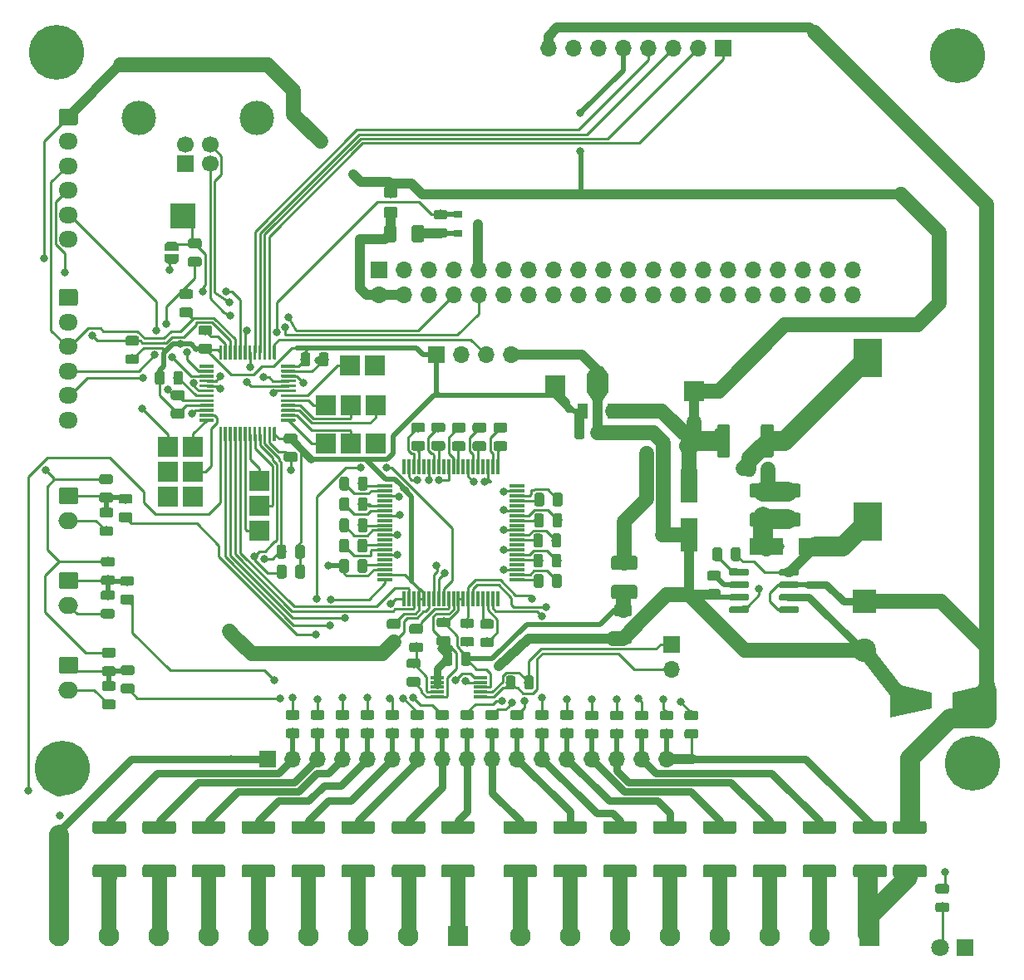
<source format=gbr>
%TF.GenerationSoftware,KiCad,Pcbnew,5.1.4*%
%TF.CreationDate,2019-11-11T16:17:41+01:00*%
%TF.ProjectId,main-board,6d61696e-2d62-46f6-9172-642e6b696361,rev?*%
%TF.SameCoordinates,Original*%
%TF.FileFunction,Copper,L1,Top*%
%TF.FilePolarity,Positive*%
%FSLAX46Y46*%
G04 Gerber Fmt 4.6, Leading zero omitted, Abs format (unit mm)*
G04 Created by KiCad (PCBNEW 5.1.4) date 2019-11-11 16:17:41*
%MOMM*%
%LPD*%
G04 APERTURE LIST*
%ADD10C,2.532420*%
%ADD11C,0.100000*%
%ADD12C,0.975000*%
%ADD13O,2.000000X1.700000*%
%ADD14C,1.700000*%
%ADD15C,0.650000*%
%ADD16R,1.400000X0.300000*%
%ADD17C,1.150000*%
%ADD18C,1.300000*%
%ADD19C,1.425000*%
%ADD20O,1.950000X1.700000*%
%ADD21C,5.600000*%
%ADD22C,2.400000*%
%ADD23R,2.400000X2.400000*%
%ADD24R,1.500000X0.300000*%
%ADD25R,0.300000X1.500000*%
%ADD26R,2.000000X2.000000*%
%ADD27O,1.700000X1.700000*%
%ADD28R,1.700000X1.700000*%
%ADD29C,0.300000*%
%ADD30R,1.800000X3.500000*%
%ADD31R,3.000000X4.000000*%
%ADD32R,3.500000X1.800000*%
%ADD33C,0.500000*%
%ADD34C,1.250000*%
%ADD35R,2.500000X2.500000*%
%ADD36R,0.900000X0.800000*%
%ADD37C,1.800000*%
%ADD38R,1.800000X1.800000*%
%ADD39C,3.500000*%
%ADD40C,1.000000*%
%ADD41R,2.200000X1.840000*%
%ADD42R,1.000000X1.500000*%
%ADD43R,1.000000X1.800000*%
%ADD44C,0.850000*%
%ADD45C,2.100000*%
%ADD46R,2.100000X2.100000*%
%ADD47C,0.800000*%
%ADD48C,1.000000*%
%ADD49C,0.500000*%
%ADD50C,1.500000*%
%ADD51C,0.250000*%
%ADD52C,0.750000*%
%ADD53C,2.000000*%
G04 APERTURE END LIST*
D10*
X183769800Y-115214400D03*
D11*
G36*
X181619800Y-117014400D02*
G01*
X181619800Y-113414400D01*
X185919800Y-114414400D01*
X185919800Y-116014400D01*
X181619800Y-117014400D01*
X181619800Y-117014400D01*
G37*
D10*
X190169800Y-115214400D03*
D11*
G36*
X192319800Y-113414400D02*
G01*
X192319800Y-117014400D01*
X188019800Y-116014400D01*
X188019800Y-114414400D01*
X192319800Y-113414400D01*
X192319800Y-113414400D01*
G37*
G36*
X104924942Y-78078174D02*
G01*
X104948603Y-78081684D01*
X104971807Y-78087496D01*
X104994329Y-78095554D01*
X105015953Y-78105782D01*
X105036470Y-78118079D01*
X105055683Y-78132329D01*
X105073407Y-78148393D01*
X105089471Y-78166117D01*
X105103721Y-78185330D01*
X105116018Y-78205847D01*
X105126246Y-78227471D01*
X105134304Y-78249993D01*
X105140116Y-78273197D01*
X105143626Y-78296858D01*
X105144800Y-78320750D01*
X105144800Y-78808250D01*
X105143626Y-78832142D01*
X105140116Y-78855803D01*
X105134304Y-78879007D01*
X105126246Y-78901529D01*
X105116018Y-78923153D01*
X105103721Y-78943670D01*
X105089471Y-78962883D01*
X105073407Y-78980607D01*
X105055683Y-78996671D01*
X105036470Y-79010921D01*
X105015953Y-79023218D01*
X104994329Y-79033446D01*
X104971807Y-79041504D01*
X104948603Y-79047316D01*
X104924942Y-79050826D01*
X104901050Y-79052000D01*
X103988550Y-79052000D01*
X103964658Y-79050826D01*
X103940997Y-79047316D01*
X103917793Y-79041504D01*
X103895271Y-79033446D01*
X103873647Y-79023218D01*
X103853130Y-79010921D01*
X103833917Y-78996671D01*
X103816193Y-78980607D01*
X103800129Y-78962883D01*
X103785879Y-78943670D01*
X103773582Y-78923153D01*
X103763354Y-78901529D01*
X103755296Y-78879007D01*
X103749484Y-78855803D01*
X103745974Y-78832142D01*
X103744800Y-78808250D01*
X103744800Y-78320750D01*
X103745974Y-78296858D01*
X103749484Y-78273197D01*
X103755296Y-78249993D01*
X103763354Y-78227471D01*
X103773582Y-78205847D01*
X103785879Y-78185330D01*
X103800129Y-78166117D01*
X103816193Y-78148393D01*
X103833917Y-78132329D01*
X103853130Y-78118079D01*
X103873647Y-78105782D01*
X103895271Y-78095554D01*
X103917793Y-78087496D01*
X103940997Y-78081684D01*
X103964658Y-78078174D01*
X103988550Y-78077000D01*
X104901050Y-78077000D01*
X104924942Y-78078174D01*
X104924942Y-78078174D01*
G37*
D12*
X104444800Y-78564500D03*
D11*
G36*
X104924942Y-79953174D02*
G01*
X104948603Y-79956684D01*
X104971807Y-79962496D01*
X104994329Y-79970554D01*
X105015953Y-79980782D01*
X105036470Y-79993079D01*
X105055683Y-80007329D01*
X105073407Y-80023393D01*
X105089471Y-80041117D01*
X105103721Y-80060330D01*
X105116018Y-80080847D01*
X105126246Y-80102471D01*
X105134304Y-80124993D01*
X105140116Y-80148197D01*
X105143626Y-80171858D01*
X105144800Y-80195750D01*
X105144800Y-80683250D01*
X105143626Y-80707142D01*
X105140116Y-80730803D01*
X105134304Y-80754007D01*
X105126246Y-80776529D01*
X105116018Y-80798153D01*
X105103721Y-80818670D01*
X105089471Y-80837883D01*
X105073407Y-80855607D01*
X105055683Y-80871671D01*
X105036470Y-80885921D01*
X105015953Y-80898218D01*
X104994329Y-80908446D01*
X104971807Y-80916504D01*
X104948603Y-80922316D01*
X104924942Y-80925826D01*
X104901050Y-80927000D01*
X103988550Y-80927000D01*
X103964658Y-80925826D01*
X103940997Y-80922316D01*
X103917793Y-80916504D01*
X103895271Y-80908446D01*
X103873647Y-80898218D01*
X103853130Y-80885921D01*
X103833917Y-80871671D01*
X103816193Y-80855607D01*
X103800129Y-80837883D01*
X103785879Y-80818670D01*
X103773582Y-80798153D01*
X103763354Y-80776529D01*
X103755296Y-80754007D01*
X103749484Y-80730803D01*
X103745974Y-80707142D01*
X103744800Y-80683250D01*
X103744800Y-80195750D01*
X103745974Y-80171858D01*
X103749484Y-80148197D01*
X103755296Y-80124993D01*
X103763354Y-80102471D01*
X103773582Y-80080847D01*
X103785879Y-80060330D01*
X103800129Y-80041117D01*
X103816193Y-80023393D01*
X103833917Y-80007329D01*
X103853130Y-79993079D01*
X103873647Y-79980782D01*
X103895271Y-79970554D01*
X103917793Y-79962496D01*
X103940997Y-79956684D01*
X103964658Y-79953174D01*
X103988550Y-79952000D01*
X104901050Y-79952000D01*
X104924942Y-79953174D01*
X104924942Y-79953174D01*
G37*
D12*
X104444800Y-80439500D03*
D13*
X97942400Y-105522400D03*
D11*
G36*
X98716904Y-102173604D02*
G01*
X98741173Y-102177204D01*
X98764971Y-102183165D01*
X98788071Y-102191430D01*
X98810249Y-102201920D01*
X98831293Y-102214533D01*
X98850998Y-102229147D01*
X98869177Y-102245623D01*
X98885653Y-102263802D01*
X98900267Y-102283507D01*
X98912880Y-102304551D01*
X98923370Y-102326729D01*
X98931635Y-102349829D01*
X98937596Y-102373627D01*
X98941196Y-102397896D01*
X98942400Y-102422400D01*
X98942400Y-103622400D01*
X98941196Y-103646904D01*
X98937596Y-103671173D01*
X98931635Y-103694971D01*
X98923370Y-103718071D01*
X98912880Y-103740249D01*
X98900267Y-103761293D01*
X98885653Y-103780998D01*
X98869177Y-103799177D01*
X98850998Y-103815653D01*
X98831293Y-103830267D01*
X98810249Y-103842880D01*
X98788071Y-103853370D01*
X98764971Y-103861635D01*
X98741173Y-103867596D01*
X98716904Y-103871196D01*
X98692400Y-103872400D01*
X97192400Y-103872400D01*
X97167896Y-103871196D01*
X97143627Y-103867596D01*
X97119829Y-103861635D01*
X97096729Y-103853370D01*
X97074551Y-103842880D01*
X97053507Y-103830267D01*
X97033802Y-103815653D01*
X97015623Y-103799177D01*
X96999147Y-103780998D01*
X96984533Y-103761293D01*
X96971920Y-103740249D01*
X96961430Y-103718071D01*
X96953165Y-103694971D01*
X96947204Y-103671173D01*
X96943604Y-103646904D01*
X96942400Y-103622400D01*
X96942400Y-102422400D01*
X96943604Y-102397896D01*
X96947204Y-102373627D01*
X96953165Y-102349829D01*
X96961430Y-102326729D01*
X96971920Y-102304551D01*
X96984533Y-102283507D01*
X96999147Y-102263802D01*
X97015623Y-102245623D01*
X97033802Y-102229147D01*
X97053507Y-102214533D01*
X97074551Y-102201920D01*
X97096729Y-102191430D01*
X97119829Y-102183165D01*
X97143627Y-102177204D01*
X97167896Y-102173604D01*
X97192400Y-102172400D01*
X98692400Y-102172400D01*
X98716904Y-102173604D01*
X98716904Y-102173604D01*
G37*
D14*
X97942400Y-103022400D03*
D13*
X97942400Y-114158400D03*
D11*
G36*
X98716904Y-110809604D02*
G01*
X98741173Y-110813204D01*
X98764971Y-110819165D01*
X98788071Y-110827430D01*
X98810249Y-110837920D01*
X98831293Y-110850533D01*
X98850998Y-110865147D01*
X98869177Y-110881623D01*
X98885653Y-110899802D01*
X98900267Y-110919507D01*
X98912880Y-110940551D01*
X98923370Y-110962729D01*
X98931635Y-110985829D01*
X98937596Y-111009627D01*
X98941196Y-111033896D01*
X98942400Y-111058400D01*
X98942400Y-112258400D01*
X98941196Y-112282904D01*
X98937596Y-112307173D01*
X98931635Y-112330971D01*
X98923370Y-112354071D01*
X98912880Y-112376249D01*
X98900267Y-112397293D01*
X98885653Y-112416998D01*
X98869177Y-112435177D01*
X98850998Y-112451653D01*
X98831293Y-112466267D01*
X98810249Y-112478880D01*
X98788071Y-112489370D01*
X98764971Y-112497635D01*
X98741173Y-112503596D01*
X98716904Y-112507196D01*
X98692400Y-112508400D01*
X97192400Y-112508400D01*
X97167896Y-112507196D01*
X97143627Y-112503596D01*
X97119829Y-112497635D01*
X97096729Y-112489370D01*
X97074551Y-112478880D01*
X97053507Y-112466267D01*
X97033802Y-112451653D01*
X97015623Y-112435177D01*
X96999147Y-112416998D01*
X96984533Y-112397293D01*
X96971920Y-112376249D01*
X96961430Y-112354071D01*
X96953165Y-112330971D01*
X96947204Y-112307173D01*
X96943604Y-112282904D01*
X96942400Y-112258400D01*
X96942400Y-111058400D01*
X96943604Y-111033896D01*
X96947204Y-111009627D01*
X96953165Y-110985829D01*
X96961430Y-110962729D01*
X96971920Y-110940551D01*
X96984533Y-110919507D01*
X96999147Y-110899802D01*
X97015623Y-110881623D01*
X97033802Y-110865147D01*
X97053507Y-110850533D01*
X97074551Y-110837920D01*
X97096729Y-110827430D01*
X97119829Y-110819165D01*
X97143627Y-110813204D01*
X97167896Y-110809604D01*
X97192400Y-110808400D01*
X98692400Y-110808400D01*
X98716904Y-110809604D01*
X98716904Y-110809604D01*
G37*
D14*
X97942400Y-111658400D03*
D13*
X97942400Y-96886400D03*
D11*
G36*
X98716904Y-93537604D02*
G01*
X98741173Y-93541204D01*
X98764971Y-93547165D01*
X98788071Y-93555430D01*
X98810249Y-93565920D01*
X98831293Y-93578533D01*
X98850998Y-93593147D01*
X98869177Y-93609623D01*
X98885653Y-93627802D01*
X98900267Y-93647507D01*
X98912880Y-93668551D01*
X98923370Y-93690729D01*
X98931635Y-93713829D01*
X98937596Y-93737627D01*
X98941196Y-93761896D01*
X98942400Y-93786400D01*
X98942400Y-94986400D01*
X98941196Y-95010904D01*
X98937596Y-95035173D01*
X98931635Y-95058971D01*
X98923370Y-95082071D01*
X98912880Y-95104249D01*
X98900267Y-95125293D01*
X98885653Y-95144998D01*
X98869177Y-95163177D01*
X98850998Y-95179653D01*
X98831293Y-95194267D01*
X98810249Y-95206880D01*
X98788071Y-95217370D01*
X98764971Y-95225635D01*
X98741173Y-95231596D01*
X98716904Y-95235196D01*
X98692400Y-95236400D01*
X97192400Y-95236400D01*
X97167896Y-95235196D01*
X97143627Y-95231596D01*
X97119829Y-95225635D01*
X97096729Y-95217370D01*
X97074551Y-95206880D01*
X97053507Y-95194267D01*
X97033802Y-95179653D01*
X97015623Y-95163177D01*
X96999147Y-95144998D01*
X96984533Y-95125293D01*
X96971920Y-95104249D01*
X96961430Y-95082071D01*
X96953165Y-95058971D01*
X96947204Y-95035173D01*
X96943604Y-95010904D01*
X96942400Y-94986400D01*
X96942400Y-93786400D01*
X96943604Y-93761896D01*
X96947204Y-93737627D01*
X96953165Y-93713829D01*
X96961430Y-93690729D01*
X96971920Y-93668551D01*
X96984533Y-93647507D01*
X96999147Y-93627802D01*
X97015623Y-93609623D01*
X97033802Y-93593147D01*
X97053507Y-93578533D01*
X97074551Y-93565920D01*
X97096729Y-93555430D01*
X97119829Y-93547165D01*
X97143627Y-93541204D01*
X97167896Y-93537604D01*
X97192400Y-93536400D01*
X98692400Y-93536400D01*
X98716904Y-93537604D01*
X98716904Y-93537604D01*
G37*
D14*
X97942400Y-94386400D03*
D11*
G36*
X172161428Y-101859982D02*
G01*
X172177202Y-101862322D01*
X172192671Y-101866197D01*
X172207686Y-101871570D01*
X172222102Y-101878388D01*
X172235780Y-101886586D01*
X172248589Y-101896086D01*
X172260405Y-101906795D01*
X172271114Y-101918611D01*
X172280614Y-101931420D01*
X172288812Y-101945098D01*
X172295630Y-101959514D01*
X172301003Y-101974529D01*
X172304878Y-101989998D01*
X172307218Y-102005772D01*
X172308000Y-102021700D01*
X172308000Y-102346700D01*
X172307218Y-102362628D01*
X172304878Y-102378402D01*
X172301003Y-102393871D01*
X172295630Y-102408886D01*
X172288812Y-102423302D01*
X172280614Y-102436980D01*
X172271114Y-102449789D01*
X172260405Y-102461605D01*
X172248589Y-102472314D01*
X172235780Y-102481814D01*
X172222102Y-102490012D01*
X172207686Y-102496830D01*
X172192671Y-102502203D01*
X172177202Y-102506078D01*
X172161428Y-102508418D01*
X172145500Y-102509200D01*
X170495500Y-102509200D01*
X170479572Y-102508418D01*
X170463798Y-102506078D01*
X170448329Y-102502203D01*
X170433314Y-102496830D01*
X170418898Y-102490012D01*
X170405220Y-102481814D01*
X170392411Y-102472314D01*
X170380595Y-102461605D01*
X170369886Y-102449789D01*
X170360386Y-102436980D01*
X170352188Y-102423302D01*
X170345370Y-102408886D01*
X170339997Y-102393871D01*
X170336122Y-102378402D01*
X170333782Y-102362628D01*
X170333000Y-102346700D01*
X170333000Y-102021700D01*
X170333782Y-102005772D01*
X170336122Y-101989998D01*
X170339997Y-101974529D01*
X170345370Y-101959514D01*
X170352188Y-101945098D01*
X170360386Y-101931420D01*
X170369886Y-101918611D01*
X170380595Y-101906795D01*
X170392411Y-101896086D01*
X170405220Y-101886586D01*
X170418898Y-101878388D01*
X170433314Y-101871570D01*
X170448329Y-101866197D01*
X170463798Y-101862322D01*
X170479572Y-101859982D01*
X170495500Y-101859200D01*
X172145500Y-101859200D01*
X172161428Y-101859982D01*
X172161428Y-101859982D01*
G37*
D15*
X171320500Y-102184200D03*
D11*
G36*
X172161428Y-103129982D02*
G01*
X172177202Y-103132322D01*
X172192671Y-103136197D01*
X172207686Y-103141570D01*
X172222102Y-103148388D01*
X172235780Y-103156586D01*
X172248589Y-103166086D01*
X172260405Y-103176795D01*
X172271114Y-103188611D01*
X172280614Y-103201420D01*
X172288812Y-103215098D01*
X172295630Y-103229514D01*
X172301003Y-103244529D01*
X172304878Y-103259998D01*
X172307218Y-103275772D01*
X172308000Y-103291700D01*
X172308000Y-103616700D01*
X172307218Y-103632628D01*
X172304878Y-103648402D01*
X172301003Y-103663871D01*
X172295630Y-103678886D01*
X172288812Y-103693302D01*
X172280614Y-103706980D01*
X172271114Y-103719789D01*
X172260405Y-103731605D01*
X172248589Y-103742314D01*
X172235780Y-103751814D01*
X172222102Y-103760012D01*
X172207686Y-103766830D01*
X172192671Y-103772203D01*
X172177202Y-103776078D01*
X172161428Y-103778418D01*
X172145500Y-103779200D01*
X170495500Y-103779200D01*
X170479572Y-103778418D01*
X170463798Y-103776078D01*
X170448329Y-103772203D01*
X170433314Y-103766830D01*
X170418898Y-103760012D01*
X170405220Y-103751814D01*
X170392411Y-103742314D01*
X170380595Y-103731605D01*
X170369886Y-103719789D01*
X170360386Y-103706980D01*
X170352188Y-103693302D01*
X170345370Y-103678886D01*
X170339997Y-103663871D01*
X170336122Y-103648402D01*
X170333782Y-103632628D01*
X170333000Y-103616700D01*
X170333000Y-103291700D01*
X170333782Y-103275772D01*
X170336122Y-103259998D01*
X170339997Y-103244529D01*
X170345370Y-103229514D01*
X170352188Y-103215098D01*
X170360386Y-103201420D01*
X170369886Y-103188611D01*
X170380595Y-103176795D01*
X170392411Y-103166086D01*
X170405220Y-103156586D01*
X170418898Y-103148388D01*
X170433314Y-103141570D01*
X170448329Y-103136197D01*
X170463798Y-103132322D01*
X170479572Y-103129982D01*
X170495500Y-103129200D01*
X172145500Y-103129200D01*
X172161428Y-103129982D01*
X172161428Y-103129982D01*
G37*
D15*
X171320500Y-103454200D03*
D11*
G36*
X172161428Y-104399982D02*
G01*
X172177202Y-104402322D01*
X172192671Y-104406197D01*
X172207686Y-104411570D01*
X172222102Y-104418388D01*
X172235780Y-104426586D01*
X172248589Y-104436086D01*
X172260405Y-104446795D01*
X172271114Y-104458611D01*
X172280614Y-104471420D01*
X172288812Y-104485098D01*
X172295630Y-104499514D01*
X172301003Y-104514529D01*
X172304878Y-104529998D01*
X172307218Y-104545772D01*
X172308000Y-104561700D01*
X172308000Y-104886700D01*
X172307218Y-104902628D01*
X172304878Y-104918402D01*
X172301003Y-104933871D01*
X172295630Y-104948886D01*
X172288812Y-104963302D01*
X172280614Y-104976980D01*
X172271114Y-104989789D01*
X172260405Y-105001605D01*
X172248589Y-105012314D01*
X172235780Y-105021814D01*
X172222102Y-105030012D01*
X172207686Y-105036830D01*
X172192671Y-105042203D01*
X172177202Y-105046078D01*
X172161428Y-105048418D01*
X172145500Y-105049200D01*
X170495500Y-105049200D01*
X170479572Y-105048418D01*
X170463798Y-105046078D01*
X170448329Y-105042203D01*
X170433314Y-105036830D01*
X170418898Y-105030012D01*
X170405220Y-105021814D01*
X170392411Y-105012314D01*
X170380595Y-105001605D01*
X170369886Y-104989789D01*
X170360386Y-104976980D01*
X170352188Y-104963302D01*
X170345370Y-104948886D01*
X170339997Y-104933871D01*
X170336122Y-104918402D01*
X170333782Y-104902628D01*
X170333000Y-104886700D01*
X170333000Y-104561700D01*
X170333782Y-104545772D01*
X170336122Y-104529998D01*
X170339997Y-104514529D01*
X170345370Y-104499514D01*
X170352188Y-104485098D01*
X170360386Y-104471420D01*
X170369886Y-104458611D01*
X170380595Y-104446795D01*
X170392411Y-104436086D01*
X170405220Y-104426586D01*
X170418898Y-104418388D01*
X170433314Y-104411570D01*
X170448329Y-104406197D01*
X170463798Y-104402322D01*
X170479572Y-104399982D01*
X170495500Y-104399200D01*
X172145500Y-104399200D01*
X172161428Y-104399982D01*
X172161428Y-104399982D01*
G37*
D15*
X171320500Y-104724200D03*
D11*
G36*
X172161428Y-105669982D02*
G01*
X172177202Y-105672322D01*
X172192671Y-105676197D01*
X172207686Y-105681570D01*
X172222102Y-105688388D01*
X172235780Y-105696586D01*
X172248589Y-105706086D01*
X172260405Y-105716795D01*
X172271114Y-105728611D01*
X172280614Y-105741420D01*
X172288812Y-105755098D01*
X172295630Y-105769514D01*
X172301003Y-105784529D01*
X172304878Y-105799998D01*
X172307218Y-105815772D01*
X172308000Y-105831700D01*
X172308000Y-106156700D01*
X172307218Y-106172628D01*
X172304878Y-106188402D01*
X172301003Y-106203871D01*
X172295630Y-106218886D01*
X172288812Y-106233302D01*
X172280614Y-106246980D01*
X172271114Y-106259789D01*
X172260405Y-106271605D01*
X172248589Y-106282314D01*
X172235780Y-106291814D01*
X172222102Y-106300012D01*
X172207686Y-106306830D01*
X172192671Y-106312203D01*
X172177202Y-106316078D01*
X172161428Y-106318418D01*
X172145500Y-106319200D01*
X170495500Y-106319200D01*
X170479572Y-106318418D01*
X170463798Y-106316078D01*
X170448329Y-106312203D01*
X170433314Y-106306830D01*
X170418898Y-106300012D01*
X170405220Y-106291814D01*
X170392411Y-106282314D01*
X170380595Y-106271605D01*
X170369886Y-106259789D01*
X170360386Y-106246980D01*
X170352188Y-106233302D01*
X170345370Y-106218886D01*
X170339997Y-106203871D01*
X170336122Y-106188402D01*
X170333782Y-106172628D01*
X170333000Y-106156700D01*
X170333000Y-105831700D01*
X170333782Y-105815772D01*
X170336122Y-105799998D01*
X170339997Y-105784529D01*
X170345370Y-105769514D01*
X170352188Y-105755098D01*
X170360386Y-105741420D01*
X170369886Y-105728611D01*
X170380595Y-105716795D01*
X170392411Y-105706086D01*
X170405220Y-105696586D01*
X170418898Y-105688388D01*
X170433314Y-105681570D01*
X170448329Y-105676197D01*
X170463798Y-105672322D01*
X170479572Y-105669982D01*
X170495500Y-105669200D01*
X172145500Y-105669200D01*
X172161428Y-105669982D01*
X172161428Y-105669982D01*
G37*
D15*
X171320500Y-105994200D03*
D11*
G36*
X167086428Y-105669982D02*
G01*
X167102202Y-105672322D01*
X167117671Y-105676197D01*
X167132686Y-105681570D01*
X167147102Y-105688388D01*
X167160780Y-105696586D01*
X167173589Y-105706086D01*
X167185405Y-105716795D01*
X167196114Y-105728611D01*
X167205614Y-105741420D01*
X167213812Y-105755098D01*
X167220630Y-105769514D01*
X167226003Y-105784529D01*
X167229878Y-105799998D01*
X167232218Y-105815772D01*
X167233000Y-105831700D01*
X167233000Y-106156700D01*
X167232218Y-106172628D01*
X167229878Y-106188402D01*
X167226003Y-106203871D01*
X167220630Y-106218886D01*
X167213812Y-106233302D01*
X167205614Y-106246980D01*
X167196114Y-106259789D01*
X167185405Y-106271605D01*
X167173589Y-106282314D01*
X167160780Y-106291814D01*
X167147102Y-106300012D01*
X167132686Y-106306830D01*
X167117671Y-106312203D01*
X167102202Y-106316078D01*
X167086428Y-106318418D01*
X167070500Y-106319200D01*
X165420500Y-106319200D01*
X165404572Y-106318418D01*
X165388798Y-106316078D01*
X165373329Y-106312203D01*
X165358314Y-106306830D01*
X165343898Y-106300012D01*
X165330220Y-106291814D01*
X165317411Y-106282314D01*
X165305595Y-106271605D01*
X165294886Y-106259789D01*
X165285386Y-106246980D01*
X165277188Y-106233302D01*
X165270370Y-106218886D01*
X165264997Y-106203871D01*
X165261122Y-106188402D01*
X165258782Y-106172628D01*
X165258000Y-106156700D01*
X165258000Y-105831700D01*
X165258782Y-105815772D01*
X165261122Y-105799998D01*
X165264997Y-105784529D01*
X165270370Y-105769514D01*
X165277188Y-105755098D01*
X165285386Y-105741420D01*
X165294886Y-105728611D01*
X165305595Y-105716795D01*
X165317411Y-105706086D01*
X165330220Y-105696586D01*
X165343898Y-105688388D01*
X165358314Y-105681570D01*
X165373329Y-105676197D01*
X165388798Y-105672322D01*
X165404572Y-105669982D01*
X165420500Y-105669200D01*
X167070500Y-105669200D01*
X167086428Y-105669982D01*
X167086428Y-105669982D01*
G37*
D15*
X166245500Y-105994200D03*
D11*
G36*
X167086428Y-104399982D02*
G01*
X167102202Y-104402322D01*
X167117671Y-104406197D01*
X167132686Y-104411570D01*
X167147102Y-104418388D01*
X167160780Y-104426586D01*
X167173589Y-104436086D01*
X167185405Y-104446795D01*
X167196114Y-104458611D01*
X167205614Y-104471420D01*
X167213812Y-104485098D01*
X167220630Y-104499514D01*
X167226003Y-104514529D01*
X167229878Y-104529998D01*
X167232218Y-104545772D01*
X167233000Y-104561700D01*
X167233000Y-104886700D01*
X167232218Y-104902628D01*
X167229878Y-104918402D01*
X167226003Y-104933871D01*
X167220630Y-104948886D01*
X167213812Y-104963302D01*
X167205614Y-104976980D01*
X167196114Y-104989789D01*
X167185405Y-105001605D01*
X167173589Y-105012314D01*
X167160780Y-105021814D01*
X167147102Y-105030012D01*
X167132686Y-105036830D01*
X167117671Y-105042203D01*
X167102202Y-105046078D01*
X167086428Y-105048418D01*
X167070500Y-105049200D01*
X165420500Y-105049200D01*
X165404572Y-105048418D01*
X165388798Y-105046078D01*
X165373329Y-105042203D01*
X165358314Y-105036830D01*
X165343898Y-105030012D01*
X165330220Y-105021814D01*
X165317411Y-105012314D01*
X165305595Y-105001605D01*
X165294886Y-104989789D01*
X165285386Y-104976980D01*
X165277188Y-104963302D01*
X165270370Y-104948886D01*
X165264997Y-104933871D01*
X165261122Y-104918402D01*
X165258782Y-104902628D01*
X165258000Y-104886700D01*
X165258000Y-104561700D01*
X165258782Y-104545772D01*
X165261122Y-104529998D01*
X165264997Y-104514529D01*
X165270370Y-104499514D01*
X165277188Y-104485098D01*
X165285386Y-104471420D01*
X165294886Y-104458611D01*
X165305595Y-104446795D01*
X165317411Y-104436086D01*
X165330220Y-104426586D01*
X165343898Y-104418388D01*
X165358314Y-104411570D01*
X165373329Y-104406197D01*
X165388798Y-104402322D01*
X165404572Y-104399982D01*
X165420500Y-104399200D01*
X167070500Y-104399200D01*
X167086428Y-104399982D01*
X167086428Y-104399982D01*
G37*
D15*
X166245500Y-104724200D03*
D11*
G36*
X167086428Y-103129982D02*
G01*
X167102202Y-103132322D01*
X167117671Y-103136197D01*
X167132686Y-103141570D01*
X167147102Y-103148388D01*
X167160780Y-103156586D01*
X167173589Y-103166086D01*
X167185405Y-103176795D01*
X167196114Y-103188611D01*
X167205614Y-103201420D01*
X167213812Y-103215098D01*
X167220630Y-103229514D01*
X167226003Y-103244529D01*
X167229878Y-103259998D01*
X167232218Y-103275772D01*
X167233000Y-103291700D01*
X167233000Y-103616700D01*
X167232218Y-103632628D01*
X167229878Y-103648402D01*
X167226003Y-103663871D01*
X167220630Y-103678886D01*
X167213812Y-103693302D01*
X167205614Y-103706980D01*
X167196114Y-103719789D01*
X167185405Y-103731605D01*
X167173589Y-103742314D01*
X167160780Y-103751814D01*
X167147102Y-103760012D01*
X167132686Y-103766830D01*
X167117671Y-103772203D01*
X167102202Y-103776078D01*
X167086428Y-103778418D01*
X167070500Y-103779200D01*
X165420500Y-103779200D01*
X165404572Y-103778418D01*
X165388798Y-103776078D01*
X165373329Y-103772203D01*
X165358314Y-103766830D01*
X165343898Y-103760012D01*
X165330220Y-103751814D01*
X165317411Y-103742314D01*
X165305595Y-103731605D01*
X165294886Y-103719789D01*
X165285386Y-103706980D01*
X165277188Y-103693302D01*
X165270370Y-103678886D01*
X165264997Y-103663871D01*
X165261122Y-103648402D01*
X165258782Y-103632628D01*
X165258000Y-103616700D01*
X165258000Y-103291700D01*
X165258782Y-103275772D01*
X165261122Y-103259998D01*
X165264997Y-103244529D01*
X165270370Y-103229514D01*
X165277188Y-103215098D01*
X165285386Y-103201420D01*
X165294886Y-103188611D01*
X165305595Y-103176795D01*
X165317411Y-103166086D01*
X165330220Y-103156586D01*
X165343898Y-103148388D01*
X165358314Y-103141570D01*
X165373329Y-103136197D01*
X165388798Y-103132322D01*
X165404572Y-103129982D01*
X165420500Y-103129200D01*
X167070500Y-103129200D01*
X167086428Y-103129982D01*
X167086428Y-103129982D01*
G37*
D15*
X166245500Y-103454200D03*
D11*
G36*
X167086428Y-101859982D02*
G01*
X167102202Y-101862322D01*
X167117671Y-101866197D01*
X167132686Y-101871570D01*
X167147102Y-101878388D01*
X167160780Y-101886586D01*
X167173589Y-101896086D01*
X167185405Y-101906795D01*
X167196114Y-101918611D01*
X167205614Y-101931420D01*
X167213812Y-101945098D01*
X167220630Y-101959514D01*
X167226003Y-101974529D01*
X167229878Y-101989998D01*
X167232218Y-102005772D01*
X167233000Y-102021700D01*
X167233000Y-102346700D01*
X167232218Y-102362628D01*
X167229878Y-102378402D01*
X167226003Y-102393871D01*
X167220630Y-102408886D01*
X167213812Y-102423302D01*
X167205614Y-102436980D01*
X167196114Y-102449789D01*
X167185405Y-102461605D01*
X167173589Y-102472314D01*
X167160780Y-102481814D01*
X167147102Y-102490012D01*
X167132686Y-102496830D01*
X167117671Y-102502203D01*
X167102202Y-102506078D01*
X167086428Y-102508418D01*
X167070500Y-102509200D01*
X165420500Y-102509200D01*
X165404572Y-102508418D01*
X165388798Y-102506078D01*
X165373329Y-102502203D01*
X165358314Y-102496830D01*
X165343898Y-102490012D01*
X165330220Y-102481814D01*
X165317411Y-102472314D01*
X165305595Y-102461605D01*
X165294886Y-102449789D01*
X165285386Y-102436980D01*
X165277188Y-102423302D01*
X165270370Y-102408886D01*
X165264997Y-102393871D01*
X165261122Y-102378402D01*
X165258782Y-102362628D01*
X165258000Y-102346700D01*
X165258000Y-102021700D01*
X165258782Y-102005772D01*
X165261122Y-101989998D01*
X165264997Y-101974529D01*
X165270370Y-101959514D01*
X165277188Y-101945098D01*
X165285386Y-101931420D01*
X165294886Y-101918611D01*
X165305595Y-101906795D01*
X165317411Y-101896086D01*
X165330220Y-101886586D01*
X165343898Y-101878388D01*
X165358314Y-101871570D01*
X165373329Y-101866197D01*
X165388798Y-101862322D01*
X165404572Y-101859982D01*
X165420500Y-101859200D01*
X167070500Y-101859200D01*
X167086428Y-101859982D01*
X167086428Y-101859982D01*
G37*
D15*
X166245500Y-102184200D03*
D16*
X139868000Y-112893600D03*
X139868000Y-113393600D03*
X139868000Y-113893600D03*
X139868000Y-114393600D03*
X139868000Y-114893600D03*
X135468000Y-114893600D03*
X135468000Y-114393600D03*
X135468000Y-113893600D03*
X135468000Y-113393600D03*
X135468000Y-112893600D03*
D11*
G36*
X131233705Y-62866404D02*
G01*
X131257973Y-62870004D01*
X131281772Y-62875965D01*
X131304871Y-62884230D01*
X131327050Y-62894720D01*
X131348093Y-62907332D01*
X131367799Y-62921947D01*
X131385977Y-62938423D01*
X131402453Y-62956601D01*
X131417068Y-62976307D01*
X131429680Y-62997350D01*
X131440170Y-63019529D01*
X131448435Y-63042628D01*
X131454396Y-63066427D01*
X131457996Y-63090695D01*
X131459200Y-63115199D01*
X131459200Y-63765201D01*
X131457996Y-63789705D01*
X131454396Y-63813973D01*
X131448435Y-63837772D01*
X131440170Y-63860871D01*
X131429680Y-63883050D01*
X131417068Y-63904093D01*
X131402453Y-63923799D01*
X131385977Y-63941977D01*
X131367799Y-63958453D01*
X131348093Y-63973068D01*
X131327050Y-63985680D01*
X131304871Y-63996170D01*
X131281772Y-64004435D01*
X131257973Y-64010396D01*
X131233705Y-64013996D01*
X131209201Y-64015200D01*
X130309199Y-64015200D01*
X130284695Y-64013996D01*
X130260427Y-64010396D01*
X130236628Y-64004435D01*
X130213529Y-63996170D01*
X130191350Y-63985680D01*
X130170307Y-63973068D01*
X130150601Y-63958453D01*
X130132423Y-63941977D01*
X130115947Y-63923799D01*
X130101332Y-63904093D01*
X130088720Y-63883050D01*
X130078230Y-63860871D01*
X130069965Y-63837772D01*
X130064004Y-63813973D01*
X130060404Y-63789705D01*
X130059200Y-63765201D01*
X130059200Y-63115199D01*
X130060404Y-63090695D01*
X130064004Y-63066427D01*
X130069965Y-63042628D01*
X130078230Y-63019529D01*
X130088720Y-62997350D01*
X130101332Y-62976307D01*
X130115947Y-62956601D01*
X130132423Y-62938423D01*
X130150601Y-62921947D01*
X130170307Y-62907332D01*
X130191350Y-62894720D01*
X130213529Y-62884230D01*
X130236628Y-62875965D01*
X130260427Y-62870004D01*
X130284695Y-62866404D01*
X130309199Y-62865200D01*
X131209201Y-62865200D01*
X131233705Y-62866404D01*
X131233705Y-62866404D01*
G37*
D17*
X130759200Y-63440200D03*
D11*
G36*
X131233705Y-64916404D02*
G01*
X131257973Y-64920004D01*
X131281772Y-64925965D01*
X131304871Y-64934230D01*
X131327050Y-64944720D01*
X131348093Y-64957332D01*
X131367799Y-64971947D01*
X131385977Y-64988423D01*
X131402453Y-65006601D01*
X131417068Y-65026307D01*
X131429680Y-65047350D01*
X131440170Y-65069529D01*
X131448435Y-65092628D01*
X131454396Y-65116427D01*
X131457996Y-65140695D01*
X131459200Y-65165199D01*
X131459200Y-65815201D01*
X131457996Y-65839705D01*
X131454396Y-65863973D01*
X131448435Y-65887772D01*
X131440170Y-65910871D01*
X131429680Y-65933050D01*
X131417068Y-65954093D01*
X131402453Y-65973799D01*
X131385977Y-65991977D01*
X131367799Y-66008453D01*
X131348093Y-66023068D01*
X131327050Y-66035680D01*
X131304871Y-66046170D01*
X131281772Y-66054435D01*
X131257973Y-66060396D01*
X131233705Y-66063996D01*
X131209201Y-66065200D01*
X130309199Y-66065200D01*
X130284695Y-66063996D01*
X130260427Y-66060396D01*
X130236628Y-66054435D01*
X130213529Y-66046170D01*
X130191350Y-66035680D01*
X130170307Y-66023068D01*
X130150601Y-66008453D01*
X130132423Y-65991977D01*
X130115947Y-65973799D01*
X130101332Y-65954093D01*
X130088720Y-65933050D01*
X130078230Y-65910871D01*
X130069965Y-65887772D01*
X130064004Y-65863973D01*
X130060404Y-65839705D01*
X130059200Y-65815201D01*
X130059200Y-65165199D01*
X130060404Y-65140695D01*
X130064004Y-65116427D01*
X130069965Y-65092628D01*
X130078230Y-65069529D01*
X130088720Y-65047350D01*
X130101332Y-65026307D01*
X130115947Y-65006601D01*
X130132423Y-64988423D01*
X130150601Y-64971947D01*
X130170307Y-64957332D01*
X130191350Y-64944720D01*
X130213529Y-64934230D01*
X130236628Y-64925965D01*
X130260427Y-64920004D01*
X130284695Y-64916404D01*
X130309199Y-64915200D01*
X131209201Y-64915200D01*
X131233705Y-64916404D01*
X131233705Y-64916404D01*
G37*
D17*
X130759200Y-65490200D03*
D11*
G36*
X165098504Y-87074204D02*
G01*
X165122773Y-87077804D01*
X165146571Y-87083765D01*
X165169671Y-87092030D01*
X165191849Y-87102520D01*
X165212893Y-87115133D01*
X165232598Y-87129747D01*
X165250777Y-87146223D01*
X165267253Y-87164402D01*
X165281867Y-87184107D01*
X165294480Y-87205151D01*
X165304970Y-87227329D01*
X165313235Y-87250429D01*
X165319196Y-87274227D01*
X165322796Y-87298496D01*
X165324000Y-87323000D01*
X165324000Y-90223000D01*
X165322796Y-90247504D01*
X165319196Y-90271773D01*
X165313235Y-90295571D01*
X165304970Y-90318671D01*
X165294480Y-90340849D01*
X165281867Y-90361893D01*
X165267253Y-90381598D01*
X165250777Y-90399777D01*
X165232598Y-90416253D01*
X165212893Y-90430867D01*
X165191849Y-90443480D01*
X165169671Y-90453970D01*
X165146571Y-90462235D01*
X165122773Y-90468196D01*
X165098504Y-90471796D01*
X165074000Y-90473000D01*
X164274000Y-90473000D01*
X164249496Y-90471796D01*
X164225227Y-90468196D01*
X164201429Y-90462235D01*
X164178329Y-90453970D01*
X164156151Y-90443480D01*
X164135107Y-90430867D01*
X164115402Y-90416253D01*
X164097223Y-90399777D01*
X164080747Y-90381598D01*
X164066133Y-90361893D01*
X164053520Y-90340849D01*
X164043030Y-90318671D01*
X164034765Y-90295571D01*
X164028804Y-90271773D01*
X164025204Y-90247504D01*
X164024000Y-90223000D01*
X164024000Y-87323000D01*
X164025204Y-87298496D01*
X164028804Y-87274227D01*
X164034765Y-87250429D01*
X164043030Y-87227329D01*
X164053520Y-87205151D01*
X164066133Y-87184107D01*
X164080747Y-87164402D01*
X164097223Y-87146223D01*
X164115402Y-87129747D01*
X164135107Y-87115133D01*
X164156151Y-87102520D01*
X164178329Y-87092030D01*
X164201429Y-87083765D01*
X164225227Y-87077804D01*
X164249496Y-87074204D01*
X164274000Y-87073000D01*
X165074000Y-87073000D01*
X165098504Y-87074204D01*
X165098504Y-87074204D01*
G37*
D18*
X164674000Y-88773000D03*
D11*
G36*
X169548504Y-87074204D02*
G01*
X169572773Y-87077804D01*
X169596571Y-87083765D01*
X169619671Y-87092030D01*
X169641849Y-87102520D01*
X169662893Y-87115133D01*
X169682598Y-87129747D01*
X169700777Y-87146223D01*
X169717253Y-87164402D01*
X169731867Y-87184107D01*
X169744480Y-87205151D01*
X169754970Y-87227329D01*
X169763235Y-87250429D01*
X169769196Y-87274227D01*
X169772796Y-87298496D01*
X169774000Y-87323000D01*
X169774000Y-90223000D01*
X169772796Y-90247504D01*
X169769196Y-90271773D01*
X169763235Y-90295571D01*
X169754970Y-90318671D01*
X169744480Y-90340849D01*
X169731867Y-90361893D01*
X169717253Y-90381598D01*
X169700777Y-90399777D01*
X169682598Y-90416253D01*
X169662893Y-90430867D01*
X169641849Y-90443480D01*
X169619671Y-90453970D01*
X169596571Y-90462235D01*
X169572773Y-90468196D01*
X169548504Y-90471796D01*
X169524000Y-90473000D01*
X168724000Y-90473000D01*
X168699496Y-90471796D01*
X168675227Y-90468196D01*
X168651429Y-90462235D01*
X168628329Y-90453970D01*
X168606151Y-90443480D01*
X168585107Y-90430867D01*
X168565402Y-90416253D01*
X168547223Y-90399777D01*
X168530747Y-90381598D01*
X168516133Y-90361893D01*
X168503520Y-90340849D01*
X168493030Y-90318671D01*
X168484765Y-90295571D01*
X168478804Y-90271773D01*
X168475204Y-90247504D01*
X168474000Y-90223000D01*
X168474000Y-87323000D01*
X168475204Y-87298496D01*
X168478804Y-87274227D01*
X168484765Y-87250429D01*
X168493030Y-87227329D01*
X168503520Y-87205151D01*
X168516133Y-87184107D01*
X168530747Y-87164402D01*
X168547223Y-87146223D01*
X168565402Y-87129747D01*
X168585107Y-87115133D01*
X168606151Y-87102520D01*
X168628329Y-87092030D01*
X168651429Y-87083765D01*
X168675227Y-87077804D01*
X168699496Y-87074204D01*
X168724000Y-87073000D01*
X169524000Y-87073000D01*
X169548504Y-87074204D01*
X169548504Y-87074204D01*
G37*
D18*
X169124000Y-88773000D03*
D11*
G36*
X185116504Y-131984204D02*
G01*
X185140773Y-131987804D01*
X185164571Y-131993765D01*
X185187671Y-132002030D01*
X185209849Y-132012520D01*
X185230893Y-132025133D01*
X185250598Y-132039747D01*
X185268777Y-132056223D01*
X185285253Y-132074402D01*
X185299867Y-132094107D01*
X185312480Y-132115151D01*
X185322970Y-132137329D01*
X185331235Y-132160429D01*
X185337196Y-132184227D01*
X185340796Y-132208496D01*
X185342000Y-132233000D01*
X185342000Y-133033000D01*
X185340796Y-133057504D01*
X185337196Y-133081773D01*
X185331235Y-133105571D01*
X185322970Y-133128671D01*
X185312480Y-133150849D01*
X185299867Y-133171893D01*
X185285253Y-133191598D01*
X185268777Y-133209777D01*
X185250598Y-133226253D01*
X185230893Y-133240867D01*
X185209849Y-133253480D01*
X185187671Y-133263970D01*
X185164571Y-133272235D01*
X185140773Y-133278196D01*
X185116504Y-133281796D01*
X185092000Y-133283000D01*
X182192000Y-133283000D01*
X182167496Y-133281796D01*
X182143227Y-133278196D01*
X182119429Y-133272235D01*
X182096329Y-133263970D01*
X182074151Y-133253480D01*
X182053107Y-133240867D01*
X182033402Y-133226253D01*
X182015223Y-133209777D01*
X181998747Y-133191598D01*
X181984133Y-133171893D01*
X181971520Y-133150849D01*
X181961030Y-133128671D01*
X181952765Y-133105571D01*
X181946804Y-133081773D01*
X181943204Y-133057504D01*
X181942000Y-133033000D01*
X181942000Y-132233000D01*
X181943204Y-132208496D01*
X181946804Y-132184227D01*
X181952765Y-132160429D01*
X181961030Y-132137329D01*
X181971520Y-132115151D01*
X181984133Y-132094107D01*
X181998747Y-132074402D01*
X182015223Y-132056223D01*
X182033402Y-132039747D01*
X182053107Y-132025133D01*
X182074151Y-132012520D01*
X182096329Y-132002030D01*
X182119429Y-131993765D01*
X182143227Y-131987804D01*
X182167496Y-131984204D01*
X182192000Y-131983000D01*
X185092000Y-131983000D01*
X185116504Y-131984204D01*
X185116504Y-131984204D01*
G37*
D18*
X183642000Y-132633000D03*
D11*
G36*
X185116504Y-127534204D02*
G01*
X185140773Y-127537804D01*
X185164571Y-127543765D01*
X185187671Y-127552030D01*
X185209849Y-127562520D01*
X185230893Y-127575133D01*
X185250598Y-127589747D01*
X185268777Y-127606223D01*
X185285253Y-127624402D01*
X185299867Y-127644107D01*
X185312480Y-127665151D01*
X185322970Y-127687329D01*
X185331235Y-127710429D01*
X185337196Y-127734227D01*
X185340796Y-127758496D01*
X185342000Y-127783000D01*
X185342000Y-128583000D01*
X185340796Y-128607504D01*
X185337196Y-128631773D01*
X185331235Y-128655571D01*
X185322970Y-128678671D01*
X185312480Y-128700849D01*
X185299867Y-128721893D01*
X185285253Y-128741598D01*
X185268777Y-128759777D01*
X185250598Y-128776253D01*
X185230893Y-128790867D01*
X185209849Y-128803480D01*
X185187671Y-128813970D01*
X185164571Y-128822235D01*
X185140773Y-128828196D01*
X185116504Y-128831796D01*
X185092000Y-128833000D01*
X182192000Y-128833000D01*
X182167496Y-128831796D01*
X182143227Y-128828196D01*
X182119429Y-128822235D01*
X182096329Y-128813970D01*
X182074151Y-128803480D01*
X182053107Y-128790867D01*
X182033402Y-128776253D01*
X182015223Y-128759777D01*
X181998747Y-128741598D01*
X181984133Y-128721893D01*
X181971520Y-128700849D01*
X181961030Y-128678671D01*
X181952765Y-128655571D01*
X181946804Y-128631773D01*
X181943204Y-128607504D01*
X181942000Y-128583000D01*
X181942000Y-127783000D01*
X181943204Y-127758496D01*
X181946804Y-127734227D01*
X181952765Y-127710429D01*
X181961030Y-127687329D01*
X181971520Y-127665151D01*
X181984133Y-127644107D01*
X181998747Y-127624402D01*
X182015223Y-127606223D01*
X182033402Y-127589747D01*
X182053107Y-127575133D01*
X182074151Y-127562520D01*
X182096329Y-127552030D01*
X182119429Y-127543765D01*
X182143227Y-127537804D01*
X182167496Y-127534204D01*
X182192000Y-127533000D01*
X185092000Y-127533000D01*
X185116504Y-127534204D01*
X185116504Y-127534204D01*
G37*
D18*
X183642000Y-128183000D03*
D11*
G36*
X103582504Y-131984204D02*
G01*
X103606773Y-131987804D01*
X103630571Y-131993765D01*
X103653671Y-132002030D01*
X103675849Y-132012520D01*
X103696893Y-132025133D01*
X103716598Y-132039747D01*
X103734777Y-132056223D01*
X103751253Y-132074402D01*
X103765867Y-132094107D01*
X103778480Y-132115151D01*
X103788970Y-132137329D01*
X103797235Y-132160429D01*
X103803196Y-132184227D01*
X103806796Y-132208496D01*
X103808000Y-132233000D01*
X103808000Y-133033000D01*
X103806796Y-133057504D01*
X103803196Y-133081773D01*
X103797235Y-133105571D01*
X103788970Y-133128671D01*
X103778480Y-133150849D01*
X103765867Y-133171893D01*
X103751253Y-133191598D01*
X103734777Y-133209777D01*
X103716598Y-133226253D01*
X103696893Y-133240867D01*
X103675849Y-133253480D01*
X103653671Y-133263970D01*
X103630571Y-133272235D01*
X103606773Y-133278196D01*
X103582504Y-133281796D01*
X103558000Y-133283000D01*
X100658000Y-133283000D01*
X100633496Y-133281796D01*
X100609227Y-133278196D01*
X100585429Y-133272235D01*
X100562329Y-133263970D01*
X100540151Y-133253480D01*
X100519107Y-133240867D01*
X100499402Y-133226253D01*
X100481223Y-133209777D01*
X100464747Y-133191598D01*
X100450133Y-133171893D01*
X100437520Y-133150849D01*
X100427030Y-133128671D01*
X100418765Y-133105571D01*
X100412804Y-133081773D01*
X100409204Y-133057504D01*
X100408000Y-133033000D01*
X100408000Y-132233000D01*
X100409204Y-132208496D01*
X100412804Y-132184227D01*
X100418765Y-132160429D01*
X100427030Y-132137329D01*
X100437520Y-132115151D01*
X100450133Y-132094107D01*
X100464747Y-132074402D01*
X100481223Y-132056223D01*
X100499402Y-132039747D01*
X100519107Y-132025133D01*
X100540151Y-132012520D01*
X100562329Y-132002030D01*
X100585429Y-131993765D01*
X100609227Y-131987804D01*
X100633496Y-131984204D01*
X100658000Y-131983000D01*
X103558000Y-131983000D01*
X103582504Y-131984204D01*
X103582504Y-131984204D01*
G37*
D18*
X102108000Y-132633000D03*
D11*
G36*
X103582504Y-127534204D02*
G01*
X103606773Y-127537804D01*
X103630571Y-127543765D01*
X103653671Y-127552030D01*
X103675849Y-127562520D01*
X103696893Y-127575133D01*
X103716598Y-127589747D01*
X103734777Y-127606223D01*
X103751253Y-127624402D01*
X103765867Y-127644107D01*
X103778480Y-127665151D01*
X103788970Y-127687329D01*
X103797235Y-127710429D01*
X103803196Y-127734227D01*
X103806796Y-127758496D01*
X103808000Y-127783000D01*
X103808000Y-128583000D01*
X103806796Y-128607504D01*
X103803196Y-128631773D01*
X103797235Y-128655571D01*
X103788970Y-128678671D01*
X103778480Y-128700849D01*
X103765867Y-128721893D01*
X103751253Y-128741598D01*
X103734777Y-128759777D01*
X103716598Y-128776253D01*
X103696893Y-128790867D01*
X103675849Y-128803480D01*
X103653671Y-128813970D01*
X103630571Y-128822235D01*
X103606773Y-128828196D01*
X103582504Y-128831796D01*
X103558000Y-128833000D01*
X100658000Y-128833000D01*
X100633496Y-128831796D01*
X100609227Y-128828196D01*
X100585429Y-128822235D01*
X100562329Y-128813970D01*
X100540151Y-128803480D01*
X100519107Y-128790867D01*
X100499402Y-128776253D01*
X100481223Y-128759777D01*
X100464747Y-128741598D01*
X100450133Y-128721893D01*
X100437520Y-128700849D01*
X100427030Y-128678671D01*
X100418765Y-128655571D01*
X100412804Y-128631773D01*
X100409204Y-128607504D01*
X100408000Y-128583000D01*
X100408000Y-127783000D01*
X100409204Y-127758496D01*
X100412804Y-127734227D01*
X100418765Y-127710429D01*
X100427030Y-127687329D01*
X100437520Y-127665151D01*
X100450133Y-127644107D01*
X100464747Y-127624402D01*
X100481223Y-127606223D01*
X100499402Y-127589747D01*
X100519107Y-127575133D01*
X100540151Y-127562520D01*
X100562329Y-127552030D01*
X100585429Y-127543765D01*
X100609227Y-127537804D01*
X100633496Y-127534204D01*
X100658000Y-127533000D01*
X103558000Y-127533000D01*
X103582504Y-127534204D01*
X103582504Y-127534204D01*
G37*
D18*
X102108000Y-128183000D03*
D11*
G36*
X108662504Y-131984204D02*
G01*
X108686773Y-131987804D01*
X108710571Y-131993765D01*
X108733671Y-132002030D01*
X108755849Y-132012520D01*
X108776893Y-132025133D01*
X108796598Y-132039747D01*
X108814777Y-132056223D01*
X108831253Y-132074402D01*
X108845867Y-132094107D01*
X108858480Y-132115151D01*
X108868970Y-132137329D01*
X108877235Y-132160429D01*
X108883196Y-132184227D01*
X108886796Y-132208496D01*
X108888000Y-132233000D01*
X108888000Y-133033000D01*
X108886796Y-133057504D01*
X108883196Y-133081773D01*
X108877235Y-133105571D01*
X108868970Y-133128671D01*
X108858480Y-133150849D01*
X108845867Y-133171893D01*
X108831253Y-133191598D01*
X108814777Y-133209777D01*
X108796598Y-133226253D01*
X108776893Y-133240867D01*
X108755849Y-133253480D01*
X108733671Y-133263970D01*
X108710571Y-133272235D01*
X108686773Y-133278196D01*
X108662504Y-133281796D01*
X108638000Y-133283000D01*
X105738000Y-133283000D01*
X105713496Y-133281796D01*
X105689227Y-133278196D01*
X105665429Y-133272235D01*
X105642329Y-133263970D01*
X105620151Y-133253480D01*
X105599107Y-133240867D01*
X105579402Y-133226253D01*
X105561223Y-133209777D01*
X105544747Y-133191598D01*
X105530133Y-133171893D01*
X105517520Y-133150849D01*
X105507030Y-133128671D01*
X105498765Y-133105571D01*
X105492804Y-133081773D01*
X105489204Y-133057504D01*
X105488000Y-133033000D01*
X105488000Y-132233000D01*
X105489204Y-132208496D01*
X105492804Y-132184227D01*
X105498765Y-132160429D01*
X105507030Y-132137329D01*
X105517520Y-132115151D01*
X105530133Y-132094107D01*
X105544747Y-132074402D01*
X105561223Y-132056223D01*
X105579402Y-132039747D01*
X105599107Y-132025133D01*
X105620151Y-132012520D01*
X105642329Y-132002030D01*
X105665429Y-131993765D01*
X105689227Y-131987804D01*
X105713496Y-131984204D01*
X105738000Y-131983000D01*
X108638000Y-131983000D01*
X108662504Y-131984204D01*
X108662504Y-131984204D01*
G37*
D18*
X107188000Y-132633000D03*
D11*
G36*
X108662504Y-127534204D02*
G01*
X108686773Y-127537804D01*
X108710571Y-127543765D01*
X108733671Y-127552030D01*
X108755849Y-127562520D01*
X108776893Y-127575133D01*
X108796598Y-127589747D01*
X108814777Y-127606223D01*
X108831253Y-127624402D01*
X108845867Y-127644107D01*
X108858480Y-127665151D01*
X108868970Y-127687329D01*
X108877235Y-127710429D01*
X108883196Y-127734227D01*
X108886796Y-127758496D01*
X108888000Y-127783000D01*
X108888000Y-128583000D01*
X108886796Y-128607504D01*
X108883196Y-128631773D01*
X108877235Y-128655571D01*
X108868970Y-128678671D01*
X108858480Y-128700849D01*
X108845867Y-128721893D01*
X108831253Y-128741598D01*
X108814777Y-128759777D01*
X108796598Y-128776253D01*
X108776893Y-128790867D01*
X108755849Y-128803480D01*
X108733671Y-128813970D01*
X108710571Y-128822235D01*
X108686773Y-128828196D01*
X108662504Y-128831796D01*
X108638000Y-128833000D01*
X105738000Y-128833000D01*
X105713496Y-128831796D01*
X105689227Y-128828196D01*
X105665429Y-128822235D01*
X105642329Y-128813970D01*
X105620151Y-128803480D01*
X105599107Y-128790867D01*
X105579402Y-128776253D01*
X105561223Y-128759777D01*
X105544747Y-128741598D01*
X105530133Y-128721893D01*
X105517520Y-128700849D01*
X105507030Y-128678671D01*
X105498765Y-128655571D01*
X105492804Y-128631773D01*
X105489204Y-128607504D01*
X105488000Y-128583000D01*
X105488000Y-127783000D01*
X105489204Y-127758496D01*
X105492804Y-127734227D01*
X105498765Y-127710429D01*
X105507030Y-127687329D01*
X105517520Y-127665151D01*
X105530133Y-127644107D01*
X105544747Y-127624402D01*
X105561223Y-127606223D01*
X105579402Y-127589747D01*
X105599107Y-127575133D01*
X105620151Y-127562520D01*
X105642329Y-127552030D01*
X105665429Y-127543765D01*
X105689227Y-127537804D01*
X105713496Y-127534204D01*
X105738000Y-127533000D01*
X108638000Y-127533000D01*
X108662504Y-127534204D01*
X108662504Y-127534204D01*
G37*
D18*
X107188000Y-128183000D03*
D11*
G36*
X113666304Y-131984204D02*
G01*
X113690573Y-131987804D01*
X113714371Y-131993765D01*
X113737471Y-132002030D01*
X113759649Y-132012520D01*
X113780693Y-132025133D01*
X113800398Y-132039747D01*
X113818577Y-132056223D01*
X113835053Y-132074402D01*
X113849667Y-132094107D01*
X113862280Y-132115151D01*
X113872770Y-132137329D01*
X113881035Y-132160429D01*
X113886996Y-132184227D01*
X113890596Y-132208496D01*
X113891800Y-132233000D01*
X113891800Y-133033000D01*
X113890596Y-133057504D01*
X113886996Y-133081773D01*
X113881035Y-133105571D01*
X113872770Y-133128671D01*
X113862280Y-133150849D01*
X113849667Y-133171893D01*
X113835053Y-133191598D01*
X113818577Y-133209777D01*
X113800398Y-133226253D01*
X113780693Y-133240867D01*
X113759649Y-133253480D01*
X113737471Y-133263970D01*
X113714371Y-133272235D01*
X113690573Y-133278196D01*
X113666304Y-133281796D01*
X113641800Y-133283000D01*
X110741800Y-133283000D01*
X110717296Y-133281796D01*
X110693027Y-133278196D01*
X110669229Y-133272235D01*
X110646129Y-133263970D01*
X110623951Y-133253480D01*
X110602907Y-133240867D01*
X110583202Y-133226253D01*
X110565023Y-133209777D01*
X110548547Y-133191598D01*
X110533933Y-133171893D01*
X110521320Y-133150849D01*
X110510830Y-133128671D01*
X110502565Y-133105571D01*
X110496604Y-133081773D01*
X110493004Y-133057504D01*
X110491800Y-133033000D01*
X110491800Y-132233000D01*
X110493004Y-132208496D01*
X110496604Y-132184227D01*
X110502565Y-132160429D01*
X110510830Y-132137329D01*
X110521320Y-132115151D01*
X110533933Y-132094107D01*
X110548547Y-132074402D01*
X110565023Y-132056223D01*
X110583202Y-132039747D01*
X110602907Y-132025133D01*
X110623951Y-132012520D01*
X110646129Y-132002030D01*
X110669229Y-131993765D01*
X110693027Y-131987804D01*
X110717296Y-131984204D01*
X110741800Y-131983000D01*
X113641800Y-131983000D01*
X113666304Y-131984204D01*
X113666304Y-131984204D01*
G37*
D18*
X112191800Y-132633000D03*
D11*
G36*
X113666304Y-127534204D02*
G01*
X113690573Y-127537804D01*
X113714371Y-127543765D01*
X113737471Y-127552030D01*
X113759649Y-127562520D01*
X113780693Y-127575133D01*
X113800398Y-127589747D01*
X113818577Y-127606223D01*
X113835053Y-127624402D01*
X113849667Y-127644107D01*
X113862280Y-127665151D01*
X113872770Y-127687329D01*
X113881035Y-127710429D01*
X113886996Y-127734227D01*
X113890596Y-127758496D01*
X113891800Y-127783000D01*
X113891800Y-128583000D01*
X113890596Y-128607504D01*
X113886996Y-128631773D01*
X113881035Y-128655571D01*
X113872770Y-128678671D01*
X113862280Y-128700849D01*
X113849667Y-128721893D01*
X113835053Y-128741598D01*
X113818577Y-128759777D01*
X113800398Y-128776253D01*
X113780693Y-128790867D01*
X113759649Y-128803480D01*
X113737471Y-128813970D01*
X113714371Y-128822235D01*
X113690573Y-128828196D01*
X113666304Y-128831796D01*
X113641800Y-128833000D01*
X110741800Y-128833000D01*
X110717296Y-128831796D01*
X110693027Y-128828196D01*
X110669229Y-128822235D01*
X110646129Y-128813970D01*
X110623951Y-128803480D01*
X110602907Y-128790867D01*
X110583202Y-128776253D01*
X110565023Y-128759777D01*
X110548547Y-128741598D01*
X110533933Y-128721893D01*
X110521320Y-128700849D01*
X110510830Y-128678671D01*
X110502565Y-128655571D01*
X110496604Y-128631773D01*
X110493004Y-128607504D01*
X110491800Y-128583000D01*
X110491800Y-127783000D01*
X110493004Y-127758496D01*
X110496604Y-127734227D01*
X110502565Y-127710429D01*
X110510830Y-127687329D01*
X110521320Y-127665151D01*
X110533933Y-127644107D01*
X110548547Y-127624402D01*
X110565023Y-127606223D01*
X110583202Y-127589747D01*
X110602907Y-127575133D01*
X110623951Y-127562520D01*
X110646129Y-127552030D01*
X110669229Y-127543765D01*
X110693027Y-127537804D01*
X110717296Y-127534204D01*
X110741800Y-127533000D01*
X113641800Y-127533000D01*
X113666304Y-127534204D01*
X113666304Y-127534204D01*
G37*
D18*
X112191800Y-128183000D03*
D11*
G36*
X118746304Y-131984204D02*
G01*
X118770573Y-131987804D01*
X118794371Y-131993765D01*
X118817471Y-132002030D01*
X118839649Y-132012520D01*
X118860693Y-132025133D01*
X118880398Y-132039747D01*
X118898577Y-132056223D01*
X118915053Y-132074402D01*
X118929667Y-132094107D01*
X118942280Y-132115151D01*
X118952770Y-132137329D01*
X118961035Y-132160429D01*
X118966996Y-132184227D01*
X118970596Y-132208496D01*
X118971800Y-132233000D01*
X118971800Y-133033000D01*
X118970596Y-133057504D01*
X118966996Y-133081773D01*
X118961035Y-133105571D01*
X118952770Y-133128671D01*
X118942280Y-133150849D01*
X118929667Y-133171893D01*
X118915053Y-133191598D01*
X118898577Y-133209777D01*
X118880398Y-133226253D01*
X118860693Y-133240867D01*
X118839649Y-133253480D01*
X118817471Y-133263970D01*
X118794371Y-133272235D01*
X118770573Y-133278196D01*
X118746304Y-133281796D01*
X118721800Y-133283000D01*
X115821800Y-133283000D01*
X115797296Y-133281796D01*
X115773027Y-133278196D01*
X115749229Y-133272235D01*
X115726129Y-133263970D01*
X115703951Y-133253480D01*
X115682907Y-133240867D01*
X115663202Y-133226253D01*
X115645023Y-133209777D01*
X115628547Y-133191598D01*
X115613933Y-133171893D01*
X115601320Y-133150849D01*
X115590830Y-133128671D01*
X115582565Y-133105571D01*
X115576604Y-133081773D01*
X115573004Y-133057504D01*
X115571800Y-133033000D01*
X115571800Y-132233000D01*
X115573004Y-132208496D01*
X115576604Y-132184227D01*
X115582565Y-132160429D01*
X115590830Y-132137329D01*
X115601320Y-132115151D01*
X115613933Y-132094107D01*
X115628547Y-132074402D01*
X115645023Y-132056223D01*
X115663202Y-132039747D01*
X115682907Y-132025133D01*
X115703951Y-132012520D01*
X115726129Y-132002030D01*
X115749229Y-131993765D01*
X115773027Y-131987804D01*
X115797296Y-131984204D01*
X115821800Y-131983000D01*
X118721800Y-131983000D01*
X118746304Y-131984204D01*
X118746304Y-131984204D01*
G37*
D18*
X117271800Y-132633000D03*
D11*
G36*
X118746304Y-127534204D02*
G01*
X118770573Y-127537804D01*
X118794371Y-127543765D01*
X118817471Y-127552030D01*
X118839649Y-127562520D01*
X118860693Y-127575133D01*
X118880398Y-127589747D01*
X118898577Y-127606223D01*
X118915053Y-127624402D01*
X118929667Y-127644107D01*
X118942280Y-127665151D01*
X118952770Y-127687329D01*
X118961035Y-127710429D01*
X118966996Y-127734227D01*
X118970596Y-127758496D01*
X118971800Y-127783000D01*
X118971800Y-128583000D01*
X118970596Y-128607504D01*
X118966996Y-128631773D01*
X118961035Y-128655571D01*
X118952770Y-128678671D01*
X118942280Y-128700849D01*
X118929667Y-128721893D01*
X118915053Y-128741598D01*
X118898577Y-128759777D01*
X118880398Y-128776253D01*
X118860693Y-128790867D01*
X118839649Y-128803480D01*
X118817471Y-128813970D01*
X118794371Y-128822235D01*
X118770573Y-128828196D01*
X118746304Y-128831796D01*
X118721800Y-128833000D01*
X115821800Y-128833000D01*
X115797296Y-128831796D01*
X115773027Y-128828196D01*
X115749229Y-128822235D01*
X115726129Y-128813970D01*
X115703951Y-128803480D01*
X115682907Y-128790867D01*
X115663202Y-128776253D01*
X115645023Y-128759777D01*
X115628547Y-128741598D01*
X115613933Y-128721893D01*
X115601320Y-128700849D01*
X115590830Y-128678671D01*
X115582565Y-128655571D01*
X115576604Y-128631773D01*
X115573004Y-128607504D01*
X115571800Y-128583000D01*
X115571800Y-127783000D01*
X115573004Y-127758496D01*
X115576604Y-127734227D01*
X115582565Y-127710429D01*
X115590830Y-127687329D01*
X115601320Y-127665151D01*
X115613933Y-127644107D01*
X115628547Y-127624402D01*
X115645023Y-127606223D01*
X115663202Y-127589747D01*
X115682907Y-127575133D01*
X115703951Y-127562520D01*
X115726129Y-127552030D01*
X115749229Y-127543765D01*
X115773027Y-127537804D01*
X115797296Y-127534204D01*
X115821800Y-127533000D01*
X118721800Y-127533000D01*
X118746304Y-127534204D01*
X118746304Y-127534204D01*
G37*
D18*
X117271800Y-128183000D03*
D11*
G36*
X123826304Y-131984204D02*
G01*
X123850573Y-131987804D01*
X123874371Y-131993765D01*
X123897471Y-132002030D01*
X123919649Y-132012520D01*
X123940693Y-132025133D01*
X123960398Y-132039747D01*
X123978577Y-132056223D01*
X123995053Y-132074402D01*
X124009667Y-132094107D01*
X124022280Y-132115151D01*
X124032770Y-132137329D01*
X124041035Y-132160429D01*
X124046996Y-132184227D01*
X124050596Y-132208496D01*
X124051800Y-132233000D01*
X124051800Y-133033000D01*
X124050596Y-133057504D01*
X124046996Y-133081773D01*
X124041035Y-133105571D01*
X124032770Y-133128671D01*
X124022280Y-133150849D01*
X124009667Y-133171893D01*
X123995053Y-133191598D01*
X123978577Y-133209777D01*
X123960398Y-133226253D01*
X123940693Y-133240867D01*
X123919649Y-133253480D01*
X123897471Y-133263970D01*
X123874371Y-133272235D01*
X123850573Y-133278196D01*
X123826304Y-133281796D01*
X123801800Y-133283000D01*
X120901800Y-133283000D01*
X120877296Y-133281796D01*
X120853027Y-133278196D01*
X120829229Y-133272235D01*
X120806129Y-133263970D01*
X120783951Y-133253480D01*
X120762907Y-133240867D01*
X120743202Y-133226253D01*
X120725023Y-133209777D01*
X120708547Y-133191598D01*
X120693933Y-133171893D01*
X120681320Y-133150849D01*
X120670830Y-133128671D01*
X120662565Y-133105571D01*
X120656604Y-133081773D01*
X120653004Y-133057504D01*
X120651800Y-133033000D01*
X120651800Y-132233000D01*
X120653004Y-132208496D01*
X120656604Y-132184227D01*
X120662565Y-132160429D01*
X120670830Y-132137329D01*
X120681320Y-132115151D01*
X120693933Y-132094107D01*
X120708547Y-132074402D01*
X120725023Y-132056223D01*
X120743202Y-132039747D01*
X120762907Y-132025133D01*
X120783951Y-132012520D01*
X120806129Y-132002030D01*
X120829229Y-131993765D01*
X120853027Y-131987804D01*
X120877296Y-131984204D01*
X120901800Y-131983000D01*
X123801800Y-131983000D01*
X123826304Y-131984204D01*
X123826304Y-131984204D01*
G37*
D18*
X122351800Y-132633000D03*
D11*
G36*
X123826304Y-127534204D02*
G01*
X123850573Y-127537804D01*
X123874371Y-127543765D01*
X123897471Y-127552030D01*
X123919649Y-127562520D01*
X123940693Y-127575133D01*
X123960398Y-127589747D01*
X123978577Y-127606223D01*
X123995053Y-127624402D01*
X124009667Y-127644107D01*
X124022280Y-127665151D01*
X124032770Y-127687329D01*
X124041035Y-127710429D01*
X124046996Y-127734227D01*
X124050596Y-127758496D01*
X124051800Y-127783000D01*
X124051800Y-128583000D01*
X124050596Y-128607504D01*
X124046996Y-128631773D01*
X124041035Y-128655571D01*
X124032770Y-128678671D01*
X124022280Y-128700849D01*
X124009667Y-128721893D01*
X123995053Y-128741598D01*
X123978577Y-128759777D01*
X123960398Y-128776253D01*
X123940693Y-128790867D01*
X123919649Y-128803480D01*
X123897471Y-128813970D01*
X123874371Y-128822235D01*
X123850573Y-128828196D01*
X123826304Y-128831796D01*
X123801800Y-128833000D01*
X120901800Y-128833000D01*
X120877296Y-128831796D01*
X120853027Y-128828196D01*
X120829229Y-128822235D01*
X120806129Y-128813970D01*
X120783951Y-128803480D01*
X120762907Y-128790867D01*
X120743202Y-128776253D01*
X120725023Y-128759777D01*
X120708547Y-128741598D01*
X120693933Y-128721893D01*
X120681320Y-128700849D01*
X120670830Y-128678671D01*
X120662565Y-128655571D01*
X120656604Y-128631773D01*
X120653004Y-128607504D01*
X120651800Y-128583000D01*
X120651800Y-127783000D01*
X120653004Y-127758496D01*
X120656604Y-127734227D01*
X120662565Y-127710429D01*
X120670830Y-127687329D01*
X120681320Y-127665151D01*
X120693933Y-127644107D01*
X120708547Y-127624402D01*
X120725023Y-127606223D01*
X120743202Y-127589747D01*
X120762907Y-127575133D01*
X120783951Y-127562520D01*
X120806129Y-127552030D01*
X120829229Y-127543765D01*
X120853027Y-127537804D01*
X120877296Y-127534204D01*
X120901800Y-127533000D01*
X123801800Y-127533000D01*
X123826304Y-127534204D01*
X123826304Y-127534204D01*
G37*
D18*
X122351800Y-128183000D03*
D11*
G36*
X128906304Y-131984204D02*
G01*
X128930573Y-131987804D01*
X128954371Y-131993765D01*
X128977471Y-132002030D01*
X128999649Y-132012520D01*
X129020693Y-132025133D01*
X129040398Y-132039747D01*
X129058577Y-132056223D01*
X129075053Y-132074402D01*
X129089667Y-132094107D01*
X129102280Y-132115151D01*
X129112770Y-132137329D01*
X129121035Y-132160429D01*
X129126996Y-132184227D01*
X129130596Y-132208496D01*
X129131800Y-132233000D01*
X129131800Y-133033000D01*
X129130596Y-133057504D01*
X129126996Y-133081773D01*
X129121035Y-133105571D01*
X129112770Y-133128671D01*
X129102280Y-133150849D01*
X129089667Y-133171893D01*
X129075053Y-133191598D01*
X129058577Y-133209777D01*
X129040398Y-133226253D01*
X129020693Y-133240867D01*
X128999649Y-133253480D01*
X128977471Y-133263970D01*
X128954371Y-133272235D01*
X128930573Y-133278196D01*
X128906304Y-133281796D01*
X128881800Y-133283000D01*
X125981800Y-133283000D01*
X125957296Y-133281796D01*
X125933027Y-133278196D01*
X125909229Y-133272235D01*
X125886129Y-133263970D01*
X125863951Y-133253480D01*
X125842907Y-133240867D01*
X125823202Y-133226253D01*
X125805023Y-133209777D01*
X125788547Y-133191598D01*
X125773933Y-133171893D01*
X125761320Y-133150849D01*
X125750830Y-133128671D01*
X125742565Y-133105571D01*
X125736604Y-133081773D01*
X125733004Y-133057504D01*
X125731800Y-133033000D01*
X125731800Y-132233000D01*
X125733004Y-132208496D01*
X125736604Y-132184227D01*
X125742565Y-132160429D01*
X125750830Y-132137329D01*
X125761320Y-132115151D01*
X125773933Y-132094107D01*
X125788547Y-132074402D01*
X125805023Y-132056223D01*
X125823202Y-132039747D01*
X125842907Y-132025133D01*
X125863951Y-132012520D01*
X125886129Y-132002030D01*
X125909229Y-131993765D01*
X125933027Y-131987804D01*
X125957296Y-131984204D01*
X125981800Y-131983000D01*
X128881800Y-131983000D01*
X128906304Y-131984204D01*
X128906304Y-131984204D01*
G37*
D18*
X127431800Y-132633000D03*
D11*
G36*
X128906304Y-127534204D02*
G01*
X128930573Y-127537804D01*
X128954371Y-127543765D01*
X128977471Y-127552030D01*
X128999649Y-127562520D01*
X129020693Y-127575133D01*
X129040398Y-127589747D01*
X129058577Y-127606223D01*
X129075053Y-127624402D01*
X129089667Y-127644107D01*
X129102280Y-127665151D01*
X129112770Y-127687329D01*
X129121035Y-127710429D01*
X129126996Y-127734227D01*
X129130596Y-127758496D01*
X129131800Y-127783000D01*
X129131800Y-128583000D01*
X129130596Y-128607504D01*
X129126996Y-128631773D01*
X129121035Y-128655571D01*
X129112770Y-128678671D01*
X129102280Y-128700849D01*
X129089667Y-128721893D01*
X129075053Y-128741598D01*
X129058577Y-128759777D01*
X129040398Y-128776253D01*
X129020693Y-128790867D01*
X128999649Y-128803480D01*
X128977471Y-128813970D01*
X128954371Y-128822235D01*
X128930573Y-128828196D01*
X128906304Y-128831796D01*
X128881800Y-128833000D01*
X125981800Y-128833000D01*
X125957296Y-128831796D01*
X125933027Y-128828196D01*
X125909229Y-128822235D01*
X125886129Y-128813970D01*
X125863951Y-128803480D01*
X125842907Y-128790867D01*
X125823202Y-128776253D01*
X125805023Y-128759777D01*
X125788547Y-128741598D01*
X125773933Y-128721893D01*
X125761320Y-128700849D01*
X125750830Y-128678671D01*
X125742565Y-128655571D01*
X125736604Y-128631773D01*
X125733004Y-128607504D01*
X125731800Y-128583000D01*
X125731800Y-127783000D01*
X125733004Y-127758496D01*
X125736604Y-127734227D01*
X125742565Y-127710429D01*
X125750830Y-127687329D01*
X125761320Y-127665151D01*
X125773933Y-127644107D01*
X125788547Y-127624402D01*
X125805023Y-127606223D01*
X125823202Y-127589747D01*
X125842907Y-127575133D01*
X125863951Y-127562520D01*
X125886129Y-127552030D01*
X125909229Y-127543765D01*
X125933027Y-127537804D01*
X125957296Y-127534204D01*
X125981800Y-127533000D01*
X128881800Y-127533000D01*
X128906304Y-127534204D01*
X128906304Y-127534204D01*
G37*
D18*
X127431800Y-128183000D03*
D11*
G36*
X134062504Y-131984204D02*
G01*
X134086773Y-131987804D01*
X134110571Y-131993765D01*
X134133671Y-132002030D01*
X134155849Y-132012520D01*
X134176893Y-132025133D01*
X134196598Y-132039747D01*
X134214777Y-132056223D01*
X134231253Y-132074402D01*
X134245867Y-132094107D01*
X134258480Y-132115151D01*
X134268970Y-132137329D01*
X134277235Y-132160429D01*
X134283196Y-132184227D01*
X134286796Y-132208496D01*
X134288000Y-132233000D01*
X134288000Y-133033000D01*
X134286796Y-133057504D01*
X134283196Y-133081773D01*
X134277235Y-133105571D01*
X134268970Y-133128671D01*
X134258480Y-133150849D01*
X134245867Y-133171893D01*
X134231253Y-133191598D01*
X134214777Y-133209777D01*
X134196598Y-133226253D01*
X134176893Y-133240867D01*
X134155849Y-133253480D01*
X134133671Y-133263970D01*
X134110571Y-133272235D01*
X134086773Y-133278196D01*
X134062504Y-133281796D01*
X134038000Y-133283000D01*
X131138000Y-133283000D01*
X131113496Y-133281796D01*
X131089227Y-133278196D01*
X131065429Y-133272235D01*
X131042329Y-133263970D01*
X131020151Y-133253480D01*
X130999107Y-133240867D01*
X130979402Y-133226253D01*
X130961223Y-133209777D01*
X130944747Y-133191598D01*
X130930133Y-133171893D01*
X130917520Y-133150849D01*
X130907030Y-133128671D01*
X130898765Y-133105571D01*
X130892804Y-133081773D01*
X130889204Y-133057504D01*
X130888000Y-133033000D01*
X130888000Y-132233000D01*
X130889204Y-132208496D01*
X130892804Y-132184227D01*
X130898765Y-132160429D01*
X130907030Y-132137329D01*
X130917520Y-132115151D01*
X130930133Y-132094107D01*
X130944747Y-132074402D01*
X130961223Y-132056223D01*
X130979402Y-132039747D01*
X130999107Y-132025133D01*
X131020151Y-132012520D01*
X131042329Y-132002030D01*
X131065429Y-131993765D01*
X131089227Y-131987804D01*
X131113496Y-131984204D01*
X131138000Y-131983000D01*
X134038000Y-131983000D01*
X134062504Y-131984204D01*
X134062504Y-131984204D01*
G37*
D18*
X132588000Y-132633000D03*
D11*
G36*
X134062504Y-127534204D02*
G01*
X134086773Y-127537804D01*
X134110571Y-127543765D01*
X134133671Y-127552030D01*
X134155849Y-127562520D01*
X134176893Y-127575133D01*
X134196598Y-127589747D01*
X134214777Y-127606223D01*
X134231253Y-127624402D01*
X134245867Y-127644107D01*
X134258480Y-127665151D01*
X134268970Y-127687329D01*
X134277235Y-127710429D01*
X134283196Y-127734227D01*
X134286796Y-127758496D01*
X134288000Y-127783000D01*
X134288000Y-128583000D01*
X134286796Y-128607504D01*
X134283196Y-128631773D01*
X134277235Y-128655571D01*
X134268970Y-128678671D01*
X134258480Y-128700849D01*
X134245867Y-128721893D01*
X134231253Y-128741598D01*
X134214777Y-128759777D01*
X134196598Y-128776253D01*
X134176893Y-128790867D01*
X134155849Y-128803480D01*
X134133671Y-128813970D01*
X134110571Y-128822235D01*
X134086773Y-128828196D01*
X134062504Y-128831796D01*
X134038000Y-128833000D01*
X131138000Y-128833000D01*
X131113496Y-128831796D01*
X131089227Y-128828196D01*
X131065429Y-128822235D01*
X131042329Y-128813970D01*
X131020151Y-128803480D01*
X130999107Y-128790867D01*
X130979402Y-128776253D01*
X130961223Y-128759777D01*
X130944747Y-128741598D01*
X130930133Y-128721893D01*
X130917520Y-128700849D01*
X130907030Y-128678671D01*
X130898765Y-128655571D01*
X130892804Y-128631773D01*
X130889204Y-128607504D01*
X130888000Y-128583000D01*
X130888000Y-127783000D01*
X130889204Y-127758496D01*
X130892804Y-127734227D01*
X130898765Y-127710429D01*
X130907030Y-127687329D01*
X130917520Y-127665151D01*
X130930133Y-127644107D01*
X130944747Y-127624402D01*
X130961223Y-127606223D01*
X130979402Y-127589747D01*
X130999107Y-127575133D01*
X131020151Y-127562520D01*
X131042329Y-127552030D01*
X131065429Y-127543765D01*
X131089227Y-127537804D01*
X131113496Y-127534204D01*
X131138000Y-127533000D01*
X134038000Y-127533000D01*
X134062504Y-127534204D01*
X134062504Y-127534204D01*
G37*
D18*
X132588000Y-128183000D03*
D11*
G36*
X139066304Y-131984204D02*
G01*
X139090573Y-131987804D01*
X139114371Y-131993765D01*
X139137471Y-132002030D01*
X139159649Y-132012520D01*
X139180693Y-132025133D01*
X139200398Y-132039747D01*
X139218577Y-132056223D01*
X139235053Y-132074402D01*
X139249667Y-132094107D01*
X139262280Y-132115151D01*
X139272770Y-132137329D01*
X139281035Y-132160429D01*
X139286996Y-132184227D01*
X139290596Y-132208496D01*
X139291800Y-132233000D01*
X139291800Y-133033000D01*
X139290596Y-133057504D01*
X139286996Y-133081773D01*
X139281035Y-133105571D01*
X139272770Y-133128671D01*
X139262280Y-133150849D01*
X139249667Y-133171893D01*
X139235053Y-133191598D01*
X139218577Y-133209777D01*
X139200398Y-133226253D01*
X139180693Y-133240867D01*
X139159649Y-133253480D01*
X139137471Y-133263970D01*
X139114371Y-133272235D01*
X139090573Y-133278196D01*
X139066304Y-133281796D01*
X139041800Y-133283000D01*
X136141800Y-133283000D01*
X136117296Y-133281796D01*
X136093027Y-133278196D01*
X136069229Y-133272235D01*
X136046129Y-133263970D01*
X136023951Y-133253480D01*
X136002907Y-133240867D01*
X135983202Y-133226253D01*
X135965023Y-133209777D01*
X135948547Y-133191598D01*
X135933933Y-133171893D01*
X135921320Y-133150849D01*
X135910830Y-133128671D01*
X135902565Y-133105571D01*
X135896604Y-133081773D01*
X135893004Y-133057504D01*
X135891800Y-133033000D01*
X135891800Y-132233000D01*
X135893004Y-132208496D01*
X135896604Y-132184227D01*
X135902565Y-132160429D01*
X135910830Y-132137329D01*
X135921320Y-132115151D01*
X135933933Y-132094107D01*
X135948547Y-132074402D01*
X135965023Y-132056223D01*
X135983202Y-132039747D01*
X136002907Y-132025133D01*
X136023951Y-132012520D01*
X136046129Y-132002030D01*
X136069229Y-131993765D01*
X136093027Y-131987804D01*
X136117296Y-131984204D01*
X136141800Y-131983000D01*
X139041800Y-131983000D01*
X139066304Y-131984204D01*
X139066304Y-131984204D01*
G37*
D18*
X137591800Y-132633000D03*
D11*
G36*
X139066304Y-127534204D02*
G01*
X139090573Y-127537804D01*
X139114371Y-127543765D01*
X139137471Y-127552030D01*
X139159649Y-127562520D01*
X139180693Y-127575133D01*
X139200398Y-127589747D01*
X139218577Y-127606223D01*
X139235053Y-127624402D01*
X139249667Y-127644107D01*
X139262280Y-127665151D01*
X139272770Y-127687329D01*
X139281035Y-127710429D01*
X139286996Y-127734227D01*
X139290596Y-127758496D01*
X139291800Y-127783000D01*
X139291800Y-128583000D01*
X139290596Y-128607504D01*
X139286996Y-128631773D01*
X139281035Y-128655571D01*
X139272770Y-128678671D01*
X139262280Y-128700849D01*
X139249667Y-128721893D01*
X139235053Y-128741598D01*
X139218577Y-128759777D01*
X139200398Y-128776253D01*
X139180693Y-128790867D01*
X139159649Y-128803480D01*
X139137471Y-128813970D01*
X139114371Y-128822235D01*
X139090573Y-128828196D01*
X139066304Y-128831796D01*
X139041800Y-128833000D01*
X136141800Y-128833000D01*
X136117296Y-128831796D01*
X136093027Y-128828196D01*
X136069229Y-128822235D01*
X136046129Y-128813970D01*
X136023951Y-128803480D01*
X136002907Y-128790867D01*
X135983202Y-128776253D01*
X135965023Y-128759777D01*
X135948547Y-128741598D01*
X135933933Y-128721893D01*
X135921320Y-128700849D01*
X135910830Y-128678671D01*
X135902565Y-128655571D01*
X135896604Y-128631773D01*
X135893004Y-128607504D01*
X135891800Y-128583000D01*
X135891800Y-127783000D01*
X135893004Y-127758496D01*
X135896604Y-127734227D01*
X135902565Y-127710429D01*
X135910830Y-127687329D01*
X135921320Y-127665151D01*
X135933933Y-127644107D01*
X135948547Y-127624402D01*
X135965023Y-127606223D01*
X135983202Y-127589747D01*
X136002907Y-127575133D01*
X136023951Y-127562520D01*
X136046129Y-127552030D01*
X136069229Y-127543765D01*
X136093027Y-127537804D01*
X136117296Y-127534204D01*
X136141800Y-127533000D01*
X139041800Y-127533000D01*
X139066304Y-127534204D01*
X139066304Y-127534204D01*
G37*
D18*
X137591800Y-128183000D03*
D11*
G36*
X145416304Y-131984204D02*
G01*
X145440573Y-131987804D01*
X145464371Y-131993765D01*
X145487471Y-132002030D01*
X145509649Y-132012520D01*
X145530693Y-132025133D01*
X145550398Y-132039747D01*
X145568577Y-132056223D01*
X145585053Y-132074402D01*
X145599667Y-132094107D01*
X145612280Y-132115151D01*
X145622770Y-132137329D01*
X145631035Y-132160429D01*
X145636996Y-132184227D01*
X145640596Y-132208496D01*
X145641800Y-132233000D01*
X145641800Y-133033000D01*
X145640596Y-133057504D01*
X145636996Y-133081773D01*
X145631035Y-133105571D01*
X145622770Y-133128671D01*
X145612280Y-133150849D01*
X145599667Y-133171893D01*
X145585053Y-133191598D01*
X145568577Y-133209777D01*
X145550398Y-133226253D01*
X145530693Y-133240867D01*
X145509649Y-133253480D01*
X145487471Y-133263970D01*
X145464371Y-133272235D01*
X145440573Y-133278196D01*
X145416304Y-133281796D01*
X145391800Y-133283000D01*
X142491800Y-133283000D01*
X142467296Y-133281796D01*
X142443027Y-133278196D01*
X142419229Y-133272235D01*
X142396129Y-133263970D01*
X142373951Y-133253480D01*
X142352907Y-133240867D01*
X142333202Y-133226253D01*
X142315023Y-133209777D01*
X142298547Y-133191598D01*
X142283933Y-133171893D01*
X142271320Y-133150849D01*
X142260830Y-133128671D01*
X142252565Y-133105571D01*
X142246604Y-133081773D01*
X142243004Y-133057504D01*
X142241800Y-133033000D01*
X142241800Y-132233000D01*
X142243004Y-132208496D01*
X142246604Y-132184227D01*
X142252565Y-132160429D01*
X142260830Y-132137329D01*
X142271320Y-132115151D01*
X142283933Y-132094107D01*
X142298547Y-132074402D01*
X142315023Y-132056223D01*
X142333202Y-132039747D01*
X142352907Y-132025133D01*
X142373951Y-132012520D01*
X142396129Y-132002030D01*
X142419229Y-131993765D01*
X142443027Y-131987804D01*
X142467296Y-131984204D01*
X142491800Y-131983000D01*
X145391800Y-131983000D01*
X145416304Y-131984204D01*
X145416304Y-131984204D01*
G37*
D18*
X143941800Y-132633000D03*
D11*
G36*
X145416304Y-127534204D02*
G01*
X145440573Y-127537804D01*
X145464371Y-127543765D01*
X145487471Y-127552030D01*
X145509649Y-127562520D01*
X145530693Y-127575133D01*
X145550398Y-127589747D01*
X145568577Y-127606223D01*
X145585053Y-127624402D01*
X145599667Y-127644107D01*
X145612280Y-127665151D01*
X145622770Y-127687329D01*
X145631035Y-127710429D01*
X145636996Y-127734227D01*
X145640596Y-127758496D01*
X145641800Y-127783000D01*
X145641800Y-128583000D01*
X145640596Y-128607504D01*
X145636996Y-128631773D01*
X145631035Y-128655571D01*
X145622770Y-128678671D01*
X145612280Y-128700849D01*
X145599667Y-128721893D01*
X145585053Y-128741598D01*
X145568577Y-128759777D01*
X145550398Y-128776253D01*
X145530693Y-128790867D01*
X145509649Y-128803480D01*
X145487471Y-128813970D01*
X145464371Y-128822235D01*
X145440573Y-128828196D01*
X145416304Y-128831796D01*
X145391800Y-128833000D01*
X142491800Y-128833000D01*
X142467296Y-128831796D01*
X142443027Y-128828196D01*
X142419229Y-128822235D01*
X142396129Y-128813970D01*
X142373951Y-128803480D01*
X142352907Y-128790867D01*
X142333202Y-128776253D01*
X142315023Y-128759777D01*
X142298547Y-128741598D01*
X142283933Y-128721893D01*
X142271320Y-128700849D01*
X142260830Y-128678671D01*
X142252565Y-128655571D01*
X142246604Y-128631773D01*
X142243004Y-128607504D01*
X142241800Y-128583000D01*
X142241800Y-127783000D01*
X142243004Y-127758496D01*
X142246604Y-127734227D01*
X142252565Y-127710429D01*
X142260830Y-127687329D01*
X142271320Y-127665151D01*
X142283933Y-127644107D01*
X142298547Y-127624402D01*
X142315023Y-127606223D01*
X142333202Y-127589747D01*
X142352907Y-127575133D01*
X142373951Y-127562520D01*
X142396129Y-127552030D01*
X142419229Y-127543765D01*
X142443027Y-127537804D01*
X142467296Y-127534204D01*
X142491800Y-127533000D01*
X145391800Y-127533000D01*
X145416304Y-127534204D01*
X145416304Y-127534204D01*
G37*
D18*
X143941800Y-128183000D03*
D11*
G36*
X150496304Y-131984204D02*
G01*
X150520573Y-131987804D01*
X150544371Y-131993765D01*
X150567471Y-132002030D01*
X150589649Y-132012520D01*
X150610693Y-132025133D01*
X150630398Y-132039747D01*
X150648577Y-132056223D01*
X150665053Y-132074402D01*
X150679667Y-132094107D01*
X150692280Y-132115151D01*
X150702770Y-132137329D01*
X150711035Y-132160429D01*
X150716996Y-132184227D01*
X150720596Y-132208496D01*
X150721800Y-132233000D01*
X150721800Y-133033000D01*
X150720596Y-133057504D01*
X150716996Y-133081773D01*
X150711035Y-133105571D01*
X150702770Y-133128671D01*
X150692280Y-133150849D01*
X150679667Y-133171893D01*
X150665053Y-133191598D01*
X150648577Y-133209777D01*
X150630398Y-133226253D01*
X150610693Y-133240867D01*
X150589649Y-133253480D01*
X150567471Y-133263970D01*
X150544371Y-133272235D01*
X150520573Y-133278196D01*
X150496304Y-133281796D01*
X150471800Y-133283000D01*
X147571800Y-133283000D01*
X147547296Y-133281796D01*
X147523027Y-133278196D01*
X147499229Y-133272235D01*
X147476129Y-133263970D01*
X147453951Y-133253480D01*
X147432907Y-133240867D01*
X147413202Y-133226253D01*
X147395023Y-133209777D01*
X147378547Y-133191598D01*
X147363933Y-133171893D01*
X147351320Y-133150849D01*
X147340830Y-133128671D01*
X147332565Y-133105571D01*
X147326604Y-133081773D01*
X147323004Y-133057504D01*
X147321800Y-133033000D01*
X147321800Y-132233000D01*
X147323004Y-132208496D01*
X147326604Y-132184227D01*
X147332565Y-132160429D01*
X147340830Y-132137329D01*
X147351320Y-132115151D01*
X147363933Y-132094107D01*
X147378547Y-132074402D01*
X147395023Y-132056223D01*
X147413202Y-132039747D01*
X147432907Y-132025133D01*
X147453951Y-132012520D01*
X147476129Y-132002030D01*
X147499229Y-131993765D01*
X147523027Y-131987804D01*
X147547296Y-131984204D01*
X147571800Y-131983000D01*
X150471800Y-131983000D01*
X150496304Y-131984204D01*
X150496304Y-131984204D01*
G37*
D18*
X149021800Y-132633000D03*
D11*
G36*
X150496304Y-127534204D02*
G01*
X150520573Y-127537804D01*
X150544371Y-127543765D01*
X150567471Y-127552030D01*
X150589649Y-127562520D01*
X150610693Y-127575133D01*
X150630398Y-127589747D01*
X150648577Y-127606223D01*
X150665053Y-127624402D01*
X150679667Y-127644107D01*
X150692280Y-127665151D01*
X150702770Y-127687329D01*
X150711035Y-127710429D01*
X150716996Y-127734227D01*
X150720596Y-127758496D01*
X150721800Y-127783000D01*
X150721800Y-128583000D01*
X150720596Y-128607504D01*
X150716996Y-128631773D01*
X150711035Y-128655571D01*
X150702770Y-128678671D01*
X150692280Y-128700849D01*
X150679667Y-128721893D01*
X150665053Y-128741598D01*
X150648577Y-128759777D01*
X150630398Y-128776253D01*
X150610693Y-128790867D01*
X150589649Y-128803480D01*
X150567471Y-128813970D01*
X150544371Y-128822235D01*
X150520573Y-128828196D01*
X150496304Y-128831796D01*
X150471800Y-128833000D01*
X147571800Y-128833000D01*
X147547296Y-128831796D01*
X147523027Y-128828196D01*
X147499229Y-128822235D01*
X147476129Y-128813970D01*
X147453951Y-128803480D01*
X147432907Y-128790867D01*
X147413202Y-128776253D01*
X147395023Y-128759777D01*
X147378547Y-128741598D01*
X147363933Y-128721893D01*
X147351320Y-128700849D01*
X147340830Y-128678671D01*
X147332565Y-128655571D01*
X147326604Y-128631773D01*
X147323004Y-128607504D01*
X147321800Y-128583000D01*
X147321800Y-127783000D01*
X147323004Y-127758496D01*
X147326604Y-127734227D01*
X147332565Y-127710429D01*
X147340830Y-127687329D01*
X147351320Y-127665151D01*
X147363933Y-127644107D01*
X147378547Y-127624402D01*
X147395023Y-127606223D01*
X147413202Y-127589747D01*
X147432907Y-127575133D01*
X147453951Y-127562520D01*
X147476129Y-127552030D01*
X147499229Y-127543765D01*
X147523027Y-127537804D01*
X147547296Y-127534204D01*
X147571800Y-127533000D01*
X150471800Y-127533000D01*
X150496304Y-127534204D01*
X150496304Y-127534204D01*
G37*
D18*
X149021800Y-128183000D03*
D11*
G36*
X155576304Y-131984204D02*
G01*
X155600573Y-131987804D01*
X155624371Y-131993765D01*
X155647471Y-132002030D01*
X155669649Y-132012520D01*
X155690693Y-132025133D01*
X155710398Y-132039747D01*
X155728577Y-132056223D01*
X155745053Y-132074402D01*
X155759667Y-132094107D01*
X155772280Y-132115151D01*
X155782770Y-132137329D01*
X155791035Y-132160429D01*
X155796996Y-132184227D01*
X155800596Y-132208496D01*
X155801800Y-132233000D01*
X155801800Y-133033000D01*
X155800596Y-133057504D01*
X155796996Y-133081773D01*
X155791035Y-133105571D01*
X155782770Y-133128671D01*
X155772280Y-133150849D01*
X155759667Y-133171893D01*
X155745053Y-133191598D01*
X155728577Y-133209777D01*
X155710398Y-133226253D01*
X155690693Y-133240867D01*
X155669649Y-133253480D01*
X155647471Y-133263970D01*
X155624371Y-133272235D01*
X155600573Y-133278196D01*
X155576304Y-133281796D01*
X155551800Y-133283000D01*
X152651800Y-133283000D01*
X152627296Y-133281796D01*
X152603027Y-133278196D01*
X152579229Y-133272235D01*
X152556129Y-133263970D01*
X152533951Y-133253480D01*
X152512907Y-133240867D01*
X152493202Y-133226253D01*
X152475023Y-133209777D01*
X152458547Y-133191598D01*
X152443933Y-133171893D01*
X152431320Y-133150849D01*
X152420830Y-133128671D01*
X152412565Y-133105571D01*
X152406604Y-133081773D01*
X152403004Y-133057504D01*
X152401800Y-133033000D01*
X152401800Y-132233000D01*
X152403004Y-132208496D01*
X152406604Y-132184227D01*
X152412565Y-132160429D01*
X152420830Y-132137329D01*
X152431320Y-132115151D01*
X152443933Y-132094107D01*
X152458547Y-132074402D01*
X152475023Y-132056223D01*
X152493202Y-132039747D01*
X152512907Y-132025133D01*
X152533951Y-132012520D01*
X152556129Y-132002030D01*
X152579229Y-131993765D01*
X152603027Y-131987804D01*
X152627296Y-131984204D01*
X152651800Y-131983000D01*
X155551800Y-131983000D01*
X155576304Y-131984204D01*
X155576304Y-131984204D01*
G37*
D18*
X154101800Y-132633000D03*
D11*
G36*
X155576304Y-127534204D02*
G01*
X155600573Y-127537804D01*
X155624371Y-127543765D01*
X155647471Y-127552030D01*
X155669649Y-127562520D01*
X155690693Y-127575133D01*
X155710398Y-127589747D01*
X155728577Y-127606223D01*
X155745053Y-127624402D01*
X155759667Y-127644107D01*
X155772280Y-127665151D01*
X155782770Y-127687329D01*
X155791035Y-127710429D01*
X155796996Y-127734227D01*
X155800596Y-127758496D01*
X155801800Y-127783000D01*
X155801800Y-128583000D01*
X155800596Y-128607504D01*
X155796996Y-128631773D01*
X155791035Y-128655571D01*
X155782770Y-128678671D01*
X155772280Y-128700849D01*
X155759667Y-128721893D01*
X155745053Y-128741598D01*
X155728577Y-128759777D01*
X155710398Y-128776253D01*
X155690693Y-128790867D01*
X155669649Y-128803480D01*
X155647471Y-128813970D01*
X155624371Y-128822235D01*
X155600573Y-128828196D01*
X155576304Y-128831796D01*
X155551800Y-128833000D01*
X152651800Y-128833000D01*
X152627296Y-128831796D01*
X152603027Y-128828196D01*
X152579229Y-128822235D01*
X152556129Y-128813970D01*
X152533951Y-128803480D01*
X152512907Y-128790867D01*
X152493202Y-128776253D01*
X152475023Y-128759777D01*
X152458547Y-128741598D01*
X152443933Y-128721893D01*
X152431320Y-128700849D01*
X152420830Y-128678671D01*
X152412565Y-128655571D01*
X152406604Y-128631773D01*
X152403004Y-128607504D01*
X152401800Y-128583000D01*
X152401800Y-127783000D01*
X152403004Y-127758496D01*
X152406604Y-127734227D01*
X152412565Y-127710429D01*
X152420830Y-127687329D01*
X152431320Y-127665151D01*
X152443933Y-127644107D01*
X152458547Y-127624402D01*
X152475023Y-127606223D01*
X152493202Y-127589747D01*
X152512907Y-127575133D01*
X152533951Y-127562520D01*
X152556129Y-127552030D01*
X152579229Y-127543765D01*
X152603027Y-127537804D01*
X152627296Y-127534204D01*
X152651800Y-127533000D01*
X155551800Y-127533000D01*
X155576304Y-127534204D01*
X155576304Y-127534204D01*
G37*
D18*
X154101800Y-128183000D03*
D11*
G36*
X160656304Y-131984204D02*
G01*
X160680573Y-131987804D01*
X160704371Y-131993765D01*
X160727471Y-132002030D01*
X160749649Y-132012520D01*
X160770693Y-132025133D01*
X160790398Y-132039747D01*
X160808577Y-132056223D01*
X160825053Y-132074402D01*
X160839667Y-132094107D01*
X160852280Y-132115151D01*
X160862770Y-132137329D01*
X160871035Y-132160429D01*
X160876996Y-132184227D01*
X160880596Y-132208496D01*
X160881800Y-132233000D01*
X160881800Y-133033000D01*
X160880596Y-133057504D01*
X160876996Y-133081773D01*
X160871035Y-133105571D01*
X160862770Y-133128671D01*
X160852280Y-133150849D01*
X160839667Y-133171893D01*
X160825053Y-133191598D01*
X160808577Y-133209777D01*
X160790398Y-133226253D01*
X160770693Y-133240867D01*
X160749649Y-133253480D01*
X160727471Y-133263970D01*
X160704371Y-133272235D01*
X160680573Y-133278196D01*
X160656304Y-133281796D01*
X160631800Y-133283000D01*
X157731800Y-133283000D01*
X157707296Y-133281796D01*
X157683027Y-133278196D01*
X157659229Y-133272235D01*
X157636129Y-133263970D01*
X157613951Y-133253480D01*
X157592907Y-133240867D01*
X157573202Y-133226253D01*
X157555023Y-133209777D01*
X157538547Y-133191598D01*
X157523933Y-133171893D01*
X157511320Y-133150849D01*
X157500830Y-133128671D01*
X157492565Y-133105571D01*
X157486604Y-133081773D01*
X157483004Y-133057504D01*
X157481800Y-133033000D01*
X157481800Y-132233000D01*
X157483004Y-132208496D01*
X157486604Y-132184227D01*
X157492565Y-132160429D01*
X157500830Y-132137329D01*
X157511320Y-132115151D01*
X157523933Y-132094107D01*
X157538547Y-132074402D01*
X157555023Y-132056223D01*
X157573202Y-132039747D01*
X157592907Y-132025133D01*
X157613951Y-132012520D01*
X157636129Y-132002030D01*
X157659229Y-131993765D01*
X157683027Y-131987804D01*
X157707296Y-131984204D01*
X157731800Y-131983000D01*
X160631800Y-131983000D01*
X160656304Y-131984204D01*
X160656304Y-131984204D01*
G37*
D18*
X159181800Y-132633000D03*
D11*
G36*
X160656304Y-127534204D02*
G01*
X160680573Y-127537804D01*
X160704371Y-127543765D01*
X160727471Y-127552030D01*
X160749649Y-127562520D01*
X160770693Y-127575133D01*
X160790398Y-127589747D01*
X160808577Y-127606223D01*
X160825053Y-127624402D01*
X160839667Y-127644107D01*
X160852280Y-127665151D01*
X160862770Y-127687329D01*
X160871035Y-127710429D01*
X160876996Y-127734227D01*
X160880596Y-127758496D01*
X160881800Y-127783000D01*
X160881800Y-128583000D01*
X160880596Y-128607504D01*
X160876996Y-128631773D01*
X160871035Y-128655571D01*
X160862770Y-128678671D01*
X160852280Y-128700849D01*
X160839667Y-128721893D01*
X160825053Y-128741598D01*
X160808577Y-128759777D01*
X160790398Y-128776253D01*
X160770693Y-128790867D01*
X160749649Y-128803480D01*
X160727471Y-128813970D01*
X160704371Y-128822235D01*
X160680573Y-128828196D01*
X160656304Y-128831796D01*
X160631800Y-128833000D01*
X157731800Y-128833000D01*
X157707296Y-128831796D01*
X157683027Y-128828196D01*
X157659229Y-128822235D01*
X157636129Y-128813970D01*
X157613951Y-128803480D01*
X157592907Y-128790867D01*
X157573202Y-128776253D01*
X157555023Y-128759777D01*
X157538547Y-128741598D01*
X157523933Y-128721893D01*
X157511320Y-128700849D01*
X157500830Y-128678671D01*
X157492565Y-128655571D01*
X157486604Y-128631773D01*
X157483004Y-128607504D01*
X157481800Y-128583000D01*
X157481800Y-127783000D01*
X157483004Y-127758496D01*
X157486604Y-127734227D01*
X157492565Y-127710429D01*
X157500830Y-127687329D01*
X157511320Y-127665151D01*
X157523933Y-127644107D01*
X157538547Y-127624402D01*
X157555023Y-127606223D01*
X157573202Y-127589747D01*
X157592907Y-127575133D01*
X157613951Y-127562520D01*
X157636129Y-127552030D01*
X157659229Y-127543765D01*
X157683027Y-127537804D01*
X157707296Y-127534204D01*
X157731800Y-127533000D01*
X160631800Y-127533000D01*
X160656304Y-127534204D01*
X160656304Y-127534204D01*
G37*
D18*
X159181800Y-128183000D03*
D11*
G36*
X165736304Y-131984204D02*
G01*
X165760573Y-131987804D01*
X165784371Y-131993765D01*
X165807471Y-132002030D01*
X165829649Y-132012520D01*
X165850693Y-132025133D01*
X165870398Y-132039747D01*
X165888577Y-132056223D01*
X165905053Y-132074402D01*
X165919667Y-132094107D01*
X165932280Y-132115151D01*
X165942770Y-132137329D01*
X165951035Y-132160429D01*
X165956996Y-132184227D01*
X165960596Y-132208496D01*
X165961800Y-132233000D01*
X165961800Y-133033000D01*
X165960596Y-133057504D01*
X165956996Y-133081773D01*
X165951035Y-133105571D01*
X165942770Y-133128671D01*
X165932280Y-133150849D01*
X165919667Y-133171893D01*
X165905053Y-133191598D01*
X165888577Y-133209777D01*
X165870398Y-133226253D01*
X165850693Y-133240867D01*
X165829649Y-133253480D01*
X165807471Y-133263970D01*
X165784371Y-133272235D01*
X165760573Y-133278196D01*
X165736304Y-133281796D01*
X165711800Y-133283000D01*
X162811800Y-133283000D01*
X162787296Y-133281796D01*
X162763027Y-133278196D01*
X162739229Y-133272235D01*
X162716129Y-133263970D01*
X162693951Y-133253480D01*
X162672907Y-133240867D01*
X162653202Y-133226253D01*
X162635023Y-133209777D01*
X162618547Y-133191598D01*
X162603933Y-133171893D01*
X162591320Y-133150849D01*
X162580830Y-133128671D01*
X162572565Y-133105571D01*
X162566604Y-133081773D01*
X162563004Y-133057504D01*
X162561800Y-133033000D01*
X162561800Y-132233000D01*
X162563004Y-132208496D01*
X162566604Y-132184227D01*
X162572565Y-132160429D01*
X162580830Y-132137329D01*
X162591320Y-132115151D01*
X162603933Y-132094107D01*
X162618547Y-132074402D01*
X162635023Y-132056223D01*
X162653202Y-132039747D01*
X162672907Y-132025133D01*
X162693951Y-132012520D01*
X162716129Y-132002030D01*
X162739229Y-131993765D01*
X162763027Y-131987804D01*
X162787296Y-131984204D01*
X162811800Y-131983000D01*
X165711800Y-131983000D01*
X165736304Y-131984204D01*
X165736304Y-131984204D01*
G37*
D18*
X164261800Y-132633000D03*
D11*
G36*
X165736304Y-127534204D02*
G01*
X165760573Y-127537804D01*
X165784371Y-127543765D01*
X165807471Y-127552030D01*
X165829649Y-127562520D01*
X165850693Y-127575133D01*
X165870398Y-127589747D01*
X165888577Y-127606223D01*
X165905053Y-127624402D01*
X165919667Y-127644107D01*
X165932280Y-127665151D01*
X165942770Y-127687329D01*
X165951035Y-127710429D01*
X165956996Y-127734227D01*
X165960596Y-127758496D01*
X165961800Y-127783000D01*
X165961800Y-128583000D01*
X165960596Y-128607504D01*
X165956996Y-128631773D01*
X165951035Y-128655571D01*
X165942770Y-128678671D01*
X165932280Y-128700849D01*
X165919667Y-128721893D01*
X165905053Y-128741598D01*
X165888577Y-128759777D01*
X165870398Y-128776253D01*
X165850693Y-128790867D01*
X165829649Y-128803480D01*
X165807471Y-128813970D01*
X165784371Y-128822235D01*
X165760573Y-128828196D01*
X165736304Y-128831796D01*
X165711800Y-128833000D01*
X162811800Y-128833000D01*
X162787296Y-128831796D01*
X162763027Y-128828196D01*
X162739229Y-128822235D01*
X162716129Y-128813970D01*
X162693951Y-128803480D01*
X162672907Y-128790867D01*
X162653202Y-128776253D01*
X162635023Y-128759777D01*
X162618547Y-128741598D01*
X162603933Y-128721893D01*
X162591320Y-128700849D01*
X162580830Y-128678671D01*
X162572565Y-128655571D01*
X162566604Y-128631773D01*
X162563004Y-128607504D01*
X162561800Y-128583000D01*
X162561800Y-127783000D01*
X162563004Y-127758496D01*
X162566604Y-127734227D01*
X162572565Y-127710429D01*
X162580830Y-127687329D01*
X162591320Y-127665151D01*
X162603933Y-127644107D01*
X162618547Y-127624402D01*
X162635023Y-127606223D01*
X162653202Y-127589747D01*
X162672907Y-127575133D01*
X162693951Y-127562520D01*
X162716129Y-127552030D01*
X162739229Y-127543765D01*
X162763027Y-127537804D01*
X162787296Y-127534204D01*
X162811800Y-127533000D01*
X165711800Y-127533000D01*
X165736304Y-127534204D01*
X165736304Y-127534204D01*
G37*
D18*
X164261800Y-128183000D03*
D11*
G36*
X170816304Y-131984204D02*
G01*
X170840573Y-131987804D01*
X170864371Y-131993765D01*
X170887471Y-132002030D01*
X170909649Y-132012520D01*
X170930693Y-132025133D01*
X170950398Y-132039747D01*
X170968577Y-132056223D01*
X170985053Y-132074402D01*
X170999667Y-132094107D01*
X171012280Y-132115151D01*
X171022770Y-132137329D01*
X171031035Y-132160429D01*
X171036996Y-132184227D01*
X171040596Y-132208496D01*
X171041800Y-132233000D01*
X171041800Y-133033000D01*
X171040596Y-133057504D01*
X171036996Y-133081773D01*
X171031035Y-133105571D01*
X171022770Y-133128671D01*
X171012280Y-133150849D01*
X170999667Y-133171893D01*
X170985053Y-133191598D01*
X170968577Y-133209777D01*
X170950398Y-133226253D01*
X170930693Y-133240867D01*
X170909649Y-133253480D01*
X170887471Y-133263970D01*
X170864371Y-133272235D01*
X170840573Y-133278196D01*
X170816304Y-133281796D01*
X170791800Y-133283000D01*
X167891800Y-133283000D01*
X167867296Y-133281796D01*
X167843027Y-133278196D01*
X167819229Y-133272235D01*
X167796129Y-133263970D01*
X167773951Y-133253480D01*
X167752907Y-133240867D01*
X167733202Y-133226253D01*
X167715023Y-133209777D01*
X167698547Y-133191598D01*
X167683933Y-133171893D01*
X167671320Y-133150849D01*
X167660830Y-133128671D01*
X167652565Y-133105571D01*
X167646604Y-133081773D01*
X167643004Y-133057504D01*
X167641800Y-133033000D01*
X167641800Y-132233000D01*
X167643004Y-132208496D01*
X167646604Y-132184227D01*
X167652565Y-132160429D01*
X167660830Y-132137329D01*
X167671320Y-132115151D01*
X167683933Y-132094107D01*
X167698547Y-132074402D01*
X167715023Y-132056223D01*
X167733202Y-132039747D01*
X167752907Y-132025133D01*
X167773951Y-132012520D01*
X167796129Y-132002030D01*
X167819229Y-131993765D01*
X167843027Y-131987804D01*
X167867296Y-131984204D01*
X167891800Y-131983000D01*
X170791800Y-131983000D01*
X170816304Y-131984204D01*
X170816304Y-131984204D01*
G37*
D18*
X169341800Y-132633000D03*
D11*
G36*
X170816304Y-127534204D02*
G01*
X170840573Y-127537804D01*
X170864371Y-127543765D01*
X170887471Y-127552030D01*
X170909649Y-127562520D01*
X170930693Y-127575133D01*
X170950398Y-127589747D01*
X170968577Y-127606223D01*
X170985053Y-127624402D01*
X170999667Y-127644107D01*
X171012280Y-127665151D01*
X171022770Y-127687329D01*
X171031035Y-127710429D01*
X171036996Y-127734227D01*
X171040596Y-127758496D01*
X171041800Y-127783000D01*
X171041800Y-128583000D01*
X171040596Y-128607504D01*
X171036996Y-128631773D01*
X171031035Y-128655571D01*
X171022770Y-128678671D01*
X171012280Y-128700849D01*
X170999667Y-128721893D01*
X170985053Y-128741598D01*
X170968577Y-128759777D01*
X170950398Y-128776253D01*
X170930693Y-128790867D01*
X170909649Y-128803480D01*
X170887471Y-128813970D01*
X170864371Y-128822235D01*
X170840573Y-128828196D01*
X170816304Y-128831796D01*
X170791800Y-128833000D01*
X167891800Y-128833000D01*
X167867296Y-128831796D01*
X167843027Y-128828196D01*
X167819229Y-128822235D01*
X167796129Y-128813970D01*
X167773951Y-128803480D01*
X167752907Y-128790867D01*
X167733202Y-128776253D01*
X167715023Y-128759777D01*
X167698547Y-128741598D01*
X167683933Y-128721893D01*
X167671320Y-128700849D01*
X167660830Y-128678671D01*
X167652565Y-128655571D01*
X167646604Y-128631773D01*
X167643004Y-128607504D01*
X167641800Y-128583000D01*
X167641800Y-127783000D01*
X167643004Y-127758496D01*
X167646604Y-127734227D01*
X167652565Y-127710429D01*
X167660830Y-127687329D01*
X167671320Y-127665151D01*
X167683933Y-127644107D01*
X167698547Y-127624402D01*
X167715023Y-127606223D01*
X167733202Y-127589747D01*
X167752907Y-127575133D01*
X167773951Y-127562520D01*
X167796129Y-127552030D01*
X167819229Y-127543765D01*
X167843027Y-127537804D01*
X167867296Y-127534204D01*
X167891800Y-127533000D01*
X170791800Y-127533000D01*
X170816304Y-127534204D01*
X170816304Y-127534204D01*
G37*
D18*
X169341800Y-128183000D03*
D11*
G36*
X175896304Y-131984204D02*
G01*
X175920573Y-131987804D01*
X175944371Y-131993765D01*
X175967471Y-132002030D01*
X175989649Y-132012520D01*
X176010693Y-132025133D01*
X176030398Y-132039747D01*
X176048577Y-132056223D01*
X176065053Y-132074402D01*
X176079667Y-132094107D01*
X176092280Y-132115151D01*
X176102770Y-132137329D01*
X176111035Y-132160429D01*
X176116996Y-132184227D01*
X176120596Y-132208496D01*
X176121800Y-132233000D01*
X176121800Y-133033000D01*
X176120596Y-133057504D01*
X176116996Y-133081773D01*
X176111035Y-133105571D01*
X176102770Y-133128671D01*
X176092280Y-133150849D01*
X176079667Y-133171893D01*
X176065053Y-133191598D01*
X176048577Y-133209777D01*
X176030398Y-133226253D01*
X176010693Y-133240867D01*
X175989649Y-133253480D01*
X175967471Y-133263970D01*
X175944371Y-133272235D01*
X175920573Y-133278196D01*
X175896304Y-133281796D01*
X175871800Y-133283000D01*
X172971800Y-133283000D01*
X172947296Y-133281796D01*
X172923027Y-133278196D01*
X172899229Y-133272235D01*
X172876129Y-133263970D01*
X172853951Y-133253480D01*
X172832907Y-133240867D01*
X172813202Y-133226253D01*
X172795023Y-133209777D01*
X172778547Y-133191598D01*
X172763933Y-133171893D01*
X172751320Y-133150849D01*
X172740830Y-133128671D01*
X172732565Y-133105571D01*
X172726604Y-133081773D01*
X172723004Y-133057504D01*
X172721800Y-133033000D01*
X172721800Y-132233000D01*
X172723004Y-132208496D01*
X172726604Y-132184227D01*
X172732565Y-132160429D01*
X172740830Y-132137329D01*
X172751320Y-132115151D01*
X172763933Y-132094107D01*
X172778547Y-132074402D01*
X172795023Y-132056223D01*
X172813202Y-132039747D01*
X172832907Y-132025133D01*
X172853951Y-132012520D01*
X172876129Y-132002030D01*
X172899229Y-131993765D01*
X172923027Y-131987804D01*
X172947296Y-131984204D01*
X172971800Y-131983000D01*
X175871800Y-131983000D01*
X175896304Y-131984204D01*
X175896304Y-131984204D01*
G37*
D18*
X174421800Y-132633000D03*
D11*
G36*
X175896304Y-127534204D02*
G01*
X175920573Y-127537804D01*
X175944371Y-127543765D01*
X175967471Y-127552030D01*
X175989649Y-127562520D01*
X176010693Y-127575133D01*
X176030398Y-127589747D01*
X176048577Y-127606223D01*
X176065053Y-127624402D01*
X176079667Y-127644107D01*
X176092280Y-127665151D01*
X176102770Y-127687329D01*
X176111035Y-127710429D01*
X176116996Y-127734227D01*
X176120596Y-127758496D01*
X176121800Y-127783000D01*
X176121800Y-128583000D01*
X176120596Y-128607504D01*
X176116996Y-128631773D01*
X176111035Y-128655571D01*
X176102770Y-128678671D01*
X176092280Y-128700849D01*
X176079667Y-128721893D01*
X176065053Y-128741598D01*
X176048577Y-128759777D01*
X176030398Y-128776253D01*
X176010693Y-128790867D01*
X175989649Y-128803480D01*
X175967471Y-128813970D01*
X175944371Y-128822235D01*
X175920573Y-128828196D01*
X175896304Y-128831796D01*
X175871800Y-128833000D01*
X172971800Y-128833000D01*
X172947296Y-128831796D01*
X172923027Y-128828196D01*
X172899229Y-128822235D01*
X172876129Y-128813970D01*
X172853951Y-128803480D01*
X172832907Y-128790867D01*
X172813202Y-128776253D01*
X172795023Y-128759777D01*
X172778547Y-128741598D01*
X172763933Y-128721893D01*
X172751320Y-128700849D01*
X172740830Y-128678671D01*
X172732565Y-128655571D01*
X172726604Y-128631773D01*
X172723004Y-128607504D01*
X172721800Y-128583000D01*
X172721800Y-127783000D01*
X172723004Y-127758496D01*
X172726604Y-127734227D01*
X172732565Y-127710429D01*
X172740830Y-127687329D01*
X172751320Y-127665151D01*
X172763933Y-127644107D01*
X172778547Y-127624402D01*
X172795023Y-127606223D01*
X172813202Y-127589747D01*
X172832907Y-127575133D01*
X172853951Y-127562520D01*
X172876129Y-127552030D01*
X172899229Y-127543765D01*
X172923027Y-127537804D01*
X172947296Y-127534204D01*
X172971800Y-127533000D01*
X175871800Y-127533000D01*
X175896304Y-127534204D01*
X175896304Y-127534204D01*
G37*
D18*
X174421800Y-128183000D03*
D11*
G36*
X181052504Y-131984204D02*
G01*
X181076773Y-131987804D01*
X181100571Y-131993765D01*
X181123671Y-132002030D01*
X181145849Y-132012520D01*
X181166893Y-132025133D01*
X181186598Y-132039747D01*
X181204777Y-132056223D01*
X181221253Y-132074402D01*
X181235867Y-132094107D01*
X181248480Y-132115151D01*
X181258970Y-132137329D01*
X181267235Y-132160429D01*
X181273196Y-132184227D01*
X181276796Y-132208496D01*
X181278000Y-132233000D01*
X181278000Y-133033000D01*
X181276796Y-133057504D01*
X181273196Y-133081773D01*
X181267235Y-133105571D01*
X181258970Y-133128671D01*
X181248480Y-133150849D01*
X181235867Y-133171893D01*
X181221253Y-133191598D01*
X181204777Y-133209777D01*
X181186598Y-133226253D01*
X181166893Y-133240867D01*
X181145849Y-133253480D01*
X181123671Y-133263970D01*
X181100571Y-133272235D01*
X181076773Y-133278196D01*
X181052504Y-133281796D01*
X181028000Y-133283000D01*
X178128000Y-133283000D01*
X178103496Y-133281796D01*
X178079227Y-133278196D01*
X178055429Y-133272235D01*
X178032329Y-133263970D01*
X178010151Y-133253480D01*
X177989107Y-133240867D01*
X177969402Y-133226253D01*
X177951223Y-133209777D01*
X177934747Y-133191598D01*
X177920133Y-133171893D01*
X177907520Y-133150849D01*
X177897030Y-133128671D01*
X177888765Y-133105571D01*
X177882804Y-133081773D01*
X177879204Y-133057504D01*
X177878000Y-133033000D01*
X177878000Y-132233000D01*
X177879204Y-132208496D01*
X177882804Y-132184227D01*
X177888765Y-132160429D01*
X177897030Y-132137329D01*
X177907520Y-132115151D01*
X177920133Y-132094107D01*
X177934747Y-132074402D01*
X177951223Y-132056223D01*
X177969402Y-132039747D01*
X177989107Y-132025133D01*
X178010151Y-132012520D01*
X178032329Y-132002030D01*
X178055429Y-131993765D01*
X178079227Y-131987804D01*
X178103496Y-131984204D01*
X178128000Y-131983000D01*
X181028000Y-131983000D01*
X181052504Y-131984204D01*
X181052504Y-131984204D01*
G37*
D18*
X179578000Y-132633000D03*
D11*
G36*
X181052504Y-127534204D02*
G01*
X181076773Y-127537804D01*
X181100571Y-127543765D01*
X181123671Y-127552030D01*
X181145849Y-127562520D01*
X181166893Y-127575133D01*
X181186598Y-127589747D01*
X181204777Y-127606223D01*
X181221253Y-127624402D01*
X181235867Y-127644107D01*
X181248480Y-127665151D01*
X181258970Y-127687329D01*
X181267235Y-127710429D01*
X181273196Y-127734227D01*
X181276796Y-127758496D01*
X181278000Y-127783000D01*
X181278000Y-128583000D01*
X181276796Y-128607504D01*
X181273196Y-128631773D01*
X181267235Y-128655571D01*
X181258970Y-128678671D01*
X181248480Y-128700849D01*
X181235867Y-128721893D01*
X181221253Y-128741598D01*
X181204777Y-128759777D01*
X181186598Y-128776253D01*
X181166893Y-128790867D01*
X181145849Y-128803480D01*
X181123671Y-128813970D01*
X181100571Y-128822235D01*
X181076773Y-128828196D01*
X181052504Y-128831796D01*
X181028000Y-128833000D01*
X178128000Y-128833000D01*
X178103496Y-128831796D01*
X178079227Y-128828196D01*
X178055429Y-128822235D01*
X178032329Y-128813970D01*
X178010151Y-128803480D01*
X177989107Y-128790867D01*
X177969402Y-128776253D01*
X177951223Y-128759777D01*
X177934747Y-128741598D01*
X177920133Y-128721893D01*
X177907520Y-128700849D01*
X177897030Y-128678671D01*
X177888765Y-128655571D01*
X177882804Y-128631773D01*
X177879204Y-128607504D01*
X177878000Y-128583000D01*
X177878000Y-127783000D01*
X177879204Y-127758496D01*
X177882804Y-127734227D01*
X177888765Y-127710429D01*
X177897030Y-127687329D01*
X177907520Y-127665151D01*
X177920133Y-127644107D01*
X177934747Y-127624402D01*
X177951223Y-127606223D01*
X177969402Y-127589747D01*
X177989107Y-127575133D01*
X178010151Y-127562520D01*
X178032329Y-127552030D01*
X178055429Y-127543765D01*
X178079227Y-127537804D01*
X178103496Y-127534204D01*
X178128000Y-127533000D01*
X181028000Y-127533000D01*
X181052504Y-127534204D01*
X181052504Y-127534204D01*
G37*
D18*
X179578000Y-128183000D03*
D11*
G36*
X169755504Y-96102404D02*
G01*
X169779773Y-96106004D01*
X169803571Y-96111965D01*
X169826671Y-96120230D01*
X169848849Y-96130720D01*
X169869893Y-96143333D01*
X169889598Y-96157947D01*
X169907777Y-96174423D01*
X169924253Y-96192602D01*
X169938867Y-96212307D01*
X169951480Y-96233351D01*
X169961970Y-96255529D01*
X169970235Y-96278629D01*
X169976196Y-96302427D01*
X169979796Y-96326696D01*
X169981000Y-96351200D01*
X169981000Y-97276200D01*
X169979796Y-97300704D01*
X169976196Y-97324973D01*
X169970235Y-97348771D01*
X169961970Y-97371871D01*
X169951480Y-97394049D01*
X169938867Y-97415093D01*
X169924253Y-97434798D01*
X169907777Y-97452977D01*
X169889598Y-97469453D01*
X169869893Y-97484067D01*
X169848849Y-97496680D01*
X169826671Y-97507170D01*
X169803571Y-97515435D01*
X169779773Y-97521396D01*
X169755504Y-97524996D01*
X169731000Y-97526200D01*
X167581000Y-97526200D01*
X167556496Y-97524996D01*
X167532227Y-97521396D01*
X167508429Y-97515435D01*
X167485329Y-97507170D01*
X167463151Y-97496680D01*
X167442107Y-97484067D01*
X167422402Y-97469453D01*
X167404223Y-97452977D01*
X167387747Y-97434798D01*
X167373133Y-97415093D01*
X167360520Y-97394049D01*
X167350030Y-97371871D01*
X167341765Y-97348771D01*
X167335804Y-97324973D01*
X167332204Y-97300704D01*
X167331000Y-97276200D01*
X167331000Y-96351200D01*
X167332204Y-96326696D01*
X167335804Y-96302427D01*
X167341765Y-96278629D01*
X167350030Y-96255529D01*
X167360520Y-96233351D01*
X167373133Y-96212307D01*
X167387747Y-96192602D01*
X167404223Y-96174423D01*
X167422402Y-96157947D01*
X167442107Y-96143333D01*
X167463151Y-96130720D01*
X167485329Y-96120230D01*
X167508429Y-96111965D01*
X167532227Y-96106004D01*
X167556496Y-96102404D01*
X167581000Y-96101200D01*
X169731000Y-96101200D01*
X169755504Y-96102404D01*
X169755504Y-96102404D01*
G37*
D19*
X168656000Y-96813700D03*
D11*
G36*
X169755504Y-93127404D02*
G01*
X169779773Y-93131004D01*
X169803571Y-93136965D01*
X169826671Y-93145230D01*
X169848849Y-93155720D01*
X169869893Y-93168333D01*
X169889598Y-93182947D01*
X169907777Y-93199423D01*
X169924253Y-93217602D01*
X169938867Y-93237307D01*
X169951480Y-93258351D01*
X169961970Y-93280529D01*
X169970235Y-93303629D01*
X169976196Y-93327427D01*
X169979796Y-93351696D01*
X169981000Y-93376200D01*
X169981000Y-94301200D01*
X169979796Y-94325704D01*
X169976196Y-94349973D01*
X169970235Y-94373771D01*
X169961970Y-94396871D01*
X169951480Y-94419049D01*
X169938867Y-94440093D01*
X169924253Y-94459798D01*
X169907777Y-94477977D01*
X169889598Y-94494453D01*
X169869893Y-94509067D01*
X169848849Y-94521680D01*
X169826671Y-94532170D01*
X169803571Y-94540435D01*
X169779773Y-94546396D01*
X169755504Y-94549996D01*
X169731000Y-94551200D01*
X167581000Y-94551200D01*
X167556496Y-94549996D01*
X167532227Y-94546396D01*
X167508429Y-94540435D01*
X167485329Y-94532170D01*
X167463151Y-94521680D01*
X167442107Y-94509067D01*
X167422402Y-94494453D01*
X167404223Y-94477977D01*
X167387747Y-94459798D01*
X167373133Y-94440093D01*
X167360520Y-94419049D01*
X167350030Y-94396871D01*
X167341765Y-94373771D01*
X167335804Y-94349973D01*
X167332204Y-94325704D01*
X167331000Y-94301200D01*
X167331000Y-93376200D01*
X167332204Y-93351696D01*
X167335804Y-93327427D01*
X167341765Y-93303629D01*
X167350030Y-93280529D01*
X167360520Y-93258351D01*
X167373133Y-93237307D01*
X167387747Y-93217602D01*
X167404223Y-93199423D01*
X167422402Y-93182947D01*
X167442107Y-93168333D01*
X167463151Y-93155720D01*
X167485329Y-93145230D01*
X167508429Y-93136965D01*
X167532227Y-93131004D01*
X167556496Y-93127404D01*
X167581000Y-93126200D01*
X169731000Y-93126200D01*
X169755504Y-93127404D01*
X169755504Y-93127404D01*
G37*
D19*
X168656000Y-93838700D03*
D11*
G36*
X172295504Y-96102404D02*
G01*
X172319773Y-96106004D01*
X172343571Y-96111965D01*
X172366671Y-96120230D01*
X172388849Y-96130720D01*
X172409893Y-96143333D01*
X172429598Y-96157947D01*
X172447777Y-96174423D01*
X172464253Y-96192602D01*
X172478867Y-96212307D01*
X172491480Y-96233351D01*
X172501970Y-96255529D01*
X172510235Y-96278629D01*
X172516196Y-96302427D01*
X172519796Y-96326696D01*
X172521000Y-96351200D01*
X172521000Y-97276200D01*
X172519796Y-97300704D01*
X172516196Y-97324973D01*
X172510235Y-97348771D01*
X172501970Y-97371871D01*
X172491480Y-97394049D01*
X172478867Y-97415093D01*
X172464253Y-97434798D01*
X172447777Y-97452977D01*
X172429598Y-97469453D01*
X172409893Y-97484067D01*
X172388849Y-97496680D01*
X172366671Y-97507170D01*
X172343571Y-97515435D01*
X172319773Y-97521396D01*
X172295504Y-97524996D01*
X172271000Y-97526200D01*
X170121000Y-97526200D01*
X170096496Y-97524996D01*
X170072227Y-97521396D01*
X170048429Y-97515435D01*
X170025329Y-97507170D01*
X170003151Y-97496680D01*
X169982107Y-97484067D01*
X169962402Y-97469453D01*
X169944223Y-97452977D01*
X169927747Y-97434798D01*
X169913133Y-97415093D01*
X169900520Y-97394049D01*
X169890030Y-97371871D01*
X169881765Y-97348771D01*
X169875804Y-97324973D01*
X169872204Y-97300704D01*
X169871000Y-97276200D01*
X169871000Y-96351200D01*
X169872204Y-96326696D01*
X169875804Y-96302427D01*
X169881765Y-96278629D01*
X169890030Y-96255529D01*
X169900520Y-96233351D01*
X169913133Y-96212307D01*
X169927747Y-96192602D01*
X169944223Y-96174423D01*
X169962402Y-96157947D01*
X169982107Y-96143333D01*
X170003151Y-96130720D01*
X170025329Y-96120230D01*
X170048429Y-96111965D01*
X170072227Y-96106004D01*
X170096496Y-96102404D01*
X170121000Y-96101200D01*
X172271000Y-96101200D01*
X172295504Y-96102404D01*
X172295504Y-96102404D01*
G37*
D19*
X171196000Y-96813700D03*
D11*
G36*
X172295504Y-93127404D02*
G01*
X172319773Y-93131004D01*
X172343571Y-93136965D01*
X172366671Y-93145230D01*
X172388849Y-93155720D01*
X172409893Y-93168333D01*
X172429598Y-93182947D01*
X172447777Y-93199423D01*
X172464253Y-93217602D01*
X172478867Y-93237307D01*
X172491480Y-93258351D01*
X172501970Y-93280529D01*
X172510235Y-93303629D01*
X172516196Y-93327427D01*
X172519796Y-93351696D01*
X172521000Y-93376200D01*
X172521000Y-94301200D01*
X172519796Y-94325704D01*
X172516196Y-94349973D01*
X172510235Y-94373771D01*
X172501970Y-94396871D01*
X172491480Y-94419049D01*
X172478867Y-94440093D01*
X172464253Y-94459798D01*
X172447777Y-94477977D01*
X172429598Y-94494453D01*
X172409893Y-94509067D01*
X172388849Y-94521680D01*
X172366671Y-94532170D01*
X172343571Y-94540435D01*
X172319773Y-94546396D01*
X172295504Y-94549996D01*
X172271000Y-94551200D01*
X170121000Y-94551200D01*
X170096496Y-94549996D01*
X170072227Y-94546396D01*
X170048429Y-94540435D01*
X170025329Y-94532170D01*
X170003151Y-94521680D01*
X169982107Y-94509067D01*
X169962402Y-94494453D01*
X169944223Y-94477977D01*
X169927747Y-94459798D01*
X169913133Y-94440093D01*
X169900520Y-94419049D01*
X169890030Y-94396871D01*
X169881765Y-94373771D01*
X169875804Y-94349973D01*
X169872204Y-94325704D01*
X169871000Y-94301200D01*
X169871000Y-93376200D01*
X169872204Y-93351696D01*
X169875804Y-93327427D01*
X169881765Y-93303629D01*
X169890030Y-93280529D01*
X169900520Y-93258351D01*
X169913133Y-93237307D01*
X169927747Y-93217602D01*
X169944223Y-93199423D01*
X169962402Y-93182947D01*
X169982107Y-93168333D01*
X170003151Y-93155720D01*
X170025329Y-93145230D01*
X170048429Y-93136965D01*
X170072227Y-93131004D01*
X170096496Y-93127404D01*
X170121000Y-93126200D01*
X172271000Y-93126200D01*
X172295504Y-93127404D01*
X172295504Y-93127404D01*
G37*
D19*
X171196000Y-93838700D03*
D11*
G36*
X110398642Y-75190674D02*
G01*
X110422303Y-75194184D01*
X110445507Y-75199996D01*
X110468029Y-75208054D01*
X110489653Y-75218282D01*
X110510170Y-75230579D01*
X110529383Y-75244829D01*
X110547107Y-75260893D01*
X110563171Y-75278617D01*
X110577421Y-75297830D01*
X110589718Y-75318347D01*
X110599946Y-75339971D01*
X110608004Y-75362493D01*
X110613816Y-75385697D01*
X110617326Y-75409358D01*
X110618500Y-75433250D01*
X110618500Y-75920750D01*
X110617326Y-75944642D01*
X110613816Y-75968303D01*
X110608004Y-75991507D01*
X110599946Y-76014029D01*
X110589718Y-76035653D01*
X110577421Y-76056170D01*
X110563171Y-76075383D01*
X110547107Y-76093107D01*
X110529383Y-76109171D01*
X110510170Y-76123421D01*
X110489653Y-76135718D01*
X110468029Y-76145946D01*
X110445507Y-76154004D01*
X110422303Y-76159816D01*
X110398642Y-76163326D01*
X110374750Y-76164500D01*
X109462250Y-76164500D01*
X109438358Y-76163326D01*
X109414697Y-76159816D01*
X109391493Y-76154004D01*
X109368971Y-76145946D01*
X109347347Y-76135718D01*
X109326830Y-76123421D01*
X109307617Y-76109171D01*
X109289893Y-76093107D01*
X109273829Y-76075383D01*
X109259579Y-76056170D01*
X109247282Y-76035653D01*
X109237054Y-76014029D01*
X109228996Y-75991507D01*
X109223184Y-75968303D01*
X109219674Y-75944642D01*
X109218500Y-75920750D01*
X109218500Y-75433250D01*
X109219674Y-75409358D01*
X109223184Y-75385697D01*
X109228996Y-75362493D01*
X109237054Y-75339971D01*
X109247282Y-75318347D01*
X109259579Y-75297830D01*
X109273829Y-75278617D01*
X109289893Y-75260893D01*
X109307617Y-75244829D01*
X109326830Y-75230579D01*
X109347347Y-75218282D01*
X109368971Y-75208054D01*
X109391493Y-75199996D01*
X109414697Y-75194184D01*
X109438358Y-75190674D01*
X109462250Y-75189500D01*
X110374750Y-75189500D01*
X110398642Y-75190674D01*
X110398642Y-75190674D01*
G37*
D12*
X109918500Y-75677000D03*
D11*
G36*
X110398642Y-73315674D02*
G01*
X110422303Y-73319184D01*
X110445507Y-73324996D01*
X110468029Y-73333054D01*
X110489653Y-73343282D01*
X110510170Y-73355579D01*
X110529383Y-73369829D01*
X110547107Y-73385893D01*
X110563171Y-73403617D01*
X110577421Y-73422830D01*
X110589718Y-73443347D01*
X110599946Y-73464971D01*
X110608004Y-73487493D01*
X110613816Y-73510697D01*
X110617326Y-73534358D01*
X110618500Y-73558250D01*
X110618500Y-74045750D01*
X110617326Y-74069642D01*
X110613816Y-74093303D01*
X110608004Y-74116507D01*
X110599946Y-74139029D01*
X110589718Y-74160653D01*
X110577421Y-74181170D01*
X110563171Y-74200383D01*
X110547107Y-74218107D01*
X110529383Y-74234171D01*
X110510170Y-74248421D01*
X110489653Y-74260718D01*
X110468029Y-74270946D01*
X110445507Y-74279004D01*
X110422303Y-74284816D01*
X110398642Y-74288326D01*
X110374750Y-74289500D01*
X109462250Y-74289500D01*
X109438358Y-74288326D01*
X109414697Y-74284816D01*
X109391493Y-74279004D01*
X109368971Y-74270946D01*
X109347347Y-74260718D01*
X109326830Y-74248421D01*
X109307617Y-74234171D01*
X109289893Y-74218107D01*
X109273829Y-74200383D01*
X109259579Y-74181170D01*
X109247282Y-74160653D01*
X109237054Y-74139029D01*
X109228996Y-74116507D01*
X109223184Y-74093303D01*
X109219674Y-74069642D01*
X109218500Y-74045750D01*
X109218500Y-73558250D01*
X109219674Y-73534358D01*
X109223184Y-73510697D01*
X109228996Y-73487493D01*
X109237054Y-73464971D01*
X109247282Y-73443347D01*
X109259579Y-73422830D01*
X109273829Y-73403617D01*
X109289893Y-73385893D01*
X109307617Y-73369829D01*
X109326830Y-73355579D01*
X109347347Y-73343282D01*
X109368971Y-73333054D01*
X109391493Y-73324996D01*
X109414697Y-73319184D01*
X109438358Y-73315674D01*
X109462250Y-73314500D01*
X110374750Y-73314500D01*
X110398642Y-73315674D01*
X110398642Y-73315674D01*
G37*
D12*
X109918500Y-73802000D03*
D11*
G36*
X119931642Y-101409174D02*
G01*
X119955303Y-101412684D01*
X119978507Y-101418496D01*
X120001029Y-101426554D01*
X120022653Y-101436782D01*
X120043170Y-101449079D01*
X120062383Y-101463329D01*
X120080107Y-101479393D01*
X120096171Y-101497117D01*
X120110421Y-101516330D01*
X120122718Y-101536847D01*
X120132946Y-101558471D01*
X120141004Y-101580993D01*
X120146816Y-101604197D01*
X120150326Y-101627858D01*
X120151500Y-101651750D01*
X120151500Y-102564250D01*
X120150326Y-102588142D01*
X120146816Y-102611803D01*
X120141004Y-102635007D01*
X120132946Y-102657529D01*
X120122718Y-102679153D01*
X120110421Y-102699670D01*
X120096171Y-102718883D01*
X120080107Y-102736607D01*
X120062383Y-102752671D01*
X120043170Y-102766921D01*
X120022653Y-102779218D01*
X120001029Y-102789446D01*
X119978507Y-102797504D01*
X119955303Y-102803316D01*
X119931642Y-102806826D01*
X119907750Y-102808000D01*
X119420250Y-102808000D01*
X119396358Y-102806826D01*
X119372697Y-102803316D01*
X119349493Y-102797504D01*
X119326971Y-102789446D01*
X119305347Y-102779218D01*
X119284830Y-102766921D01*
X119265617Y-102752671D01*
X119247893Y-102736607D01*
X119231829Y-102718883D01*
X119217579Y-102699670D01*
X119205282Y-102679153D01*
X119195054Y-102657529D01*
X119186996Y-102635007D01*
X119181184Y-102611803D01*
X119177674Y-102588142D01*
X119176500Y-102564250D01*
X119176500Y-101651750D01*
X119177674Y-101627858D01*
X119181184Y-101604197D01*
X119186996Y-101580993D01*
X119195054Y-101558471D01*
X119205282Y-101536847D01*
X119217579Y-101516330D01*
X119231829Y-101497117D01*
X119247893Y-101479393D01*
X119265617Y-101463329D01*
X119284830Y-101449079D01*
X119305347Y-101436782D01*
X119326971Y-101426554D01*
X119349493Y-101418496D01*
X119372697Y-101412684D01*
X119396358Y-101409174D01*
X119420250Y-101408000D01*
X119907750Y-101408000D01*
X119931642Y-101409174D01*
X119931642Y-101409174D01*
G37*
D12*
X119664000Y-102108000D03*
D11*
G36*
X121806642Y-101409174D02*
G01*
X121830303Y-101412684D01*
X121853507Y-101418496D01*
X121876029Y-101426554D01*
X121897653Y-101436782D01*
X121918170Y-101449079D01*
X121937383Y-101463329D01*
X121955107Y-101479393D01*
X121971171Y-101497117D01*
X121985421Y-101516330D01*
X121997718Y-101536847D01*
X122007946Y-101558471D01*
X122016004Y-101580993D01*
X122021816Y-101604197D01*
X122025326Y-101627858D01*
X122026500Y-101651750D01*
X122026500Y-102564250D01*
X122025326Y-102588142D01*
X122021816Y-102611803D01*
X122016004Y-102635007D01*
X122007946Y-102657529D01*
X121997718Y-102679153D01*
X121985421Y-102699670D01*
X121971171Y-102718883D01*
X121955107Y-102736607D01*
X121937383Y-102752671D01*
X121918170Y-102766921D01*
X121897653Y-102779218D01*
X121876029Y-102789446D01*
X121853507Y-102797504D01*
X121830303Y-102803316D01*
X121806642Y-102806826D01*
X121782750Y-102808000D01*
X121295250Y-102808000D01*
X121271358Y-102806826D01*
X121247697Y-102803316D01*
X121224493Y-102797504D01*
X121201971Y-102789446D01*
X121180347Y-102779218D01*
X121159830Y-102766921D01*
X121140617Y-102752671D01*
X121122893Y-102736607D01*
X121106829Y-102718883D01*
X121092579Y-102699670D01*
X121080282Y-102679153D01*
X121070054Y-102657529D01*
X121061996Y-102635007D01*
X121056184Y-102611803D01*
X121052674Y-102588142D01*
X121051500Y-102564250D01*
X121051500Y-101651750D01*
X121052674Y-101627858D01*
X121056184Y-101604197D01*
X121061996Y-101580993D01*
X121070054Y-101558471D01*
X121080282Y-101536847D01*
X121092579Y-101516330D01*
X121106829Y-101497117D01*
X121122893Y-101479393D01*
X121140617Y-101463329D01*
X121159830Y-101449079D01*
X121180347Y-101436782D01*
X121201971Y-101426554D01*
X121224493Y-101418496D01*
X121247697Y-101412684D01*
X121271358Y-101409174D01*
X121295250Y-101408000D01*
X121782750Y-101408000D01*
X121806642Y-101409174D01*
X121806642Y-101409174D01*
G37*
D12*
X121539000Y-102108000D03*
D11*
G36*
X119916642Y-99377174D02*
G01*
X119940303Y-99380684D01*
X119963507Y-99386496D01*
X119986029Y-99394554D01*
X120007653Y-99404782D01*
X120028170Y-99417079D01*
X120047383Y-99431329D01*
X120065107Y-99447393D01*
X120081171Y-99465117D01*
X120095421Y-99484330D01*
X120107718Y-99504847D01*
X120117946Y-99526471D01*
X120126004Y-99548993D01*
X120131816Y-99572197D01*
X120135326Y-99595858D01*
X120136500Y-99619750D01*
X120136500Y-100532250D01*
X120135326Y-100556142D01*
X120131816Y-100579803D01*
X120126004Y-100603007D01*
X120117946Y-100625529D01*
X120107718Y-100647153D01*
X120095421Y-100667670D01*
X120081171Y-100686883D01*
X120065107Y-100704607D01*
X120047383Y-100720671D01*
X120028170Y-100734921D01*
X120007653Y-100747218D01*
X119986029Y-100757446D01*
X119963507Y-100765504D01*
X119940303Y-100771316D01*
X119916642Y-100774826D01*
X119892750Y-100776000D01*
X119405250Y-100776000D01*
X119381358Y-100774826D01*
X119357697Y-100771316D01*
X119334493Y-100765504D01*
X119311971Y-100757446D01*
X119290347Y-100747218D01*
X119269830Y-100734921D01*
X119250617Y-100720671D01*
X119232893Y-100704607D01*
X119216829Y-100686883D01*
X119202579Y-100667670D01*
X119190282Y-100647153D01*
X119180054Y-100625529D01*
X119171996Y-100603007D01*
X119166184Y-100579803D01*
X119162674Y-100556142D01*
X119161500Y-100532250D01*
X119161500Y-99619750D01*
X119162674Y-99595858D01*
X119166184Y-99572197D01*
X119171996Y-99548993D01*
X119180054Y-99526471D01*
X119190282Y-99504847D01*
X119202579Y-99484330D01*
X119216829Y-99465117D01*
X119232893Y-99447393D01*
X119250617Y-99431329D01*
X119269830Y-99417079D01*
X119290347Y-99404782D01*
X119311971Y-99394554D01*
X119334493Y-99386496D01*
X119357697Y-99380684D01*
X119381358Y-99377174D01*
X119405250Y-99376000D01*
X119892750Y-99376000D01*
X119916642Y-99377174D01*
X119916642Y-99377174D01*
G37*
D12*
X119649000Y-100076000D03*
D11*
G36*
X121791642Y-99377174D02*
G01*
X121815303Y-99380684D01*
X121838507Y-99386496D01*
X121861029Y-99394554D01*
X121882653Y-99404782D01*
X121903170Y-99417079D01*
X121922383Y-99431329D01*
X121940107Y-99447393D01*
X121956171Y-99465117D01*
X121970421Y-99484330D01*
X121982718Y-99504847D01*
X121992946Y-99526471D01*
X122001004Y-99548993D01*
X122006816Y-99572197D01*
X122010326Y-99595858D01*
X122011500Y-99619750D01*
X122011500Y-100532250D01*
X122010326Y-100556142D01*
X122006816Y-100579803D01*
X122001004Y-100603007D01*
X121992946Y-100625529D01*
X121982718Y-100647153D01*
X121970421Y-100667670D01*
X121956171Y-100686883D01*
X121940107Y-100704607D01*
X121922383Y-100720671D01*
X121903170Y-100734921D01*
X121882653Y-100747218D01*
X121861029Y-100757446D01*
X121838507Y-100765504D01*
X121815303Y-100771316D01*
X121791642Y-100774826D01*
X121767750Y-100776000D01*
X121280250Y-100776000D01*
X121256358Y-100774826D01*
X121232697Y-100771316D01*
X121209493Y-100765504D01*
X121186971Y-100757446D01*
X121165347Y-100747218D01*
X121144830Y-100734921D01*
X121125617Y-100720671D01*
X121107893Y-100704607D01*
X121091829Y-100686883D01*
X121077579Y-100667670D01*
X121065282Y-100647153D01*
X121055054Y-100625529D01*
X121046996Y-100603007D01*
X121041184Y-100579803D01*
X121037674Y-100556142D01*
X121036500Y-100532250D01*
X121036500Y-99619750D01*
X121037674Y-99595858D01*
X121041184Y-99572197D01*
X121046996Y-99548993D01*
X121055054Y-99526471D01*
X121065282Y-99504847D01*
X121077579Y-99484330D01*
X121091829Y-99465117D01*
X121107893Y-99447393D01*
X121125617Y-99431329D01*
X121144830Y-99417079D01*
X121165347Y-99404782D01*
X121186971Y-99394554D01*
X121209493Y-99386496D01*
X121232697Y-99380684D01*
X121256358Y-99377174D01*
X121280250Y-99376000D01*
X121767750Y-99376000D01*
X121791642Y-99377174D01*
X121791642Y-99377174D01*
G37*
D12*
X121524000Y-100076000D03*
D20*
X97917000Y-86668000D03*
X97917000Y-84168000D03*
X97917000Y-81668000D03*
X97917000Y-79168000D03*
X97917000Y-76668000D03*
D11*
G36*
X98666504Y-73319204D02*
G01*
X98690773Y-73322804D01*
X98714571Y-73328765D01*
X98737671Y-73337030D01*
X98759849Y-73347520D01*
X98780893Y-73360133D01*
X98800598Y-73374747D01*
X98818777Y-73391223D01*
X98835253Y-73409402D01*
X98849867Y-73429107D01*
X98862480Y-73450151D01*
X98872970Y-73472329D01*
X98881235Y-73495429D01*
X98887196Y-73519227D01*
X98890796Y-73543496D01*
X98892000Y-73568000D01*
X98892000Y-74768000D01*
X98890796Y-74792504D01*
X98887196Y-74816773D01*
X98881235Y-74840571D01*
X98872970Y-74863671D01*
X98862480Y-74885849D01*
X98849867Y-74906893D01*
X98835253Y-74926598D01*
X98818777Y-74944777D01*
X98800598Y-74961253D01*
X98780893Y-74975867D01*
X98759849Y-74988480D01*
X98737671Y-74998970D01*
X98714571Y-75007235D01*
X98690773Y-75013196D01*
X98666504Y-75016796D01*
X98642000Y-75018000D01*
X97192000Y-75018000D01*
X97167496Y-75016796D01*
X97143227Y-75013196D01*
X97119429Y-75007235D01*
X97096329Y-74998970D01*
X97074151Y-74988480D01*
X97053107Y-74975867D01*
X97033402Y-74961253D01*
X97015223Y-74944777D01*
X96998747Y-74926598D01*
X96984133Y-74906893D01*
X96971520Y-74885849D01*
X96961030Y-74863671D01*
X96952765Y-74840571D01*
X96946804Y-74816773D01*
X96943204Y-74792504D01*
X96942000Y-74768000D01*
X96942000Y-73568000D01*
X96943204Y-73543496D01*
X96946804Y-73519227D01*
X96952765Y-73495429D01*
X96961030Y-73472329D01*
X96971520Y-73450151D01*
X96984133Y-73429107D01*
X96998747Y-73409402D01*
X97015223Y-73391223D01*
X97033402Y-73374747D01*
X97053107Y-73360133D01*
X97074151Y-73347520D01*
X97096329Y-73337030D01*
X97119429Y-73328765D01*
X97143227Y-73322804D01*
X97167496Y-73319204D01*
X97192000Y-73318000D01*
X98642000Y-73318000D01*
X98666504Y-73319204D01*
X98666504Y-73319204D01*
G37*
D14*
X97917000Y-74168000D03*
D20*
X97917000Y-68253000D03*
X97917000Y-65753000D03*
X97917000Y-63253000D03*
X97917000Y-60753000D03*
X97917000Y-58253000D03*
D11*
G36*
X98666504Y-54904204D02*
G01*
X98690773Y-54907804D01*
X98714571Y-54913765D01*
X98737671Y-54922030D01*
X98759849Y-54932520D01*
X98780893Y-54945133D01*
X98800598Y-54959747D01*
X98818777Y-54976223D01*
X98835253Y-54994402D01*
X98849867Y-55014107D01*
X98862480Y-55035151D01*
X98872970Y-55057329D01*
X98881235Y-55080429D01*
X98887196Y-55104227D01*
X98890796Y-55128496D01*
X98892000Y-55153000D01*
X98892000Y-56353000D01*
X98890796Y-56377504D01*
X98887196Y-56401773D01*
X98881235Y-56425571D01*
X98872970Y-56448671D01*
X98862480Y-56470849D01*
X98849867Y-56491893D01*
X98835253Y-56511598D01*
X98818777Y-56529777D01*
X98800598Y-56546253D01*
X98780893Y-56560867D01*
X98759849Y-56573480D01*
X98737671Y-56583970D01*
X98714571Y-56592235D01*
X98690773Y-56598196D01*
X98666504Y-56601796D01*
X98642000Y-56603000D01*
X97192000Y-56603000D01*
X97167496Y-56601796D01*
X97143227Y-56598196D01*
X97119429Y-56592235D01*
X97096329Y-56583970D01*
X97074151Y-56573480D01*
X97053107Y-56560867D01*
X97033402Y-56546253D01*
X97015223Y-56529777D01*
X96998747Y-56511598D01*
X96984133Y-56491893D01*
X96971520Y-56470849D01*
X96961030Y-56448671D01*
X96952765Y-56425571D01*
X96946804Y-56401773D01*
X96943204Y-56377504D01*
X96942000Y-56353000D01*
X96942000Y-55153000D01*
X96943204Y-55128496D01*
X96946804Y-55104227D01*
X96952765Y-55080429D01*
X96961030Y-55057329D01*
X96971520Y-55035151D01*
X96984133Y-55014107D01*
X96998747Y-54994402D01*
X97015223Y-54976223D01*
X97033402Y-54959747D01*
X97053107Y-54945133D01*
X97074151Y-54932520D01*
X97096329Y-54922030D01*
X97119429Y-54913765D01*
X97143227Y-54907804D01*
X97167496Y-54904204D01*
X97192000Y-54903000D01*
X98642000Y-54903000D01*
X98666504Y-54904204D01*
X98666504Y-54904204D01*
G37*
D14*
X97917000Y-55753000D03*
D11*
G36*
X166178142Y-99631174D02*
G01*
X166201803Y-99634684D01*
X166225007Y-99640496D01*
X166247529Y-99648554D01*
X166269153Y-99658782D01*
X166289670Y-99671079D01*
X166308883Y-99685329D01*
X166326607Y-99701393D01*
X166342671Y-99719117D01*
X166356921Y-99738330D01*
X166369218Y-99758847D01*
X166379446Y-99780471D01*
X166387504Y-99802993D01*
X166393316Y-99826197D01*
X166396826Y-99849858D01*
X166398000Y-99873750D01*
X166398000Y-100786250D01*
X166396826Y-100810142D01*
X166393316Y-100833803D01*
X166387504Y-100857007D01*
X166379446Y-100879529D01*
X166369218Y-100901153D01*
X166356921Y-100921670D01*
X166342671Y-100940883D01*
X166326607Y-100958607D01*
X166308883Y-100974671D01*
X166289670Y-100988921D01*
X166269153Y-101001218D01*
X166247529Y-101011446D01*
X166225007Y-101019504D01*
X166201803Y-101025316D01*
X166178142Y-101028826D01*
X166154250Y-101030000D01*
X165666750Y-101030000D01*
X165642858Y-101028826D01*
X165619197Y-101025316D01*
X165595993Y-101019504D01*
X165573471Y-101011446D01*
X165551847Y-101001218D01*
X165531330Y-100988921D01*
X165512117Y-100974671D01*
X165494393Y-100958607D01*
X165478329Y-100940883D01*
X165464079Y-100921670D01*
X165451782Y-100901153D01*
X165441554Y-100879529D01*
X165433496Y-100857007D01*
X165427684Y-100833803D01*
X165424174Y-100810142D01*
X165423000Y-100786250D01*
X165423000Y-99873750D01*
X165424174Y-99849858D01*
X165427684Y-99826197D01*
X165433496Y-99802993D01*
X165441554Y-99780471D01*
X165451782Y-99758847D01*
X165464079Y-99738330D01*
X165478329Y-99719117D01*
X165494393Y-99701393D01*
X165512117Y-99685329D01*
X165531330Y-99671079D01*
X165551847Y-99658782D01*
X165573471Y-99648554D01*
X165595993Y-99640496D01*
X165619197Y-99634684D01*
X165642858Y-99631174D01*
X165666750Y-99630000D01*
X166154250Y-99630000D01*
X166178142Y-99631174D01*
X166178142Y-99631174D01*
G37*
D12*
X165910500Y-100330000D03*
D11*
G36*
X164303142Y-99631174D02*
G01*
X164326803Y-99634684D01*
X164350007Y-99640496D01*
X164372529Y-99648554D01*
X164394153Y-99658782D01*
X164414670Y-99671079D01*
X164433883Y-99685329D01*
X164451607Y-99701393D01*
X164467671Y-99719117D01*
X164481921Y-99738330D01*
X164494218Y-99758847D01*
X164504446Y-99780471D01*
X164512504Y-99802993D01*
X164518316Y-99826197D01*
X164521826Y-99849858D01*
X164523000Y-99873750D01*
X164523000Y-100786250D01*
X164521826Y-100810142D01*
X164518316Y-100833803D01*
X164512504Y-100857007D01*
X164504446Y-100879529D01*
X164494218Y-100901153D01*
X164481921Y-100921670D01*
X164467671Y-100940883D01*
X164451607Y-100958607D01*
X164433883Y-100974671D01*
X164414670Y-100988921D01*
X164394153Y-101001218D01*
X164372529Y-101011446D01*
X164350007Y-101019504D01*
X164326803Y-101025316D01*
X164303142Y-101028826D01*
X164279250Y-101030000D01*
X163791750Y-101030000D01*
X163767858Y-101028826D01*
X163744197Y-101025316D01*
X163720993Y-101019504D01*
X163698471Y-101011446D01*
X163676847Y-101001218D01*
X163656330Y-100988921D01*
X163637117Y-100974671D01*
X163619393Y-100958607D01*
X163603329Y-100940883D01*
X163589079Y-100921670D01*
X163576782Y-100901153D01*
X163566554Y-100879529D01*
X163558496Y-100857007D01*
X163552684Y-100833803D01*
X163549174Y-100810142D01*
X163548000Y-100786250D01*
X163548000Y-99873750D01*
X163549174Y-99849858D01*
X163552684Y-99826197D01*
X163558496Y-99802993D01*
X163566554Y-99780471D01*
X163576782Y-99758847D01*
X163589079Y-99738330D01*
X163603329Y-99719117D01*
X163619393Y-99701393D01*
X163637117Y-99685329D01*
X163656330Y-99671079D01*
X163676847Y-99658782D01*
X163698471Y-99648554D01*
X163720993Y-99640496D01*
X163744197Y-99634684D01*
X163767858Y-99631174D01*
X163791750Y-99630000D01*
X164279250Y-99630000D01*
X164303142Y-99631174D01*
X164303142Y-99631174D01*
G37*
D12*
X164035500Y-100330000D03*
D11*
G36*
X164183142Y-103905374D02*
G01*
X164206803Y-103908884D01*
X164230007Y-103914696D01*
X164252529Y-103922754D01*
X164274153Y-103932982D01*
X164294670Y-103945279D01*
X164313883Y-103959529D01*
X164331607Y-103975593D01*
X164347671Y-103993317D01*
X164361921Y-104012530D01*
X164374218Y-104033047D01*
X164384446Y-104054671D01*
X164392504Y-104077193D01*
X164398316Y-104100397D01*
X164401826Y-104124058D01*
X164403000Y-104147950D01*
X164403000Y-104635450D01*
X164401826Y-104659342D01*
X164398316Y-104683003D01*
X164392504Y-104706207D01*
X164384446Y-104728729D01*
X164374218Y-104750353D01*
X164361921Y-104770870D01*
X164347671Y-104790083D01*
X164331607Y-104807807D01*
X164313883Y-104823871D01*
X164294670Y-104838121D01*
X164274153Y-104850418D01*
X164252529Y-104860646D01*
X164230007Y-104868704D01*
X164206803Y-104874516D01*
X164183142Y-104878026D01*
X164159250Y-104879200D01*
X163246750Y-104879200D01*
X163222858Y-104878026D01*
X163199197Y-104874516D01*
X163175993Y-104868704D01*
X163153471Y-104860646D01*
X163131847Y-104850418D01*
X163111330Y-104838121D01*
X163092117Y-104823871D01*
X163074393Y-104807807D01*
X163058329Y-104790083D01*
X163044079Y-104770870D01*
X163031782Y-104750353D01*
X163021554Y-104728729D01*
X163013496Y-104706207D01*
X163007684Y-104683003D01*
X163004174Y-104659342D01*
X163003000Y-104635450D01*
X163003000Y-104147950D01*
X163004174Y-104124058D01*
X163007684Y-104100397D01*
X163013496Y-104077193D01*
X163021554Y-104054671D01*
X163031782Y-104033047D01*
X163044079Y-104012530D01*
X163058329Y-103993317D01*
X163074393Y-103975593D01*
X163092117Y-103959529D01*
X163111330Y-103945279D01*
X163131847Y-103932982D01*
X163153471Y-103922754D01*
X163175993Y-103914696D01*
X163199197Y-103908884D01*
X163222858Y-103905374D01*
X163246750Y-103904200D01*
X164159250Y-103904200D01*
X164183142Y-103905374D01*
X164183142Y-103905374D01*
G37*
D12*
X163703000Y-104391700D03*
D11*
G36*
X164183142Y-102030374D02*
G01*
X164206803Y-102033884D01*
X164230007Y-102039696D01*
X164252529Y-102047754D01*
X164274153Y-102057982D01*
X164294670Y-102070279D01*
X164313883Y-102084529D01*
X164331607Y-102100593D01*
X164347671Y-102118317D01*
X164361921Y-102137530D01*
X164374218Y-102158047D01*
X164384446Y-102179671D01*
X164392504Y-102202193D01*
X164398316Y-102225397D01*
X164401826Y-102249058D01*
X164403000Y-102272950D01*
X164403000Y-102760450D01*
X164401826Y-102784342D01*
X164398316Y-102808003D01*
X164392504Y-102831207D01*
X164384446Y-102853729D01*
X164374218Y-102875353D01*
X164361921Y-102895870D01*
X164347671Y-102915083D01*
X164331607Y-102932807D01*
X164313883Y-102948871D01*
X164294670Y-102963121D01*
X164274153Y-102975418D01*
X164252529Y-102985646D01*
X164230007Y-102993704D01*
X164206803Y-102999516D01*
X164183142Y-103003026D01*
X164159250Y-103004200D01*
X163246750Y-103004200D01*
X163222858Y-103003026D01*
X163199197Y-102999516D01*
X163175993Y-102993704D01*
X163153471Y-102985646D01*
X163131847Y-102975418D01*
X163111330Y-102963121D01*
X163092117Y-102948871D01*
X163074393Y-102932807D01*
X163058329Y-102915083D01*
X163044079Y-102895870D01*
X163031782Y-102875353D01*
X163021554Y-102853729D01*
X163013496Y-102831207D01*
X163007684Y-102808003D01*
X163004174Y-102784342D01*
X163003000Y-102760450D01*
X163003000Y-102272950D01*
X163004174Y-102249058D01*
X163007684Y-102225397D01*
X163013496Y-102202193D01*
X163021554Y-102179671D01*
X163031782Y-102158047D01*
X163044079Y-102137530D01*
X163058329Y-102118317D01*
X163074393Y-102100593D01*
X163092117Y-102084529D01*
X163111330Y-102070279D01*
X163131847Y-102057982D01*
X163153471Y-102047754D01*
X163175993Y-102039696D01*
X163199197Y-102033884D01*
X163222858Y-102030374D01*
X163246750Y-102029200D01*
X164159250Y-102029200D01*
X164183142Y-102030374D01*
X164183142Y-102030374D01*
G37*
D12*
X163703000Y-102516700D03*
D21*
X189992000Y-121666000D03*
X188468000Y-49530000D03*
X97282000Y-122174000D03*
X96735900Y-49202340D03*
D22*
X179006500Y-110143300D03*
D23*
X179006500Y-105143300D03*
D11*
G36*
X136624142Y-108678274D02*
G01*
X136647803Y-108681784D01*
X136671007Y-108687596D01*
X136693529Y-108695654D01*
X136715153Y-108705882D01*
X136735670Y-108718179D01*
X136754883Y-108732429D01*
X136772607Y-108748493D01*
X136788671Y-108766217D01*
X136802921Y-108785430D01*
X136815218Y-108805947D01*
X136825446Y-108827571D01*
X136833504Y-108850093D01*
X136839316Y-108873297D01*
X136842826Y-108896958D01*
X136844000Y-108920850D01*
X136844000Y-109408350D01*
X136842826Y-109432242D01*
X136839316Y-109455903D01*
X136833504Y-109479107D01*
X136825446Y-109501629D01*
X136815218Y-109523253D01*
X136802921Y-109543770D01*
X136788671Y-109562983D01*
X136772607Y-109580707D01*
X136754883Y-109596771D01*
X136735670Y-109611021D01*
X136715153Y-109623318D01*
X136693529Y-109633546D01*
X136671007Y-109641604D01*
X136647803Y-109647416D01*
X136624142Y-109650926D01*
X136600250Y-109652100D01*
X135687750Y-109652100D01*
X135663858Y-109650926D01*
X135640197Y-109647416D01*
X135616993Y-109641604D01*
X135594471Y-109633546D01*
X135572847Y-109623318D01*
X135552330Y-109611021D01*
X135533117Y-109596771D01*
X135515393Y-109580707D01*
X135499329Y-109562983D01*
X135485079Y-109543770D01*
X135472782Y-109523253D01*
X135462554Y-109501629D01*
X135454496Y-109479107D01*
X135448684Y-109455903D01*
X135445174Y-109432242D01*
X135444000Y-109408350D01*
X135444000Y-108920850D01*
X135445174Y-108896958D01*
X135448684Y-108873297D01*
X135454496Y-108850093D01*
X135462554Y-108827571D01*
X135472782Y-108805947D01*
X135485079Y-108785430D01*
X135499329Y-108766217D01*
X135515393Y-108748493D01*
X135533117Y-108732429D01*
X135552330Y-108718179D01*
X135572847Y-108705882D01*
X135594471Y-108695654D01*
X135616993Y-108687596D01*
X135640197Y-108681784D01*
X135663858Y-108678274D01*
X135687750Y-108677100D01*
X136600250Y-108677100D01*
X136624142Y-108678274D01*
X136624142Y-108678274D01*
G37*
D12*
X136144000Y-109164600D03*
D11*
G36*
X136624142Y-106803274D02*
G01*
X136647803Y-106806784D01*
X136671007Y-106812596D01*
X136693529Y-106820654D01*
X136715153Y-106830882D01*
X136735670Y-106843179D01*
X136754883Y-106857429D01*
X136772607Y-106873493D01*
X136788671Y-106891217D01*
X136802921Y-106910430D01*
X136815218Y-106930947D01*
X136825446Y-106952571D01*
X136833504Y-106975093D01*
X136839316Y-106998297D01*
X136842826Y-107021958D01*
X136844000Y-107045850D01*
X136844000Y-107533350D01*
X136842826Y-107557242D01*
X136839316Y-107580903D01*
X136833504Y-107604107D01*
X136825446Y-107626629D01*
X136815218Y-107648253D01*
X136802921Y-107668770D01*
X136788671Y-107687983D01*
X136772607Y-107705707D01*
X136754883Y-107721771D01*
X136735670Y-107736021D01*
X136715153Y-107748318D01*
X136693529Y-107758546D01*
X136671007Y-107766604D01*
X136647803Y-107772416D01*
X136624142Y-107775926D01*
X136600250Y-107777100D01*
X135687750Y-107777100D01*
X135663858Y-107775926D01*
X135640197Y-107772416D01*
X135616993Y-107766604D01*
X135594471Y-107758546D01*
X135572847Y-107748318D01*
X135552330Y-107736021D01*
X135533117Y-107721771D01*
X135515393Y-107705707D01*
X135499329Y-107687983D01*
X135485079Y-107668770D01*
X135472782Y-107648253D01*
X135462554Y-107626629D01*
X135454496Y-107604107D01*
X135448684Y-107580903D01*
X135445174Y-107557242D01*
X135444000Y-107533350D01*
X135444000Y-107045850D01*
X135445174Y-107021958D01*
X135448684Y-106998297D01*
X135454496Y-106975093D01*
X135462554Y-106952571D01*
X135472782Y-106930947D01*
X135485079Y-106910430D01*
X135499329Y-106891217D01*
X135515393Y-106873493D01*
X135533117Y-106857429D01*
X135552330Y-106843179D01*
X135572847Y-106830882D01*
X135594471Y-106820654D01*
X135616993Y-106812596D01*
X135640197Y-106806784D01*
X135663858Y-106803274D01*
X135687750Y-106802100D01*
X136600250Y-106802100D01*
X136624142Y-106803274D01*
X136624142Y-106803274D01*
G37*
D12*
X136144000Y-107289600D03*
D24*
X130206000Y-102895600D03*
X130206000Y-102395600D03*
X130206000Y-101895600D03*
X130206000Y-101395600D03*
X130206000Y-100895600D03*
X130206000Y-100395600D03*
X130206000Y-99895600D03*
X130206000Y-99395600D03*
X130206000Y-98895600D03*
X130206000Y-98395600D03*
X130206000Y-97895600D03*
X130206000Y-97395600D03*
X130206000Y-96895600D03*
X130206000Y-96395600D03*
X130206000Y-95895600D03*
X130206000Y-95395600D03*
X130206000Y-94895600D03*
X130206000Y-94395600D03*
X130206000Y-93895600D03*
X130206000Y-93395600D03*
D25*
X132156000Y-91445600D03*
X132656000Y-91445600D03*
X133156000Y-91445600D03*
X133656000Y-91445600D03*
X134156000Y-91445600D03*
X134656000Y-91445600D03*
X135156000Y-91445600D03*
X135656000Y-91445600D03*
X136156000Y-91445600D03*
X136656000Y-91445600D03*
X137156000Y-91445600D03*
X137656000Y-91445600D03*
X138156000Y-91445600D03*
X138656000Y-91445600D03*
X139156000Y-91445600D03*
X139656000Y-91445600D03*
X140156000Y-91445600D03*
X140656000Y-91445600D03*
X141156000Y-91445600D03*
X141656000Y-91445600D03*
D24*
X143606000Y-93395600D03*
X143606000Y-93895600D03*
X143606000Y-94395600D03*
X143606000Y-94895600D03*
X143606000Y-95395600D03*
X143606000Y-95895600D03*
X143606000Y-96395600D03*
X143606000Y-96895600D03*
X143606000Y-97395600D03*
X143606000Y-97895600D03*
X143606000Y-98395600D03*
X143606000Y-98895600D03*
X143606000Y-99395600D03*
X143606000Y-99895600D03*
X143606000Y-100395600D03*
X143606000Y-100895600D03*
X143606000Y-101395600D03*
X143606000Y-101895600D03*
X143606000Y-102395600D03*
X143606000Y-102895600D03*
D25*
X141656000Y-104845600D03*
X141156000Y-104845600D03*
X140656000Y-104845600D03*
X140156000Y-104845600D03*
X139656000Y-104845600D03*
X139156000Y-104845600D03*
X138656000Y-104845600D03*
X138156000Y-104845600D03*
X137656000Y-104845600D03*
X137156000Y-104845600D03*
X136656000Y-104845600D03*
X136156000Y-104845600D03*
X135656000Y-104845600D03*
X135156000Y-104845600D03*
X134656000Y-104845600D03*
X134156000Y-104845600D03*
X133656000Y-104845600D03*
X133156000Y-104845600D03*
X132656000Y-104845600D03*
X132156000Y-104845600D03*
D26*
X129159000Y-81102200D03*
X108077000Y-89395300D03*
X117373400Y-92862400D03*
X117373400Y-97942400D03*
X129209800Y-89052400D03*
D11*
G36*
X145119242Y-112712174D02*
G01*
X145142903Y-112715684D01*
X145166107Y-112721496D01*
X145188629Y-112729554D01*
X145210253Y-112739782D01*
X145230770Y-112752079D01*
X145249983Y-112766329D01*
X145267707Y-112782393D01*
X145283771Y-112800117D01*
X145298021Y-112819330D01*
X145310318Y-112839847D01*
X145320546Y-112861471D01*
X145328604Y-112883993D01*
X145334416Y-112907197D01*
X145337926Y-112930858D01*
X145339100Y-112954750D01*
X145339100Y-113867250D01*
X145337926Y-113891142D01*
X145334416Y-113914803D01*
X145328604Y-113938007D01*
X145320546Y-113960529D01*
X145310318Y-113982153D01*
X145298021Y-114002670D01*
X145283771Y-114021883D01*
X145267707Y-114039607D01*
X145249983Y-114055671D01*
X145230770Y-114069921D01*
X145210253Y-114082218D01*
X145188629Y-114092446D01*
X145166107Y-114100504D01*
X145142903Y-114106316D01*
X145119242Y-114109826D01*
X145095350Y-114111000D01*
X144607850Y-114111000D01*
X144583958Y-114109826D01*
X144560297Y-114106316D01*
X144537093Y-114100504D01*
X144514571Y-114092446D01*
X144492947Y-114082218D01*
X144472430Y-114069921D01*
X144453217Y-114055671D01*
X144435493Y-114039607D01*
X144419429Y-114021883D01*
X144405179Y-114002670D01*
X144392882Y-113982153D01*
X144382654Y-113960529D01*
X144374596Y-113938007D01*
X144368784Y-113914803D01*
X144365274Y-113891142D01*
X144364100Y-113867250D01*
X144364100Y-112954750D01*
X144365274Y-112930858D01*
X144368784Y-112907197D01*
X144374596Y-112883993D01*
X144382654Y-112861471D01*
X144392882Y-112839847D01*
X144405179Y-112819330D01*
X144419429Y-112800117D01*
X144435493Y-112782393D01*
X144453217Y-112766329D01*
X144472430Y-112752079D01*
X144492947Y-112739782D01*
X144514571Y-112729554D01*
X144537093Y-112721496D01*
X144560297Y-112715684D01*
X144583958Y-112712174D01*
X144607850Y-112711000D01*
X145095350Y-112711000D01*
X145119242Y-112712174D01*
X145119242Y-112712174D01*
G37*
D12*
X144851600Y-113411000D03*
D11*
G36*
X143244242Y-112712174D02*
G01*
X143267903Y-112715684D01*
X143291107Y-112721496D01*
X143313629Y-112729554D01*
X143335253Y-112739782D01*
X143355770Y-112752079D01*
X143374983Y-112766329D01*
X143392707Y-112782393D01*
X143408771Y-112800117D01*
X143423021Y-112819330D01*
X143435318Y-112839847D01*
X143445546Y-112861471D01*
X143453604Y-112883993D01*
X143459416Y-112907197D01*
X143462926Y-112930858D01*
X143464100Y-112954750D01*
X143464100Y-113867250D01*
X143462926Y-113891142D01*
X143459416Y-113914803D01*
X143453604Y-113938007D01*
X143445546Y-113960529D01*
X143435318Y-113982153D01*
X143423021Y-114002670D01*
X143408771Y-114021883D01*
X143392707Y-114039607D01*
X143374983Y-114055671D01*
X143355770Y-114069921D01*
X143335253Y-114082218D01*
X143313629Y-114092446D01*
X143291107Y-114100504D01*
X143267903Y-114106316D01*
X143244242Y-114109826D01*
X143220350Y-114111000D01*
X142732850Y-114111000D01*
X142708958Y-114109826D01*
X142685297Y-114106316D01*
X142662093Y-114100504D01*
X142639571Y-114092446D01*
X142617947Y-114082218D01*
X142597430Y-114069921D01*
X142578217Y-114055671D01*
X142560493Y-114039607D01*
X142544429Y-114021883D01*
X142530179Y-114002670D01*
X142517882Y-113982153D01*
X142507654Y-113960529D01*
X142499596Y-113938007D01*
X142493784Y-113914803D01*
X142490274Y-113891142D01*
X142489100Y-113867250D01*
X142489100Y-112954750D01*
X142490274Y-112930858D01*
X142493784Y-112907197D01*
X142499596Y-112883993D01*
X142507654Y-112861471D01*
X142517882Y-112839847D01*
X142530179Y-112819330D01*
X142544429Y-112800117D01*
X142560493Y-112782393D01*
X142578217Y-112766329D01*
X142597430Y-112752079D01*
X142617947Y-112739782D01*
X142639571Y-112729554D01*
X142662093Y-112721496D01*
X142685297Y-112715684D01*
X142708958Y-112712174D01*
X142732850Y-112711000D01*
X143220350Y-112711000D01*
X143244242Y-112712174D01*
X143244242Y-112712174D01*
G37*
D12*
X142976600Y-113411000D03*
D26*
X126619000Y-81100000D03*
X124127000Y-85166200D03*
X110617000Y-89395300D03*
X110617000Y-91935300D03*
X110617000Y-94475300D03*
X126667000Y-85166200D03*
X129207000Y-85166200D03*
X126669800Y-89052400D03*
X124129800Y-89052400D03*
X117373400Y-95402400D03*
X147497800Y-83134200D03*
X161671000Y-83693000D03*
X108077000Y-94475300D03*
X108077000Y-91935300D03*
D27*
X159359600Y-112064800D03*
D28*
X159359600Y-109524800D03*
D11*
G36*
X112686951Y-81021961D02*
G01*
X112694232Y-81023041D01*
X112701371Y-81024829D01*
X112708301Y-81027309D01*
X112714955Y-81030456D01*
X112721268Y-81034240D01*
X112727179Y-81038624D01*
X112732633Y-81043567D01*
X112737576Y-81049021D01*
X112741960Y-81054932D01*
X112745744Y-81061245D01*
X112748891Y-81067899D01*
X112751371Y-81074829D01*
X112753159Y-81081968D01*
X112754239Y-81089249D01*
X112754600Y-81096600D01*
X112754600Y-81246600D01*
X112754239Y-81253951D01*
X112753159Y-81261232D01*
X112751371Y-81268371D01*
X112748891Y-81275301D01*
X112745744Y-81281955D01*
X112741960Y-81288268D01*
X112737576Y-81294179D01*
X112732633Y-81299633D01*
X112727179Y-81304576D01*
X112721268Y-81308960D01*
X112714955Y-81312744D01*
X112708301Y-81315891D01*
X112701371Y-81318371D01*
X112694232Y-81320159D01*
X112686951Y-81321239D01*
X112679600Y-81321600D01*
X111354600Y-81321600D01*
X111347249Y-81321239D01*
X111339968Y-81320159D01*
X111332829Y-81318371D01*
X111325899Y-81315891D01*
X111319245Y-81312744D01*
X111312932Y-81308960D01*
X111307021Y-81304576D01*
X111301567Y-81299633D01*
X111296624Y-81294179D01*
X111292240Y-81288268D01*
X111288456Y-81281955D01*
X111285309Y-81275301D01*
X111282829Y-81268371D01*
X111281041Y-81261232D01*
X111279961Y-81253951D01*
X111279600Y-81246600D01*
X111279600Y-81096600D01*
X111279961Y-81089249D01*
X111281041Y-81081968D01*
X111282829Y-81074829D01*
X111285309Y-81067899D01*
X111288456Y-81061245D01*
X111292240Y-81054932D01*
X111296624Y-81049021D01*
X111301567Y-81043567D01*
X111307021Y-81038624D01*
X111312932Y-81034240D01*
X111319245Y-81030456D01*
X111325899Y-81027309D01*
X111332829Y-81024829D01*
X111339968Y-81023041D01*
X111347249Y-81021961D01*
X111354600Y-81021600D01*
X112679600Y-81021600D01*
X112686951Y-81021961D01*
X112686951Y-81021961D01*
G37*
D29*
X112017100Y-81171600D03*
D11*
G36*
X112686951Y-81521961D02*
G01*
X112694232Y-81523041D01*
X112701371Y-81524829D01*
X112708301Y-81527309D01*
X112714955Y-81530456D01*
X112721268Y-81534240D01*
X112727179Y-81538624D01*
X112732633Y-81543567D01*
X112737576Y-81549021D01*
X112741960Y-81554932D01*
X112745744Y-81561245D01*
X112748891Y-81567899D01*
X112751371Y-81574829D01*
X112753159Y-81581968D01*
X112754239Y-81589249D01*
X112754600Y-81596600D01*
X112754600Y-81746600D01*
X112754239Y-81753951D01*
X112753159Y-81761232D01*
X112751371Y-81768371D01*
X112748891Y-81775301D01*
X112745744Y-81781955D01*
X112741960Y-81788268D01*
X112737576Y-81794179D01*
X112732633Y-81799633D01*
X112727179Y-81804576D01*
X112721268Y-81808960D01*
X112714955Y-81812744D01*
X112708301Y-81815891D01*
X112701371Y-81818371D01*
X112694232Y-81820159D01*
X112686951Y-81821239D01*
X112679600Y-81821600D01*
X111354600Y-81821600D01*
X111347249Y-81821239D01*
X111339968Y-81820159D01*
X111332829Y-81818371D01*
X111325899Y-81815891D01*
X111319245Y-81812744D01*
X111312932Y-81808960D01*
X111307021Y-81804576D01*
X111301567Y-81799633D01*
X111296624Y-81794179D01*
X111292240Y-81788268D01*
X111288456Y-81781955D01*
X111285309Y-81775301D01*
X111282829Y-81768371D01*
X111281041Y-81761232D01*
X111279961Y-81753951D01*
X111279600Y-81746600D01*
X111279600Y-81596600D01*
X111279961Y-81589249D01*
X111281041Y-81581968D01*
X111282829Y-81574829D01*
X111285309Y-81567899D01*
X111288456Y-81561245D01*
X111292240Y-81554932D01*
X111296624Y-81549021D01*
X111301567Y-81543567D01*
X111307021Y-81538624D01*
X111312932Y-81534240D01*
X111319245Y-81530456D01*
X111325899Y-81527309D01*
X111332829Y-81524829D01*
X111339968Y-81523041D01*
X111347249Y-81521961D01*
X111354600Y-81521600D01*
X112679600Y-81521600D01*
X112686951Y-81521961D01*
X112686951Y-81521961D01*
G37*
D29*
X112017100Y-81671600D03*
D11*
G36*
X112686951Y-82021961D02*
G01*
X112694232Y-82023041D01*
X112701371Y-82024829D01*
X112708301Y-82027309D01*
X112714955Y-82030456D01*
X112721268Y-82034240D01*
X112727179Y-82038624D01*
X112732633Y-82043567D01*
X112737576Y-82049021D01*
X112741960Y-82054932D01*
X112745744Y-82061245D01*
X112748891Y-82067899D01*
X112751371Y-82074829D01*
X112753159Y-82081968D01*
X112754239Y-82089249D01*
X112754600Y-82096600D01*
X112754600Y-82246600D01*
X112754239Y-82253951D01*
X112753159Y-82261232D01*
X112751371Y-82268371D01*
X112748891Y-82275301D01*
X112745744Y-82281955D01*
X112741960Y-82288268D01*
X112737576Y-82294179D01*
X112732633Y-82299633D01*
X112727179Y-82304576D01*
X112721268Y-82308960D01*
X112714955Y-82312744D01*
X112708301Y-82315891D01*
X112701371Y-82318371D01*
X112694232Y-82320159D01*
X112686951Y-82321239D01*
X112679600Y-82321600D01*
X111354600Y-82321600D01*
X111347249Y-82321239D01*
X111339968Y-82320159D01*
X111332829Y-82318371D01*
X111325899Y-82315891D01*
X111319245Y-82312744D01*
X111312932Y-82308960D01*
X111307021Y-82304576D01*
X111301567Y-82299633D01*
X111296624Y-82294179D01*
X111292240Y-82288268D01*
X111288456Y-82281955D01*
X111285309Y-82275301D01*
X111282829Y-82268371D01*
X111281041Y-82261232D01*
X111279961Y-82253951D01*
X111279600Y-82246600D01*
X111279600Y-82096600D01*
X111279961Y-82089249D01*
X111281041Y-82081968D01*
X111282829Y-82074829D01*
X111285309Y-82067899D01*
X111288456Y-82061245D01*
X111292240Y-82054932D01*
X111296624Y-82049021D01*
X111301567Y-82043567D01*
X111307021Y-82038624D01*
X111312932Y-82034240D01*
X111319245Y-82030456D01*
X111325899Y-82027309D01*
X111332829Y-82024829D01*
X111339968Y-82023041D01*
X111347249Y-82021961D01*
X111354600Y-82021600D01*
X112679600Y-82021600D01*
X112686951Y-82021961D01*
X112686951Y-82021961D01*
G37*
D29*
X112017100Y-82171600D03*
D11*
G36*
X112686951Y-82521961D02*
G01*
X112694232Y-82523041D01*
X112701371Y-82524829D01*
X112708301Y-82527309D01*
X112714955Y-82530456D01*
X112721268Y-82534240D01*
X112727179Y-82538624D01*
X112732633Y-82543567D01*
X112737576Y-82549021D01*
X112741960Y-82554932D01*
X112745744Y-82561245D01*
X112748891Y-82567899D01*
X112751371Y-82574829D01*
X112753159Y-82581968D01*
X112754239Y-82589249D01*
X112754600Y-82596600D01*
X112754600Y-82746600D01*
X112754239Y-82753951D01*
X112753159Y-82761232D01*
X112751371Y-82768371D01*
X112748891Y-82775301D01*
X112745744Y-82781955D01*
X112741960Y-82788268D01*
X112737576Y-82794179D01*
X112732633Y-82799633D01*
X112727179Y-82804576D01*
X112721268Y-82808960D01*
X112714955Y-82812744D01*
X112708301Y-82815891D01*
X112701371Y-82818371D01*
X112694232Y-82820159D01*
X112686951Y-82821239D01*
X112679600Y-82821600D01*
X111354600Y-82821600D01*
X111347249Y-82821239D01*
X111339968Y-82820159D01*
X111332829Y-82818371D01*
X111325899Y-82815891D01*
X111319245Y-82812744D01*
X111312932Y-82808960D01*
X111307021Y-82804576D01*
X111301567Y-82799633D01*
X111296624Y-82794179D01*
X111292240Y-82788268D01*
X111288456Y-82781955D01*
X111285309Y-82775301D01*
X111282829Y-82768371D01*
X111281041Y-82761232D01*
X111279961Y-82753951D01*
X111279600Y-82746600D01*
X111279600Y-82596600D01*
X111279961Y-82589249D01*
X111281041Y-82581968D01*
X111282829Y-82574829D01*
X111285309Y-82567899D01*
X111288456Y-82561245D01*
X111292240Y-82554932D01*
X111296624Y-82549021D01*
X111301567Y-82543567D01*
X111307021Y-82538624D01*
X111312932Y-82534240D01*
X111319245Y-82530456D01*
X111325899Y-82527309D01*
X111332829Y-82524829D01*
X111339968Y-82523041D01*
X111347249Y-82521961D01*
X111354600Y-82521600D01*
X112679600Y-82521600D01*
X112686951Y-82521961D01*
X112686951Y-82521961D01*
G37*
D29*
X112017100Y-82671600D03*
D11*
G36*
X112686951Y-83021961D02*
G01*
X112694232Y-83023041D01*
X112701371Y-83024829D01*
X112708301Y-83027309D01*
X112714955Y-83030456D01*
X112721268Y-83034240D01*
X112727179Y-83038624D01*
X112732633Y-83043567D01*
X112737576Y-83049021D01*
X112741960Y-83054932D01*
X112745744Y-83061245D01*
X112748891Y-83067899D01*
X112751371Y-83074829D01*
X112753159Y-83081968D01*
X112754239Y-83089249D01*
X112754600Y-83096600D01*
X112754600Y-83246600D01*
X112754239Y-83253951D01*
X112753159Y-83261232D01*
X112751371Y-83268371D01*
X112748891Y-83275301D01*
X112745744Y-83281955D01*
X112741960Y-83288268D01*
X112737576Y-83294179D01*
X112732633Y-83299633D01*
X112727179Y-83304576D01*
X112721268Y-83308960D01*
X112714955Y-83312744D01*
X112708301Y-83315891D01*
X112701371Y-83318371D01*
X112694232Y-83320159D01*
X112686951Y-83321239D01*
X112679600Y-83321600D01*
X111354600Y-83321600D01*
X111347249Y-83321239D01*
X111339968Y-83320159D01*
X111332829Y-83318371D01*
X111325899Y-83315891D01*
X111319245Y-83312744D01*
X111312932Y-83308960D01*
X111307021Y-83304576D01*
X111301567Y-83299633D01*
X111296624Y-83294179D01*
X111292240Y-83288268D01*
X111288456Y-83281955D01*
X111285309Y-83275301D01*
X111282829Y-83268371D01*
X111281041Y-83261232D01*
X111279961Y-83253951D01*
X111279600Y-83246600D01*
X111279600Y-83096600D01*
X111279961Y-83089249D01*
X111281041Y-83081968D01*
X111282829Y-83074829D01*
X111285309Y-83067899D01*
X111288456Y-83061245D01*
X111292240Y-83054932D01*
X111296624Y-83049021D01*
X111301567Y-83043567D01*
X111307021Y-83038624D01*
X111312932Y-83034240D01*
X111319245Y-83030456D01*
X111325899Y-83027309D01*
X111332829Y-83024829D01*
X111339968Y-83023041D01*
X111347249Y-83021961D01*
X111354600Y-83021600D01*
X112679600Y-83021600D01*
X112686951Y-83021961D01*
X112686951Y-83021961D01*
G37*
D29*
X112017100Y-83171600D03*
D11*
G36*
X112686951Y-83521961D02*
G01*
X112694232Y-83523041D01*
X112701371Y-83524829D01*
X112708301Y-83527309D01*
X112714955Y-83530456D01*
X112721268Y-83534240D01*
X112727179Y-83538624D01*
X112732633Y-83543567D01*
X112737576Y-83549021D01*
X112741960Y-83554932D01*
X112745744Y-83561245D01*
X112748891Y-83567899D01*
X112751371Y-83574829D01*
X112753159Y-83581968D01*
X112754239Y-83589249D01*
X112754600Y-83596600D01*
X112754600Y-83746600D01*
X112754239Y-83753951D01*
X112753159Y-83761232D01*
X112751371Y-83768371D01*
X112748891Y-83775301D01*
X112745744Y-83781955D01*
X112741960Y-83788268D01*
X112737576Y-83794179D01*
X112732633Y-83799633D01*
X112727179Y-83804576D01*
X112721268Y-83808960D01*
X112714955Y-83812744D01*
X112708301Y-83815891D01*
X112701371Y-83818371D01*
X112694232Y-83820159D01*
X112686951Y-83821239D01*
X112679600Y-83821600D01*
X111354600Y-83821600D01*
X111347249Y-83821239D01*
X111339968Y-83820159D01*
X111332829Y-83818371D01*
X111325899Y-83815891D01*
X111319245Y-83812744D01*
X111312932Y-83808960D01*
X111307021Y-83804576D01*
X111301567Y-83799633D01*
X111296624Y-83794179D01*
X111292240Y-83788268D01*
X111288456Y-83781955D01*
X111285309Y-83775301D01*
X111282829Y-83768371D01*
X111281041Y-83761232D01*
X111279961Y-83753951D01*
X111279600Y-83746600D01*
X111279600Y-83596600D01*
X111279961Y-83589249D01*
X111281041Y-83581968D01*
X111282829Y-83574829D01*
X111285309Y-83567899D01*
X111288456Y-83561245D01*
X111292240Y-83554932D01*
X111296624Y-83549021D01*
X111301567Y-83543567D01*
X111307021Y-83538624D01*
X111312932Y-83534240D01*
X111319245Y-83530456D01*
X111325899Y-83527309D01*
X111332829Y-83524829D01*
X111339968Y-83523041D01*
X111347249Y-83521961D01*
X111354600Y-83521600D01*
X112679600Y-83521600D01*
X112686951Y-83521961D01*
X112686951Y-83521961D01*
G37*
D29*
X112017100Y-83671600D03*
D11*
G36*
X112686951Y-84021961D02*
G01*
X112694232Y-84023041D01*
X112701371Y-84024829D01*
X112708301Y-84027309D01*
X112714955Y-84030456D01*
X112721268Y-84034240D01*
X112727179Y-84038624D01*
X112732633Y-84043567D01*
X112737576Y-84049021D01*
X112741960Y-84054932D01*
X112745744Y-84061245D01*
X112748891Y-84067899D01*
X112751371Y-84074829D01*
X112753159Y-84081968D01*
X112754239Y-84089249D01*
X112754600Y-84096600D01*
X112754600Y-84246600D01*
X112754239Y-84253951D01*
X112753159Y-84261232D01*
X112751371Y-84268371D01*
X112748891Y-84275301D01*
X112745744Y-84281955D01*
X112741960Y-84288268D01*
X112737576Y-84294179D01*
X112732633Y-84299633D01*
X112727179Y-84304576D01*
X112721268Y-84308960D01*
X112714955Y-84312744D01*
X112708301Y-84315891D01*
X112701371Y-84318371D01*
X112694232Y-84320159D01*
X112686951Y-84321239D01*
X112679600Y-84321600D01*
X111354600Y-84321600D01*
X111347249Y-84321239D01*
X111339968Y-84320159D01*
X111332829Y-84318371D01*
X111325899Y-84315891D01*
X111319245Y-84312744D01*
X111312932Y-84308960D01*
X111307021Y-84304576D01*
X111301567Y-84299633D01*
X111296624Y-84294179D01*
X111292240Y-84288268D01*
X111288456Y-84281955D01*
X111285309Y-84275301D01*
X111282829Y-84268371D01*
X111281041Y-84261232D01*
X111279961Y-84253951D01*
X111279600Y-84246600D01*
X111279600Y-84096600D01*
X111279961Y-84089249D01*
X111281041Y-84081968D01*
X111282829Y-84074829D01*
X111285309Y-84067899D01*
X111288456Y-84061245D01*
X111292240Y-84054932D01*
X111296624Y-84049021D01*
X111301567Y-84043567D01*
X111307021Y-84038624D01*
X111312932Y-84034240D01*
X111319245Y-84030456D01*
X111325899Y-84027309D01*
X111332829Y-84024829D01*
X111339968Y-84023041D01*
X111347249Y-84021961D01*
X111354600Y-84021600D01*
X112679600Y-84021600D01*
X112686951Y-84021961D01*
X112686951Y-84021961D01*
G37*
D29*
X112017100Y-84171600D03*
D11*
G36*
X112686951Y-84521961D02*
G01*
X112694232Y-84523041D01*
X112701371Y-84524829D01*
X112708301Y-84527309D01*
X112714955Y-84530456D01*
X112721268Y-84534240D01*
X112727179Y-84538624D01*
X112732633Y-84543567D01*
X112737576Y-84549021D01*
X112741960Y-84554932D01*
X112745744Y-84561245D01*
X112748891Y-84567899D01*
X112751371Y-84574829D01*
X112753159Y-84581968D01*
X112754239Y-84589249D01*
X112754600Y-84596600D01*
X112754600Y-84746600D01*
X112754239Y-84753951D01*
X112753159Y-84761232D01*
X112751371Y-84768371D01*
X112748891Y-84775301D01*
X112745744Y-84781955D01*
X112741960Y-84788268D01*
X112737576Y-84794179D01*
X112732633Y-84799633D01*
X112727179Y-84804576D01*
X112721268Y-84808960D01*
X112714955Y-84812744D01*
X112708301Y-84815891D01*
X112701371Y-84818371D01*
X112694232Y-84820159D01*
X112686951Y-84821239D01*
X112679600Y-84821600D01*
X111354600Y-84821600D01*
X111347249Y-84821239D01*
X111339968Y-84820159D01*
X111332829Y-84818371D01*
X111325899Y-84815891D01*
X111319245Y-84812744D01*
X111312932Y-84808960D01*
X111307021Y-84804576D01*
X111301567Y-84799633D01*
X111296624Y-84794179D01*
X111292240Y-84788268D01*
X111288456Y-84781955D01*
X111285309Y-84775301D01*
X111282829Y-84768371D01*
X111281041Y-84761232D01*
X111279961Y-84753951D01*
X111279600Y-84746600D01*
X111279600Y-84596600D01*
X111279961Y-84589249D01*
X111281041Y-84581968D01*
X111282829Y-84574829D01*
X111285309Y-84567899D01*
X111288456Y-84561245D01*
X111292240Y-84554932D01*
X111296624Y-84549021D01*
X111301567Y-84543567D01*
X111307021Y-84538624D01*
X111312932Y-84534240D01*
X111319245Y-84530456D01*
X111325899Y-84527309D01*
X111332829Y-84524829D01*
X111339968Y-84523041D01*
X111347249Y-84521961D01*
X111354600Y-84521600D01*
X112679600Y-84521600D01*
X112686951Y-84521961D01*
X112686951Y-84521961D01*
G37*
D29*
X112017100Y-84671600D03*
D11*
G36*
X112686951Y-85021961D02*
G01*
X112694232Y-85023041D01*
X112701371Y-85024829D01*
X112708301Y-85027309D01*
X112714955Y-85030456D01*
X112721268Y-85034240D01*
X112727179Y-85038624D01*
X112732633Y-85043567D01*
X112737576Y-85049021D01*
X112741960Y-85054932D01*
X112745744Y-85061245D01*
X112748891Y-85067899D01*
X112751371Y-85074829D01*
X112753159Y-85081968D01*
X112754239Y-85089249D01*
X112754600Y-85096600D01*
X112754600Y-85246600D01*
X112754239Y-85253951D01*
X112753159Y-85261232D01*
X112751371Y-85268371D01*
X112748891Y-85275301D01*
X112745744Y-85281955D01*
X112741960Y-85288268D01*
X112737576Y-85294179D01*
X112732633Y-85299633D01*
X112727179Y-85304576D01*
X112721268Y-85308960D01*
X112714955Y-85312744D01*
X112708301Y-85315891D01*
X112701371Y-85318371D01*
X112694232Y-85320159D01*
X112686951Y-85321239D01*
X112679600Y-85321600D01*
X111354600Y-85321600D01*
X111347249Y-85321239D01*
X111339968Y-85320159D01*
X111332829Y-85318371D01*
X111325899Y-85315891D01*
X111319245Y-85312744D01*
X111312932Y-85308960D01*
X111307021Y-85304576D01*
X111301567Y-85299633D01*
X111296624Y-85294179D01*
X111292240Y-85288268D01*
X111288456Y-85281955D01*
X111285309Y-85275301D01*
X111282829Y-85268371D01*
X111281041Y-85261232D01*
X111279961Y-85253951D01*
X111279600Y-85246600D01*
X111279600Y-85096600D01*
X111279961Y-85089249D01*
X111281041Y-85081968D01*
X111282829Y-85074829D01*
X111285309Y-85067899D01*
X111288456Y-85061245D01*
X111292240Y-85054932D01*
X111296624Y-85049021D01*
X111301567Y-85043567D01*
X111307021Y-85038624D01*
X111312932Y-85034240D01*
X111319245Y-85030456D01*
X111325899Y-85027309D01*
X111332829Y-85024829D01*
X111339968Y-85023041D01*
X111347249Y-85021961D01*
X111354600Y-85021600D01*
X112679600Y-85021600D01*
X112686951Y-85021961D01*
X112686951Y-85021961D01*
G37*
D29*
X112017100Y-85171600D03*
D11*
G36*
X112686951Y-85521961D02*
G01*
X112694232Y-85523041D01*
X112701371Y-85524829D01*
X112708301Y-85527309D01*
X112714955Y-85530456D01*
X112721268Y-85534240D01*
X112727179Y-85538624D01*
X112732633Y-85543567D01*
X112737576Y-85549021D01*
X112741960Y-85554932D01*
X112745744Y-85561245D01*
X112748891Y-85567899D01*
X112751371Y-85574829D01*
X112753159Y-85581968D01*
X112754239Y-85589249D01*
X112754600Y-85596600D01*
X112754600Y-85746600D01*
X112754239Y-85753951D01*
X112753159Y-85761232D01*
X112751371Y-85768371D01*
X112748891Y-85775301D01*
X112745744Y-85781955D01*
X112741960Y-85788268D01*
X112737576Y-85794179D01*
X112732633Y-85799633D01*
X112727179Y-85804576D01*
X112721268Y-85808960D01*
X112714955Y-85812744D01*
X112708301Y-85815891D01*
X112701371Y-85818371D01*
X112694232Y-85820159D01*
X112686951Y-85821239D01*
X112679600Y-85821600D01*
X111354600Y-85821600D01*
X111347249Y-85821239D01*
X111339968Y-85820159D01*
X111332829Y-85818371D01*
X111325899Y-85815891D01*
X111319245Y-85812744D01*
X111312932Y-85808960D01*
X111307021Y-85804576D01*
X111301567Y-85799633D01*
X111296624Y-85794179D01*
X111292240Y-85788268D01*
X111288456Y-85781955D01*
X111285309Y-85775301D01*
X111282829Y-85768371D01*
X111281041Y-85761232D01*
X111279961Y-85753951D01*
X111279600Y-85746600D01*
X111279600Y-85596600D01*
X111279961Y-85589249D01*
X111281041Y-85581968D01*
X111282829Y-85574829D01*
X111285309Y-85567899D01*
X111288456Y-85561245D01*
X111292240Y-85554932D01*
X111296624Y-85549021D01*
X111301567Y-85543567D01*
X111307021Y-85538624D01*
X111312932Y-85534240D01*
X111319245Y-85530456D01*
X111325899Y-85527309D01*
X111332829Y-85524829D01*
X111339968Y-85523041D01*
X111347249Y-85521961D01*
X111354600Y-85521600D01*
X112679600Y-85521600D01*
X112686951Y-85521961D01*
X112686951Y-85521961D01*
G37*
D29*
X112017100Y-85671600D03*
D11*
G36*
X112686951Y-86021961D02*
G01*
X112694232Y-86023041D01*
X112701371Y-86024829D01*
X112708301Y-86027309D01*
X112714955Y-86030456D01*
X112721268Y-86034240D01*
X112727179Y-86038624D01*
X112732633Y-86043567D01*
X112737576Y-86049021D01*
X112741960Y-86054932D01*
X112745744Y-86061245D01*
X112748891Y-86067899D01*
X112751371Y-86074829D01*
X112753159Y-86081968D01*
X112754239Y-86089249D01*
X112754600Y-86096600D01*
X112754600Y-86246600D01*
X112754239Y-86253951D01*
X112753159Y-86261232D01*
X112751371Y-86268371D01*
X112748891Y-86275301D01*
X112745744Y-86281955D01*
X112741960Y-86288268D01*
X112737576Y-86294179D01*
X112732633Y-86299633D01*
X112727179Y-86304576D01*
X112721268Y-86308960D01*
X112714955Y-86312744D01*
X112708301Y-86315891D01*
X112701371Y-86318371D01*
X112694232Y-86320159D01*
X112686951Y-86321239D01*
X112679600Y-86321600D01*
X111354600Y-86321600D01*
X111347249Y-86321239D01*
X111339968Y-86320159D01*
X111332829Y-86318371D01*
X111325899Y-86315891D01*
X111319245Y-86312744D01*
X111312932Y-86308960D01*
X111307021Y-86304576D01*
X111301567Y-86299633D01*
X111296624Y-86294179D01*
X111292240Y-86288268D01*
X111288456Y-86281955D01*
X111285309Y-86275301D01*
X111282829Y-86268371D01*
X111281041Y-86261232D01*
X111279961Y-86253951D01*
X111279600Y-86246600D01*
X111279600Y-86096600D01*
X111279961Y-86089249D01*
X111281041Y-86081968D01*
X111282829Y-86074829D01*
X111285309Y-86067899D01*
X111288456Y-86061245D01*
X111292240Y-86054932D01*
X111296624Y-86049021D01*
X111301567Y-86043567D01*
X111307021Y-86038624D01*
X111312932Y-86034240D01*
X111319245Y-86030456D01*
X111325899Y-86027309D01*
X111332829Y-86024829D01*
X111339968Y-86023041D01*
X111347249Y-86021961D01*
X111354600Y-86021600D01*
X112679600Y-86021600D01*
X112686951Y-86021961D01*
X112686951Y-86021961D01*
G37*
D29*
X112017100Y-86171600D03*
D11*
G36*
X112686951Y-86521961D02*
G01*
X112694232Y-86523041D01*
X112701371Y-86524829D01*
X112708301Y-86527309D01*
X112714955Y-86530456D01*
X112721268Y-86534240D01*
X112727179Y-86538624D01*
X112732633Y-86543567D01*
X112737576Y-86549021D01*
X112741960Y-86554932D01*
X112745744Y-86561245D01*
X112748891Y-86567899D01*
X112751371Y-86574829D01*
X112753159Y-86581968D01*
X112754239Y-86589249D01*
X112754600Y-86596600D01*
X112754600Y-86746600D01*
X112754239Y-86753951D01*
X112753159Y-86761232D01*
X112751371Y-86768371D01*
X112748891Y-86775301D01*
X112745744Y-86781955D01*
X112741960Y-86788268D01*
X112737576Y-86794179D01*
X112732633Y-86799633D01*
X112727179Y-86804576D01*
X112721268Y-86808960D01*
X112714955Y-86812744D01*
X112708301Y-86815891D01*
X112701371Y-86818371D01*
X112694232Y-86820159D01*
X112686951Y-86821239D01*
X112679600Y-86821600D01*
X111354600Y-86821600D01*
X111347249Y-86821239D01*
X111339968Y-86820159D01*
X111332829Y-86818371D01*
X111325899Y-86815891D01*
X111319245Y-86812744D01*
X111312932Y-86808960D01*
X111307021Y-86804576D01*
X111301567Y-86799633D01*
X111296624Y-86794179D01*
X111292240Y-86788268D01*
X111288456Y-86781955D01*
X111285309Y-86775301D01*
X111282829Y-86768371D01*
X111281041Y-86761232D01*
X111279961Y-86753951D01*
X111279600Y-86746600D01*
X111279600Y-86596600D01*
X111279961Y-86589249D01*
X111281041Y-86581968D01*
X111282829Y-86574829D01*
X111285309Y-86567899D01*
X111288456Y-86561245D01*
X111292240Y-86554932D01*
X111296624Y-86549021D01*
X111301567Y-86543567D01*
X111307021Y-86538624D01*
X111312932Y-86534240D01*
X111319245Y-86530456D01*
X111325899Y-86527309D01*
X111332829Y-86524829D01*
X111339968Y-86523041D01*
X111347249Y-86521961D01*
X111354600Y-86521600D01*
X112679600Y-86521600D01*
X112686951Y-86521961D01*
X112686951Y-86521961D01*
G37*
D29*
X112017100Y-86671600D03*
D11*
G36*
X113511951Y-87346961D02*
G01*
X113519232Y-87348041D01*
X113526371Y-87349829D01*
X113533301Y-87352309D01*
X113539955Y-87355456D01*
X113546268Y-87359240D01*
X113552179Y-87363624D01*
X113557633Y-87368567D01*
X113562576Y-87374021D01*
X113566960Y-87379932D01*
X113570744Y-87386245D01*
X113573891Y-87392899D01*
X113576371Y-87399829D01*
X113578159Y-87406968D01*
X113579239Y-87414249D01*
X113579600Y-87421600D01*
X113579600Y-88746600D01*
X113579239Y-88753951D01*
X113578159Y-88761232D01*
X113576371Y-88768371D01*
X113573891Y-88775301D01*
X113570744Y-88781955D01*
X113566960Y-88788268D01*
X113562576Y-88794179D01*
X113557633Y-88799633D01*
X113552179Y-88804576D01*
X113546268Y-88808960D01*
X113539955Y-88812744D01*
X113533301Y-88815891D01*
X113526371Y-88818371D01*
X113519232Y-88820159D01*
X113511951Y-88821239D01*
X113504600Y-88821600D01*
X113354600Y-88821600D01*
X113347249Y-88821239D01*
X113339968Y-88820159D01*
X113332829Y-88818371D01*
X113325899Y-88815891D01*
X113319245Y-88812744D01*
X113312932Y-88808960D01*
X113307021Y-88804576D01*
X113301567Y-88799633D01*
X113296624Y-88794179D01*
X113292240Y-88788268D01*
X113288456Y-88781955D01*
X113285309Y-88775301D01*
X113282829Y-88768371D01*
X113281041Y-88761232D01*
X113279961Y-88753951D01*
X113279600Y-88746600D01*
X113279600Y-87421600D01*
X113279961Y-87414249D01*
X113281041Y-87406968D01*
X113282829Y-87399829D01*
X113285309Y-87392899D01*
X113288456Y-87386245D01*
X113292240Y-87379932D01*
X113296624Y-87374021D01*
X113301567Y-87368567D01*
X113307021Y-87363624D01*
X113312932Y-87359240D01*
X113319245Y-87355456D01*
X113325899Y-87352309D01*
X113332829Y-87349829D01*
X113339968Y-87348041D01*
X113347249Y-87346961D01*
X113354600Y-87346600D01*
X113504600Y-87346600D01*
X113511951Y-87346961D01*
X113511951Y-87346961D01*
G37*
D29*
X113429600Y-88084100D03*
D11*
G36*
X114011951Y-87346961D02*
G01*
X114019232Y-87348041D01*
X114026371Y-87349829D01*
X114033301Y-87352309D01*
X114039955Y-87355456D01*
X114046268Y-87359240D01*
X114052179Y-87363624D01*
X114057633Y-87368567D01*
X114062576Y-87374021D01*
X114066960Y-87379932D01*
X114070744Y-87386245D01*
X114073891Y-87392899D01*
X114076371Y-87399829D01*
X114078159Y-87406968D01*
X114079239Y-87414249D01*
X114079600Y-87421600D01*
X114079600Y-88746600D01*
X114079239Y-88753951D01*
X114078159Y-88761232D01*
X114076371Y-88768371D01*
X114073891Y-88775301D01*
X114070744Y-88781955D01*
X114066960Y-88788268D01*
X114062576Y-88794179D01*
X114057633Y-88799633D01*
X114052179Y-88804576D01*
X114046268Y-88808960D01*
X114039955Y-88812744D01*
X114033301Y-88815891D01*
X114026371Y-88818371D01*
X114019232Y-88820159D01*
X114011951Y-88821239D01*
X114004600Y-88821600D01*
X113854600Y-88821600D01*
X113847249Y-88821239D01*
X113839968Y-88820159D01*
X113832829Y-88818371D01*
X113825899Y-88815891D01*
X113819245Y-88812744D01*
X113812932Y-88808960D01*
X113807021Y-88804576D01*
X113801567Y-88799633D01*
X113796624Y-88794179D01*
X113792240Y-88788268D01*
X113788456Y-88781955D01*
X113785309Y-88775301D01*
X113782829Y-88768371D01*
X113781041Y-88761232D01*
X113779961Y-88753951D01*
X113779600Y-88746600D01*
X113779600Y-87421600D01*
X113779961Y-87414249D01*
X113781041Y-87406968D01*
X113782829Y-87399829D01*
X113785309Y-87392899D01*
X113788456Y-87386245D01*
X113792240Y-87379932D01*
X113796624Y-87374021D01*
X113801567Y-87368567D01*
X113807021Y-87363624D01*
X113812932Y-87359240D01*
X113819245Y-87355456D01*
X113825899Y-87352309D01*
X113832829Y-87349829D01*
X113839968Y-87348041D01*
X113847249Y-87346961D01*
X113854600Y-87346600D01*
X114004600Y-87346600D01*
X114011951Y-87346961D01*
X114011951Y-87346961D01*
G37*
D29*
X113929600Y-88084100D03*
D11*
G36*
X114511951Y-87346961D02*
G01*
X114519232Y-87348041D01*
X114526371Y-87349829D01*
X114533301Y-87352309D01*
X114539955Y-87355456D01*
X114546268Y-87359240D01*
X114552179Y-87363624D01*
X114557633Y-87368567D01*
X114562576Y-87374021D01*
X114566960Y-87379932D01*
X114570744Y-87386245D01*
X114573891Y-87392899D01*
X114576371Y-87399829D01*
X114578159Y-87406968D01*
X114579239Y-87414249D01*
X114579600Y-87421600D01*
X114579600Y-88746600D01*
X114579239Y-88753951D01*
X114578159Y-88761232D01*
X114576371Y-88768371D01*
X114573891Y-88775301D01*
X114570744Y-88781955D01*
X114566960Y-88788268D01*
X114562576Y-88794179D01*
X114557633Y-88799633D01*
X114552179Y-88804576D01*
X114546268Y-88808960D01*
X114539955Y-88812744D01*
X114533301Y-88815891D01*
X114526371Y-88818371D01*
X114519232Y-88820159D01*
X114511951Y-88821239D01*
X114504600Y-88821600D01*
X114354600Y-88821600D01*
X114347249Y-88821239D01*
X114339968Y-88820159D01*
X114332829Y-88818371D01*
X114325899Y-88815891D01*
X114319245Y-88812744D01*
X114312932Y-88808960D01*
X114307021Y-88804576D01*
X114301567Y-88799633D01*
X114296624Y-88794179D01*
X114292240Y-88788268D01*
X114288456Y-88781955D01*
X114285309Y-88775301D01*
X114282829Y-88768371D01*
X114281041Y-88761232D01*
X114279961Y-88753951D01*
X114279600Y-88746600D01*
X114279600Y-87421600D01*
X114279961Y-87414249D01*
X114281041Y-87406968D01*
X114282829Y-87399829D01*
X114285309Y-87392899D01*
X114288456Y-87386245D01*
X114292240Y-87379932D01*
X114296624Y-87374021D01*
X114301567Y-87368567D01*
X114307021Y-87363624D01*
X114312932Y-87359240D01*
X114319245Y-87355456D01*
X114325899Y-87352309D01*
X114332829Y-87349829D01*
X114339968Y-87348041D01*
X114347249Y-87346961D01*
X114354600Y-87346600D01*
X114504600Y-87346600D01*
X114511951Y-87346961D01*
X114511951Y-87346961D01*
G37*
D29*
X114429600Y-88084100D03*
D11*
G36*
X115011951Y-87346961D02*
G01*
X115019232Y-87348041D01*
X115026371Y-87349829D01*
X115033301Y-87352309D01*
X115039955Y-87355456D01*
X115046268Y-87359240D01*
X115052179Y-87363624D01*
X115057633Y-87368567D01*
X115062576Y-87374021D01*
X115066960Y-87379932D01*
X115070744Y-87386245D01*
X115073891Y-87392899D01*
X115076371Y-87399829D01*
X115078159Y-87406968D01*
X115079239Y-87414249D01*
X115079600Y-87421600D01*
X115079600Y-88746600D01*
X115079239Y-88753951D01*
X115078159Y-88761232D01*
X115076371Y-88768371D01*
X115073891Y-88775301D01*
X115070744Y-88781955D01*
X115066960Y-88788268D01*
X115062576Y-88794179D01*
X115057633Y-88799633D01*
X115052179Y-88804576D01*
X115046268Y-88808960D01*
X115039955Y-88812744D01*
X115033301Y-88815891D01*
X115026371Y-88818371D01*
X115019232Y-88820159D01*
X115011951Y-88821239D01*
X115004600Y-88821600D01*
X114854600Y-88821600D01*
X114847249Y-88821239D01*
X114839968Y-88820159D01*
X114832829Y-88818371D01*
X114825899Y-88815891D01*
X114819245Y-88812744D01*
X114812932Y-88808960D01*
X114807021Y-88804576D01*
X114801567Y-88799633D01*
X114796624Y-88794179D01*
X114792240Y-88788268D01*
X114788456Y-88781955D01*
X114785309Y-88775301D01*
X114782829Y-88768371D01*
X114781041Y-88761232D01*
X114779961Y-88753951D01*
X114779600Y-88746600D01*
X114779600Y-87421600D01*
X114779961Y-87414249D01*
X114781041Y-87406968D01*
X114782829Y-87399829D01*
X114785309Y-87392899D01*
X114788456Y-87386245D01*
X114792240Y-87379932D01*
X114796624Y-87374021D01*
X114801567Y-87368567D01*
X114807021Y-87363624D01*
X114812932Y-87359240D01*
X114819245Y-87355456D01*
X114825899Y-87352309D01*
X114832829Y-87349829D01*
X114839968Y-87348041D01*
X114847249Y-87346961D01*
X114854600Y-87346600D01*
X115004600Y-87346600D01*
X115011951Y-87346961D01*
X115011951Y-87346961D01*
G37*
D29*
X114929600Y-88084100D03*
D11*
G36*
X115511951Y-87346961D02*
G01*
X115519232Y-87348041D01*
X115526371Y-87349829D01*
X115533301Y-87352309D01*
X115539955Y-87355456D01*
X115546268Y-87359240D01*
X115552179Y-87363624D01*
X115557633Y-87368567D01*
X115562576Y-87374021D01*
X115566960Y-87379932D01*
X115570744Y-87386245D01*
X115573891Y-87392899D01*
X115576371Y-87399829D01*
X115578159Y-87406968D01*
X115579239Y-87414249D01*
X115579600Y-87421600D01*
X115579600Y-88746600D01*
X115579239Y-88753951D01*
X115578159Y-88761232D01*
X115576371Y-88768371D01*
X115573891Y-88775301D01*
X115570744Y-88781955D01*
X115566960Y-88788268D01*
X115562576Y-88794179D01*
X115557633Y-88799633D01*
X115552179Y-88804576D01*
X115546268Y-88808960D01*
X115539955Y-88812744D01*
X115533301Y-88815891D01*
X115526371Y-88818371D01*
X115519232Y-88820159D01*
X115511951Y-88821239D01*
X115504600Y-88821600D01*
X115354600Y-88821600D01*
X115347249Y-88821239D01*
X115339968Y-88820159D01*
X115332829Y-88818371D01*
X115325899Y-88815891D01*
X115319245Y-88812744D01*
X115312932Y-88808960D01*
X115307021Y-88804576D01*
X115301567Y-88799633D01*
X115296624Y-88794179D01*
X115292240Y-88788268D01*
X115288456Y-88781955D01*
X115285309Y-88775301D01*
X115282829Y-88768371D01*
X115281041Y-88761232D01*
X115279961Y-88753951D01*
X115279600Y-88746600D01*
X115279600Y-87421600D01*
X115279961Y-87414249D01*
X115281041Y-87406968D01*
X115282829Y-87399829D01*
X115285309Y-87392899D01*
X115288456Y-87386245D01*
X115292240Y-87379932D01*
X115296624Y-87374021D01*
X115301567Y-87368567D01*
X115307021Y-87363624D01*
X115312932Y-87359240D01*
X115319245Y-87355456D01*
X115325899Y-87352309D01*
X115332829Y-87349829D01*
X115339968Y-87348041D01*
X115347249Y-87346961D01*
X115354600Y-87346600D01*
X115504600Y-87346600D01*
X115511951Y-87346961D01*
X115511951Y-87346961D01*
G37*
D29*
X115429600Y-88084100D03*
D11*
G36*
X116011951Y-87346961D02*
G01*
X116019232Y-87348041D01*
X116026371Y-87349829D01*
X116033301Y-87352309D01*
X116039955Y-87355456D01*
X116046268Y-87359240D01*
X116052179Y-87363624D01*
X116057633Y-87368567D01*
X116062576Y-87374021D01*
X116066960Y-87379932D01*
X116070744Y-87386245D01*
X116073891Y-87392899D01*
X116076371Y-87399829D01*
X116078159Y-87406968D01*
X116079239Y-87414249D01*
X116079600Y-87421600D01*
X116079600Y-88746600D01*
X116079239Y-88753951D01*
X116078159Y-88761232D01*
X116076371Y-88768371D01*
X116073891Y-88775301D01*
X116070744Y-88781955D01*
X116066960Y-88788268D01*
X116062576Y-88794179D01*
X116057633Y-88799633D01*
X116052179Y-88804576D01*
X116046268Y-88808960D01*
X116039955Y-88812744D01*
X116033301Y-88815891D01*
X116026371Y-88818371D01*
X116019232Y-88820159D01*
X116011951Y-88821239D01*
X116004600Y-88821600D01*
X115854600Y-88821600D01*
X115847249Y-88821239D01*
X115839968Y-88820159D01*
X115832829Y-88818371D01*
X115825899Y-88815891D01*
X115819245Y-88812744D01*
X115812932Y-88808960D01*
X115807021Y-88804576D01*
X115801567Y-88799633D01*
X115796624Y-88794179D01*
X115792240Y-88788268D01*
X115788456Y-88781955D01*
X115785309Y-88775301D01*
X115782829Y-88768371D01*
X115781041Y-88761232D01*
X115779961Y-88753951D01*
X115779600Y-88746600D01*
X115779600Y-87421600D01*
X115779961Y-87414249D01*
X115781041Y-87406968D01*
X115782829Y-87399829D01*
X115785309Y-87392899D01*
X115788456Y-87386245D01*
X115792240Y-87379932D01*
X115796624Y-87374021D01*
X115801567Y-87368567D01*
X115807021Y-87363624D01*
X115812932Y-87359240D01*
X115819245Y-87355456D01*
X115825899Y-87352309D01*
X115832829Y-87349829D01*
X115839968Y-87348041D01*
X115847249Y-87346961D01*
X115854600Y-87346600D01*
X116004600Y-87346600D01*
X116011951Y-87346961D01*
X116011951Y-87346961D01*
G37*
D29*
X115929600Y-88084100D03*
D11*
G36*
X116511951Y-87346961D02*
G01*
X116519232Y-87348041D01*
X116526371Y-87349829D01*
X116533301Y-87352309D01*
X116539955Y-87355456D01*
X116546268Y-87359240D01*
X116552179Y-87363624D01*
X116557633Y-87368567D01*
X116562576Y-87374021D01*
X116566960Y-87379932D01*
X116570744Y-87386245D01*
X116573891Y-87392899D01*
X116576371Y-87399829D01*
X116578159Y-87406968D01*
X116579239Y-87414249D01*
X116579600Y-87421600D01*
X116579600Y-88746600D01*
X116579239Y-88753951D01*
X116578159Y-88761232D01*
X116576371Y-88768371D01*
X116573891Y-88775301D01*
X116570744Y-88781955D01*
X116566960Y-88788268D01*
X116562576Y-88794179D01*
X116557633Y-88799633D01*
X116552179Y-88804576D01*
X116546268Y-88808960D01*
X116539955Y-88812744D01*
X116533301Y-88815891D01*
X116526371Y-88818371D01*
X116519232Y-88820159D01*
X116511951Y-88821239D01*
X116504600Y-88821600D01*
X116354600Y-88821600D01*
X116347249Y-88821239D01*
X116339968Y-88820159D01*
X116332829Y-88818371D01*
X116325899Y-88815891D01*
X116319245Y-88812744D01*
X116312932Y-88808960D01*
X116307021Y-88804576D01*
X116301567Y-88799633D01*
X116296624Y-88794179D01*
X116292240Y-88788268D01*
X116288456Y-88781955D01*
X116285309Y-88775301D01*
X116282829Y-88768371D01*
X116281041Y-88761232D01*
X116279961Y-88753951D01*
X116279600Y-88746600D01*
X116279600Y-87421600D01*
X116279961Y-87414249D01*
X116281041Y-87406968D01*
X116282829Y-87399829D01*
X116285309Y-87392899D01*
X116288456Y-87386245D01*
X116292240Y-87379932D01*
X116296624Y-87374021D01*
X116301567Y-87368567D01*
X116307021Y-87363624D01*
X116312932Y-87359240D01*
X116319245Y-87355456D01*
X116325899Y-87352309D01*
X116332829Y-87349829D01*
X116339968Y-87348041D01*
X116347249Y-87346961D01*
X116354600Y-87346600D01*
X116504600Y-87346600D01*
X116511951Y-87346961D01*
X116511951Y-87346961D01*
G37*
D29*
X116429600Y-88084100D03*
D11*
G36*
X117011951Y-87346961D02*
G01*
X117019232Y-87348041D01*
X117026371Y-87349829D01*
X117033301Y-87352309D01*
X117039955Y-87355456D01*
X117046268Y-87359240D01*
X117052179Y-87363624D01*
X117057633Y-87368567D01*
X117062576Y-87374021D01*
X117066960Y-87379932D01*
X117070744Y-87386245D01*
X117073891Y-87392899D01*
X117076371Y-87399829D01*
X117078159Y-87406968D01*
X117079239Y-87414249D01*
X117079600Y-87421600D01*
X117079600Y-88746600D01*
X117079239Y-88753951D01*
X117078159Y-88761232D01*
X117076371Y-88768371D01*
X117073891Y-88775301D01*
X117070744Y-88781955D01*
X117066960Y-88788268D01*
X117062576Y-88794179D01*
X117057633Y-88799633D01*
X117052179Y-88804576D01*
X117046268Y-88808960D01*
X117039955Y-88812744D01*
X117033301Y-88815891D01*
X117026371Y-88818371D01*
X117019232Y-88820159D01*
X117011951Y-88821239D01*
X117004600Y-88821600D01*
X116854600Y-88821600D01*
X116847249Y-88821239D01*
X116839968Y-88820159D01*
X116832829Y-88818371D01*
X116825899Y-88815891D01*
X116819245Y-88812744D01*
X116812932Y-88808960D01*
X116807021Y-88804576D01*
X116801567Y-88799633D01*
X116796624Y-88794179D01*
X116792240Y-88788268D01*
X116788456Y-88781955D01*
X116785309Y-88775301D01*
X116782829Y-88768371D01*
X116781041Y-88761232D01*
X116779961Y-88753951D01*
X116779600Y-88746600D01*
X116779600Y-87421600D01*
X116779961Y-87414249D01*
X116781041Y-87406968D01*
X116782829Y-87399829D01*
X116785309Y-87392899D01*
X116788456Y-87386245D01*
X116792240Y-87379932D01*
X116796624Y-87374021D01*
X116801567Y-87368567D01*
X116807021Y-87363624D01*
X116812932Y-87359240D01*
X116819245Y-87355456D01*
X116825899Y-87352309D01*
X116832829Y-87349829D01*
X116839968Y-87348041D01*
X116847249Y-87346961D01*
X116854600Y-87346600D01*
X117004600Y-87346600D01*
X117011951Y-87346961D01*
X117011951Y-87346961D01*
G37*
D29*
X116929600Y-88084100D03*
D11*
G36*
X117511951Y-87346961D02*
G01*
X117519232Y-87348041D01*
X117526371Y-87349829D01*
X117533301Y-87352309D01*
X117539955Y-87355456D01*
X117546268Y-87359240D01*
X117552179Y-87363624D01*
X117557633Y-87368567D01*
X117562576Y-87374021D01*
X117566960Y-87379932D01*
X117570744Y-87386245D01*
X117573891Y-87392899D01*
X117576371Y-87399829D01*
X117578159Y-87406968D01*
X117579239Y-87414249D01*
X117579600Y-87421600D01*
X117579600Y-88746600D01*
X117579239Y-88753951D01*
X117578159Y-88761232D01*
X117576371Y-88768371D01*
X117573891Y-88775301D01*
X117570744Y-88781955D01*
X117566960Y-88788268D01*
X117562576Y-88794179D01*
X117557633Y-88799633D01*
X117552179Y-88804576D01*
X117546268Y-88808960D01*
X117539955Y-88812744D01*
X117533301Y-88815891D01*
X117526371Y-88818371D01*
X117519232Y-88820159D01*
X117511951Y-88821239D01*
X117504600Y-88821600D01*
X117354600Y-88821600D01*
X117347249Y-88821239D01*
X117339968Y-88820159D01*
X117332829Y-88818371D01*
X117325899Y-88815891D01*
X117319245Y-88812744D01*
X117312932Y-88808960D01*
X117307021Y-88804576D01*
X117301567Y-88799633D01*
X117296624Y-88794179D01*
X117292240Y-88788268D01*
X117288456Y-88781955D01*
X117285309Y-88775301D01*
X117282829Y-88768371D01*
X117281041Y-88761232D01*
X117279961Y-88753951D01*
X117279600Y-88746600D01*
X117279600Y-87421600D01*
X117279961Y-87414249D01*
X117281041Y-87406968D01*
X117282829Y-87399829D01*
X117285309Y-87392899D01*
X117288456Y-87386245D01*
X117292240Y-87379932D01*
X117296624Y-87374021D01*
X117301567Y-87368567D01*
X117307021Y-87363624D01*
X117312932Y-87359240D01*
X117319245Y-87355456D01*
X117325899Y-87352309D01*
X117332829Y-87349829D01*
X117339968Y-87348041D01*
X117347249Y-87346961D01*
X117354600Y-87346600D01*
X117504600Y-87346600D01*
X117511951Y-87346961D01*
X117511951Y-87346961D01*
G37*
D29*
X117429600Y-88084100D03*
D11*
G36*
X118011951Y-87346961D02*
G01*
X118019232Y-87348041D01*
X118026371Y-87349829D01*
X118033301Y-87352309D01*
X118039955Y-87355456D01*
X118046268Y-87359240D01*
X118052179Y-87363624D01*
X118057633Y-87368567D01*
X118062576Y-87374021D01*
X118066960Y-87379932D01*
X118070744Y-87386245D01*
X118073891Y-87392899D01*
X118076371Y-87399829D01*
X118078159Y-87406968D01*
X118079239Y-87414249D01*
X118079600Y-87421600D01*
X118079600Y-88746600D01*
X118079239Y-88753951D01*
X118078159Y-88761232D01*
X118076371Y-88768371D01*
X118073891Y-88775301D01*
X118070744Y-88781955D01*
X118066960Y-88788268D01*
X118062576Y-88794179D01*
X118057633Y-88799633D01*
X118052179Y-88804576D01*
X118046268Y-88808960D01*
X118039955Y-88812744D01*
X118033301Y-88815891D01*
X118026371Y-88818371D01*
X118019232Y-88820159D01*
X118011951Y-88821239D01*
X118004600Y-88821600D01*
X117854600Y-88821600D01*
X117847249Y-88821239D01*
X117839968Y-88820159D01*
X117832829Y-88818371D01*
X117825899Y-88815891D01*
X117819245Y-88812744D01*
X117812932Y-88808960D01*
X117807021Y-88804576D01*
X117801567Y-88799633D01*
X117796624Y-88794179D01*
X117792240Y-88788268D01*
X117788456Y-88781955D01*
X117785309Y-88775301D01*
X117782829Y-88768371D01*
X117781041Y-88761232D01*
X117779961Y-88753951D01*
X117779600Y-88746600D01*
X117779600Y-87421600D01*
X117779961Y-87414249D01*
X117781041Y-87406968D01*
X117782829Y-87399829D01*
X117785309Y-87392899D01*
X117788456Y-87386245D01*
X117792240Y-87379932D01*
X117796624Y-87374021D01*
X117801567Y-87368567D01*
X117807021Y-87363624D01*
X117812932Y-87359240D01*
X117819245Y-87355456D01*
X117825899Y-87352309D01*
X117832829Y-87349829D01*
X117839968Y-87348041D01*
X117847249Y-87346961D01*
X117854600Y-87346600D01*
X118004600Y-87346600D01*
X118011951Y-87346961D01*
X118011951Y-87346961D01*
G37*
D29*
X117929600Y-88084100D03*
D11*
G36*
X118511951Y-87346961D02*
G01*
X118519232Y-87348041D01*
X118526371Y-87349829D01*
X118533301Y-87352309D01*
X118539955Y-87355456D01*
X118546268Y-87359240D01*
X118552179Y-87363624D01*
X118557633Y-87368567D01*
X118562576Y-87374021D01*
X118566960Y-87379932D01*
X118570744Y-87386245D01*
X118573891Y-87392899D01*
X118576371Y-87399829D01*
X118578159Y-87406968D01*
X118579239Y-87414249D01*
X118579600Y-87421600D01*
X118579600Y-88746600D01*
X118579239Y-88753951D01*
X118578159Y-88761232D01*
X118576371Y-88768371D01*
X118573891Y-88775301D01*
X118570744Y-88781955D01*
X118566960Y-88788268D01*
X118562576Y-88794179D01*
X118557633Y-88799633D01*
X118552179Y-88804576D01*
X118546268Y-88808960D01*
X118539955Y-88812744D01*
X118533301Y-88815891D01*
X118526371Y-88818371D01*
X118519232Y-88820159D01*
X118511951Y-88821239D01*
X118504600Y-88821600D01*
X118354600Y-88821600D01*
X118347249Y-88821239D01*
X118339968Y-88820159D01*
X118332829Y-88818371D01*
X118325899Y-88815891D01*
X118319245Y-88812744D01*
X118312932Y-88808960D01*
X118307021Y-88804576D01*
X118301567Y-88799633D01*
X118296624Y-88794179D01*
X118292240Y-88788268D01*
X118288456Y-88781955D01*
X118285309Y-88775301D01*
X118282829Y-88768371D01*
X118281041Y-88761232D01*
X118279961Y-88753951D01*
X118279600Y-88746600D01*
X118279600Y-87421600D01*
X118279961Y-87414249D01*
X118281041Y-87406968D01*
X118282829Y-87399829D01*
X118285309Y-87392899D01*
X118288456Y-87386245D01*
X118292240Y-87379932D01*
X118296624Y-87374021D01*
X118301567Y-87368567D01*
X118307021Y-87363624D01*
X118312932Y-87359240D01*
X118319245Y-87355456D01*
X118325899Y-87352309D01*
X118332829Y-87349829D01*
X118339968Y-87348041D01*
X118347249Y-87346961D01*
X118354600Y-87346600D01*
X118504600Y-87346600D01*
X118511951Y-87346961D01*
X118511951Y-87346961D01*
G37*
D29*
X118429600Y-88084100D03*
D11*
G36*
X119011951Y-87346961D02*
G01*
X119019232Y-87348041D01*
X119026371Y-87349829D01*
X119033301Y-87352309D01*
X119039955Y-87355456D01*
X119046268Y-87359240D01*
X119052179Y-87363624D01*
X119057633Y-87368567D01*
X119062576Y-87374021D01*
X119066960Y-87379932D01*
X119070744Y-87386245D01*
X119073891Y-87392899D01*
X119076371Y-87399829D01*
X119078159Y-87406968D01*
X119079239Y-87414249D01*
X119079600Y-87421600D01*
X119079600Y-88746600D01*
X119079239Y-88753951D01*
X119078159Y-88761232D01*
X119076371Y-88768371D01*
X119073891Y-88775301D01*
X119070744Y-88781955D01*
X119066960Y-88788268D01*
X119062576Y-88794179D01*
X119057633Y-88799633D01*
X119052179Y-88804576D01*
X119046268Y-88808960D01*
X119039955Y-88812744D01*
X119033301Y-88815891D01*
X119026371Y-88818371D01*
X119019232Y-88820159D01*
X119011951Y-88821239D01*
X119004600Y-88821600D01*
X118854600Y-88821600D01*
X118847249Y-88821239D01*
X118839968Y-88820159D01*
X118832829Y-88818371D01*
X118825899Y-88815891D01*
X118819245Y-88812744D01*
X118812932Y-88808960D01*
X118807021Y-88804576D01*
X118801567Y-88799633D01*
X118796624Y-88794179D01*
X118792240Y-88788268D01*
X118788456Y-88781955D01*
X118785309Y-88775301D01*
X118782829Y-88768371D01*
X118781041Y-88761232D01*
X118779961Y-88753951D01*
X118779600Y-88746600D01*
X118779600Y-87421600D01*
X118779961Y-87414249D01*
X118781041Y-87406968D01*
X118782829Y-87399829D01*
X118785309Y-87392899D01*
X118788456Y-87386245D01*
X118792240Y-87379932D01*
X118796624Y-87374021D01*
X118801567Y-87368567D01*
X118807021Y-87363624D01*
X118812932Y-87359240D01*
X118819245Y-87355456D01*
X118825899Y-87352309D01*
X118832829Y-87349829D01*
X118839968Y-87348041D01*
X118847249Y-87346961D01*
X118854600Y-87346600D01*
X119004600Y-87346600D01*
X119011951Y-87346961D01*
X119011951Y-87346961D01*
G37*
D29*
X118929600Y-88084100D03*
D11*
G36*
X121011951Y-86521961D02*
G01*
X121019232Y-86523041D01*
X121026371Y-86524829D01*
X121033301Y-86527309D01*
X121039955Y-86530456D01*
X121046268Y-86534240D01*
X121052179Y-86538624D01*
X121057633Y-86543567D01*
X121062576Y-86549021D01*
X121066960Y-86554932D01*
X121070744Y-86561245D01*
X121073891Y-86567899D01*
X121076371Y-86574829D01*
X121078159Y-86581968D01*
X121079239Y-86589249D01*
X121079600Y-86596600D01*
X121079600Y-86746600D01*
X121079239Y-86753951D01*
X121078159Y-86761232D01*
X121076371Y-86768371D01*
X121073891Y-86775301D01*
X121070744Y-86781955D01*
X121066960Y-86788268D01*
X121062576Y-86794179D01*
X121057633Y-86799633D01*
X121052179Y-86804576D01*
X121046268Y-86808960D01*
X121039955Y-86812744D01*
X121033301Y-86815891D01*
X121026371Y-86818371D01*
X121019232Y-86820159D01*
X121011951Y-86821239D01*
X121004600Y-86821600D01*
X119679600Y-86821600D01*
X119672249Y-86821239D01*
X119664968Y-86820159D01*
X119657829Y-86818371D01*
X119650899Y-86815891D01*
X119644245Y-86812744D01*
X119637932Y-86808960D01*
X119632021Y-86804576D01*
X119626567Y-86799633D01*
X119621624Y-86794179D01*
X119617240Y-86788268D01*
X119613456Y-86781955D01*
X119610309Y-86775301D01*
X119607829Y-86768371D01*
X119606041Y-86761232D01*
X119604961Y-86753951D01*
X119604600Y-86746600D01*
X119604600Y-86596600D01*
X119604961Y-86589249D01*
X119606041Y-86581968D01*
X119607829Y-86574829D01*
X119610309Y-86567899D01*
X119613456Y-86561245D01*
X119617240Y-86554932D01*
X119621624Y-86549021D01*
X119626567Y-86543567D01*
X119632021Y-86538624D01*
X119637932Y-86534240D01*
X119644245Y-86530456D01*
X119650899Y-86527309D01*
X119657829Y-86524829D01*
X119664968Y-86523041D01*
X119672249Y-86521961D01*
X119679600Y-86521600D01*
X121004600Y-86521600D01*
X121011951Y-86521961D01*
X121011951Y-86521961D01*
G37*
D29*
X120342100Y-86671600D03*
D11*
G36*
X121011951Y-86021961D02*
G01*
X121019232Y-86023041D01*
X121026371Y-86024829D01*
X121033301Y-86027309D01*
X121039955Y-86030456D01*
X121046268Y-86034240D01*
X121052179Y-86038624D01*
X121057633Y-86043567D01*
X121062576Y-86049021D01*
X121066960Y-86054932D01*
X121070744Y-86061245D01*
X121073891Y-86067899D01*
X121076371Y-86074829D01*
X121078159Y-86081968D01*
X121079239Y-86089249D01*
X121079600Y-86096600D01*
X121079600Y-86246600D01*
X121079239Y-86253951D01*
X121078159Y-86261232D01*
X121076371Y-86268371D01*
X121073891Y-86275301D01*
X121070744Y-86281955D01*
X121066960Y-86288268D01*
X121062576Y-86294179D01*
X121057633Y-86299633D01*
X121052179Y-86304576D01*
X121046268Y-86308960D01*
X121039955Y-86312744D01*
X121033301Y-86315891D01*
X121026371Y-86318371D01*
X121019232Y-86320159D01*
X121011951Y-86321239D01*
X121004600Y-86321600D01*
X119679600Y-86321600D01*
X119672249Y-86321239D01*
X119664968Y-86320159D01*
X119657829Y-86318371D01*
X119650899Y-86315891D01*
X119644245Y-86312744D01*
X119637932Y-86308960D01*
X119632021Y-86304576D01*
X119626567Y-86299633D01*
X119621624Y-86294179D01*
X119617240Y-86288268D01*
X119613456Y-86281955D01*
X119610309Y-86275301D01*
X119607829Y-86268371D01*
X119606041Y-86261232D01*
X119604961Y-86253951D01*
X119604600Y-86246600D01*
X119604600Y-86096600D01*
X119604961Y-86089249D01*
X119606041Y-86081968D01*
X119607829Y-86074829D01*
X119610309Y-86067899D01*
X119613456Y-86061245D01*
X119617240Y-86054932D01*
X119621624Y-86049021D01*
X119626567Y-86043567D01*
X119632021Y-86038624D01*
X119637932Y-86034240D01*
X119644245Y-86030456D01*
X119650899Y-86027309D01*
X119657829Y-86024829D01*
X119664968Y-86023041D01*
X119672249Y-86021961D01*
X119679600Y-86021600D01*
X121004600Y-86021600D01*
X121011951Y-86021961D01*
X121011951Y-86021961D01*
G37*
D29*
X120342100Y-86171600D03*
D11*
G36*
X121011951Y-85521961D02*
G01*
X121019232Y-85523041D01*
X121026371Y-85524829D01*
X121033301Y-85527309D01*
X121039955Y-85530456D01*
X121046268Y-85534240D01*
X121052179Y-85538624D01*
X121057633Y-85543567D01*
X121062576Y-85549021D01*
X121066960Y-85554932D01*
X121070744Y-85561245D01*
X121073891Y-85567899D01*
X121076371Y-85574829D01*
X121078159Y-85581968D01*
X121079239Y-85589249D01*
X121079600Y-85596600D01*
X121079600Y-85746600D01*
X121079239Y-85753951D01*
X121078159Y-85761232D01*
X121076371Y-85768371D01*
X121073891Y-85775301D01*
X121070744Y-85781955D01*
X121066960Y-85788268D01*
X121062576Y-85794179D01*
X121057633Y-85799633D01*
X121052179Y-85804576D01*
X121046268Y-85808960D01*
X121039955Y-85812744D01*
X121033301Y-85815891D01*
X121026371Y-85818371D01*
X121019232Y-85820159D01*
X121011951Y-85821239D01*
X121004600Y-85821600D01*
X119679600Y-85821600D01*
X119672249Y-85821239D01*
X119664968Y-85820159D01*
X119657829Y-85818371D01*
X119650899Y-85815891D01*
X119644245Y-85812744D01*
X119637932Y-85808960D01*
X119632021Y-85804576D01*
X119626567Y-85799633D01*
X119621624Y-85794179D01*
X119617240Y-85788268D01*
X119613456Y-85781955D01*
X119610309Y-85775301D01*
X119607829Y-85768371D01*
X119606041Y-85761232D01*
X119604961Y-85753951D01*
X119604600Y-85746600D01*
X119604600Y-85596600D01*
X119604961Y-85589249D01*
X119606041Y-85581968D01*
X119607829Y-85574829D01*
X119610309Y-85567899D01*
X119613456Y-85561245D01*
X119617240Y-85554932D01*
X119621624Y-85549021D01*
X119626567Y-85543567D01*
X119632021Y-85538624D01*
X119637932Y-85534240D01*
X119644245Y-85530456D01*
X119650899Y-85527309D01*
X119657829Y-85524829D01*
X119664968Y-85523041D01*
X119672249Y-85521961D01*
X119679600Y-85521600D01*
X121004600Y-85521600D01*
X121011951Y-85521961D01*
X121011951Y-85521961D01*
G37*
D29*
X120342100Y-85671600D03*
D11*
G36*
X121011951Y-85021961D02*
G01*
X121019232Y-85023041D01*
X121026371Y-85024829D01*
X121033301Y-85027309D01*
X121039955Y-85030456D01*
X121046268Y-85034240D01*
X121052179Y-85038624D01*
X121057633Y-85043567D01*
X121062576Y-85049021D01*
X121066960Y-85054932D01*
X121070744Y-85061245D01*
X121073891Y-85067899D01*
X121076371Y-85074829D01*
X121078159Y-85081968D01*
X121079239Y-85089249D01*
X121079600Y-85096600D01*
X121079600Y-85246600D01*
X121079239Y-85253951D01*
X121078159Y-85261232D01*
X121076371Y-85268371D01*
X121073891Y-85275301D01*
X121070744Y-85281955D01*
X121066960Y-85288268D01*
X121062576Y-85294179D01*
X121057633Y-85299633D01*
X121052179Y-85304576D01*
X121046268Y-85308960D01*
X121039955Y-85312744D01*
X121033301Y-85315891D01*
X121026371Y-85318371D01*
X121019232Y-85320159D01*
X121011951Y-85321239D01*
X121004600Y-85321600D01*
X119679600Y-85321600D01*
X119672249Y-85321239D01*
X119664968Y-85320159D01*
X119657829Y-85318371D01*
X119650899Y-85315891D01*
X119644245Y-85312744D01*
X119637932Y-85308960D01*
X119632021Y-85304576D01*
X119626567Y-85299633D01*
X119621624Y-85294179D01*
X119617240Y-85288268D01*
X119613456Y-85281955D01*
X119610309Y-85275301D01*
X119607829Y-85268371D01*
X119606041Y-85261232D01*
X119604961Y-85253951D01*
X119604600Y-85246600D01*
X119604600Y-85096600D01*
X119604961Y-85089249D01*
X119606041Y-85081968D01*
X119607829Y-85074829D01*
X119610309Y-85067899D01*
X119613456Y-85061245D01*
X119617240Y-85054932D01*
X119621624Y-85049021D01*
X119626567Y-85043567D01*
X119632021Y-85038624D01*
X119637932Y-85034240D01*
X119644245Y-85030456D01*
X119650899Y-85027309D01*
X119657829Y-85024829D01*
X119664968Y-85023041D01*
X119672249Y-85021961D01*
X119679600Y-85021600D01*
X121004600Y-85021600D01*
X121011951Y-85021961D01*
X121011951Y-85021961D01*
G37*
D29*
X120342100Y-85171600D03*
D11*
G36*
X121011951Y-84521961D02*
G01*
X121019232Y-84523041D01*
X121026371Y-84524829D01*
X121033301Y-84527309D01*
X121039955Y-84530456D01*
X121046268Y-84534240D01*
X121052179Y-84538624D01*
X121057633Y-84543567D01*
X121062576Y-84549021D01*
X121066960Y-84554932D01*
X121070744Y-84561245D01*
X121073891Y-84567899D01*
X121076371Y-84574829D01*
X121078159Y-84581968D01*
X121079239Y-84589249D01*
X121079600Y-84596600D01*
X121079600Y-84746600D01*
X121079239Y-84753951D01*
X121078159Y-84761232D01*
X121076371Y-84768371D01*
X121073891Y-84775301D01*
X121070744Y-84781955D01*
X121066960Y-84788268D01*
X121062576Y-84794179D01*
X121057633Y-84799633D01*
X121052179Y-84804576D01*
X121046268Y-84808960D01*
X121039955Y-84812744D01*
X121033301Y-84815891D01*
X121026371Y-84818371D01*
X121019232Y-84820159D01*
X121011951Y-84821239D01*
X121004600Y-84821600D01*
X119679600Y-84821600D01*
X119672249Y-84821239D01*
X119664968Y-84820159D01*
X119657829Y-84818371D01*
X119650899Y-84815891D01*
X119644245Y-84812744D01*
X119637932Y-84808960D01*
X119632021Y-84804576D01*
X119626567Y-84799633D01*
X119621624Y-84794179D01*
X119617240Y-84788268D01*
X119613456Y-84781955D01*
X119610309Y-84775301D01*
X119607829Y-84768371D01*
X119606041Y-84761232D01*
X119604961Y-84753951D01*
X119604600Y-84746600D01*
X119604600Y-84596600D01*
X119604961Y-84589249D01*
X119606041Y-84581968D01*
X119607829Y-84574829D01*
X119610309Y-84567899D01*
X119613456Y-84561245D01*
X119617240Y-84554932D01*
X119621624Y-84549021D01*
X119626567Y-84543567D01*
X119632021Y-84538624D01*
X119637932Y-84534240D01*
X119644245Y-84530456D01*
X119650899Y-84527309D01*
X119657829Y-84524829D01*
X119664968Y-84523041D01*
X119672249Y-84521961D01*
X119679600Y-84521600D01*
X121004600Y-84521600D01*
X121011951Y-84521961D01*
X121011951Y-84521961D01*
G37*
D29*
X120342100Y-84671600D03*
D11*
G36*
X121011951Y-84021961D02*
G01*
X121019232Y-84023041D01*
X121026371Y-84024829D01*
X121033301Y-84027309D01*
X121039955Y-84030456D01*
X121046268Y-84034240D01*
X121052179Y-84038624D01*
X121057633Y-84043567D01*
X121062576Y-84049021D01*
X121066960Y-84054932D01*
X121070744Y-84061245D01*
X121073891Y-84067899D01*
X121076371Y-84074829D01*
X121078159Y-84081968D01*
X121079239Y-84089249D01*
X121079600Y-84096600D01*
X121079600Y-84246600D01*
X121079239Y-84253951D01*
X121078159Y-84261232D01*
X121076371Y-84268371D01*
X121073891Y-84275301D01*
X121070744Y-84281955D01*
X121066960Y-84288268D01*
X121062576Y-84294179D01*
X121057633Y-84299633D01*
X121052179Y-84304576D01*
X121046268Y-84308960D01*
X121039955Y-84312744D01*
X121033301Y-84315891D01*
X121026371Y-84318371D01*
X121019232Y-84320159D01*
X121011951Y-84321239D01*
X121004600Y-84321600D01*
X119679600Y-84321600D01*
X119672249Y-84321239D01*
X119664968Y-84320159D01*
X119657829Y-84318371D01*
X119650899Y-84315891D01*
X119644245Y-84312744D01*
X119637932Y-84308960D01*
X119632021Y-84304576D01*
X119626567Y-84299633D01*
X119621624Y-84294179D01*
X119617240Y-84288268D01*
X119613456Y-84281955D01*
X119610309Y-84275301D01*
X119607829Y-84268371D01*
X119606041Y-84261232D01*
X119604961Y-84253951D01*
X119604600Y-84246600D01*
X119604600Y-84096600D01*
X119604961Y-84089249D01*
X119606041Y-84081968D01*
X119607829Y-84074829D01*
X119610309Y-84067899D01*
X119613456Y-84061245D01*
X119617240Y-84054932D01*
X119621624Y-84049021D01*
X119626567Y-84043567D01*
X119632021Y-84038624D01*
X119637932Y-84034240D01*
X119644245Y-84030456D01*
X119650899Y-84027309D01*
X119657829Y-84024829D01*
X119664968Y-84023041D01*
X119672249Y-84021961D01*
X119679600Y-84021600D01*
X121004600Y-84021600D01*
X121011951Y-84021961D01*
X121011951Y-84021961D01*
G37*
D29*
X120342100Y-84171600D03*
D11*
G36*
X121011951Y-83521961D02*
G01*
X121019232Y-83523041D01*
X121026371Y-83524829D01*
X121033301Y-83527309D01*
X121039955Y-83530456D01*
X121046268Y-83534240D01*
X121052179Y-83538624D01*
X121057633Y-83543567D01*
X121062576Y-83549021D01*
X121066960Y-83554932D01*
X121070744Y-83561245D01*
X121073891Y-83567899D01*
X121076371Y-83574829D01*
X121078159Y-83581968D01*
X121079239Y-83589249D01*
X121079600Y-83596600D01*
X121079600Y-83746600D01*
X121079239Y-83753951D01*
X121078159Y-83761232D01*
X121076371Y-83768371D01*
X121073891Y-83775301D01*
X121070744Y-83781955D01*
X121066960Y-83788268D01*
X121062576Y-83794179D01*
X121057633Y-83799633D01*
X121052179Y-83804576D01*
X121046268Y-83808960D01*
X121039955Y-83812744D01*
X121033301Y-83815891D01*
X121026371Y-83818371D01*
X121019232Y-83820159D01*
X121011951Y-83821239D01*
X121004600Y-83821600D01*
X119679600Y-83821600D01*
X119672249Y-83821239D01*
X119664968Y-83820159D01*
X119657829Y-83818371D01*
X119650899Y-83815891D01*
X119644245Y-83812744D01*
X119637932Y-83808960D01*
X119632021Y-83804576D01*
X119626567Y-83799633D01*
X119621624Y-83794179D01*
X119617240Y-83788268D01*
X119613456Y-83781955D01*
X119610309Y-83775301D01*
X119607829Y-83768371D01*
X119606041Y-83761232D01*
X119604961Y-83753951D01*
X119604600Y-83746600D01*
X119604600Y-83596600D01*
X119604961Y-83589249D01*
X119606041Y-83581968D01*
X119607829Y-83574829D01*
X119610309Y-83567899D01*
X119613456Y-83561245D01*
X119617240Y-83554932D01*
X119621624Y-83549021D01*
X119626567Y-83543567D01*
X119632021Y-83538624D01*
X119637932Y-83534240D01*
X119644245Y-83530456D01*
X119650899Y-83527309D01*
X119657829Y-83524829D01*
X119664968Y-83523041D01*
X119672249Y-83521961D01*
X119679600Y-83521600D01*
X121004600Y-83521600D01*
X121011951Y-83521961D01*
X121011951Y-83521961D01*
G37*
D29*
X120342100Y-83671600D03*
D11*
G36*
X121011951Y-83021961D02*
G01*
X121019232Y-83023041D01*
X121026371Y-83024829D01*
X121033301Y-83027309D01*
X121039955Y-83030456D01*
X121046268Y-83034240D01*
X121052179Y-83038624D01*
X121057633Y-83043567D01*
X121062576Y-83049021D01*
X121066960Y-83054932D01*
X121070744Y-83061245D01*
X121073891Y-83067899D01*
X121076371Y-83074829D01*
X121078159Y-83081968D01*
X121079239Y-83089249D01*
X121079600Y-83096600D01*
X121079600Y-83246600D01*
X121079239Y-83253951D01*
X121078159Y-83261232D01*
X121076371Y-83268371D01*
X121073891Y-83275301D01*
X121070744Y-83281955D01*
X121066960Y-83288268D01*
X121062576Y-83294179D01*
X121057633Y-83299633D01*
X121052179Y-83304576D01*
X121046268Y-83308960D01*
X121039955Y-83312744D01*
X121033301Y-83315891D01*
X121026371Y-83318371D01*
X121019232Y-83320159D01*
X121011951Y-83321239D01*
X121004600Y-83321600D01*
X119679600Y-83321600D01*
X119672249Y-83321239D01*
X119664968Y-83320159D01*
X119657829Y-83318371D01*
X119650899Y-83315891D01*
X119644245Y-83312744D01*
X119637932Y-83308960D01*
X119632021Y-83304576D01*
X119626567Y-83299633D01*
X119621624Y-83294179D01*
X119617240Y-83288268D01*
X119613456Y-83281955D01*
X119610309Y-83275301D01*
X119607829Y-83268371D01*
X119606041Y-83261232D01*
X119604961Y-83253951D01*
X119604600Y-83246600D01*
X119604600Y-83096600D01*
X119604961Y-83089249D01*
X119606041Y-83081968D01*
X119607829Y-83074829D01*
X119610309Y-83067899D01*
X119613456Y-83061245D01*
X119617240Y-83054932D01*
X119621624Y-83049021D01*
X119626567Y-83043567D01*
X119632021Y-83038624D01*
X119637932Y-83034240D01*
X119644245Y-83030456D01*
X119650899Y-83027309D01*
X119657829Y-83024829D01*
X119664968Y-83023041D01*
X119672249Y-83021961D01*
X119679600Y-83021600D01*
X121004600Y-83021600D01*
X121011951Y-83021961D01*
X121011951Y-83021961D01*
G37*
D29*
X120342100Y-83171600D03*
D11*
G36*
X121011951Y-82521961D02*
G01*
X121019232Y-82523041D01*
X121026371Y-82524829D01*
X121033301Y-82527309D01*
X121039955Y-82530456D01*
X121046268Y-82534240D01*
X121052179Y-82538624D01*
X121057633Y-82543567D01*
X121062576Y-82549021D01*
X121066960Y-82554932D01*
X121070744Y-82561245D01*
X121073891Y-82567899D01*
X121076371Y-82574829D01*
X121078159Y-82581968D01*
X121079239Y-82589249D01*
X121079600Y-82596600D01*
X121079600Y-82746600D01*
X121079239Y-82753951D01*
X121078159Y-82761232D01*
X121076371Y-82768371D01*
X121073891Y-82775301D01*
X121070744Y-82781955D01*
X121066960Y-82788268D01*
X121062576Y-82794179D01*
X121057633Y-82799633D01*
X121052179Y-82804576D01*
X121046268Y-82808960D01*
X121039955Y-82812744D01*
X121033301Y-82815891D01*
X121026371Y-82818371D01*
X121019232Y-82820159D01*
X121011951Y-82821239D01*
X121004600Y-82821600D01*
X119679600Y-82821600D01*
X119672249Y-82821239D01*
X119664968Y-82820159D01*
X119657829Y-82818371D01*
X119650899Y-82815891D01*
X119644245Y-82812744D01*
X119637932Y-82808960D01*
X119632021Y-82804576D01*
X119626567Y-82799633D01*
X119621624Y-82794179D01*
X119617240Y-82788268D01*
X119613456Y-82781955D01*
X119610309Y-82775301D01*
X119607829Y-82768371D01*
X119606041Y-82761232D01*
X119604961Y-82753951D01*
X119604600Y-82746600D01*
X119604600Y-82596600D01*
X119604961Y-82589249D01*
X119606041Y-82581968D01*
X119607829Y-82574829D01*
X119610309Y-82567899D01*
X119613456Y-82561245D01*
X119617240Y-82554932D01*
X119621624Y-82549021D01*
X119626567Y-82543567D01*
X119632021Y-82538624D01*
X119637932Y-82534240D01*
X119644245Y-82530456D01*
X119650899Y-82527309D01*
X119657829Y-82524829D01*
X119664968Y-82523041D01*
X119672249Y-82521961D01*
X119679600Y-82521600D01*
X121004600Y-82521600D01*
X121011951Y-82521961D01*
X121011951Y-82521961D01*
G37*
D29*
X120342100Y-82671600D03*
D11*
G36*
X121011951Y-82021961D02*
G01*
X121019232Y-82023041D01*
X121026371Y-82024829D01*
X121033301Y-82027309D01*
X121039955Y-82030456D01*
X121046268Y-82034240D01*
X121052179Y-82038624D01*
X121057633Y-82043567D01*
X121062576Y-82049021D01*
X121066960Y-82054932D01*
X121070744Y-82061245D01*
X121073891Y-82067899D01*
X121076371Y-82074829D01*
X121078159Y-82081968D01*
X121079239Y-82089249D01*
X121079600Y-82096600D01*
X121079600Y-82246600D01*
X121079239Y-82253951D01*
X121078159Y-82261232D01*
X121076371Y-82268371D01*
X121073891Y-82275301D01*
X121070744Y-82281955D01*
X121066960Y-82288268D01*
X121062576Y-82294179D01*
X121057633Y-82299633D01*
X121052179Y-82304576D01*
X121046268Y-82308960D01*
X121039955Y-82312744D01*
X121033301Y-82315891D01*
X121026371Y-82318371D01*
X121019232Y-82320159D01*
X121011951Y-82321239D01*
X121004600Y-82321600D01*
X119679600Y-82321600D01*
X119672249Y-82321239D01*
X119664968Y-82320159D01*
X119657829Y-82318371D01*
X119650899Y-82315891D01*
X119644245Y-82312744D01*
X119637932Y-82308960D01*
X119632021Y-82304576D01*
X119626567Y-82299633D01*
X119621624Y-82294179D01*
X119617240Y-82288268D01*
X119613456Y-82281955D01*
X119610309Y-82275301D01*
X119607829Y-82268371D01*
X119606041Y-82261232D01*
X119604961Y-82253951D01*
X119604600Y-82246600D01*
X119604600Y-82096600D01*
X119604961Y-82089249D01*
X119606041Y-82081968D01*
X119607829Y-82074829D01*
X119610309Y-82067899D01*
X119613456Y-82061245D01*
X119617240Y-82054932D01*
X119621624Y-82049021D01*
X119626567Y-82043567D01*
X119632021Y-82038624D01*
X119637932Y-82034240D01*
X119644245Y-82030456D01*
X119650899Y-82027309D01*
X119657829Y-82024829D01*
X119664968Y-82023041D01*
X119672249Y-82021961D01*
X119679600Y-82021600D01*
X121004600Y-82021600D01*
X121011951Y-82021961D01*
X121011951Y-82021961D01*
G37*
D29*
X120342100Y-82171600D03*
D11*
G36*
X121011951Y-81521961D02*
G01*
X121019232Y-81523041D01*
X121026371Y-81524829D01*
X121033301Y-81527309D01*
X121039955Y-81530456D01*
X121046268Y-81534240D01*
X121052179Y-81538624D01*
X121057633Y-81543567D01*
X121062576Y-81549021D01*
X121066960Y-81554932D01*
X121070744Y-81561245D01*
X121073891Y-81567899D01*
X121076371Y-81574829D01*
X121078159Y-81581968D01*
X121079239Y-81589249D01*
X121079600Y-81596600D01*
X121079600Y-81746600D01*
X121079239Y-81753951D01*
X121078159Y-81761232D01*
X121076371Y-81768371D01*
X121073891Y-81775301D01*
X121070744Y-81781955D01*
X121066960Y-81788268D01*
X121062576Y-81794179D01*
X121057633Y-81799633D01*
X121052179Y-81804576D01*
X121046268Y-81808960D01*
X121039955Y-81812744D01*
X121033301Y-81815891D01*
X121026371Y-81818371D01*
X121019232Y-81820159D01*
X121011951Y-81821239D01*
X121004600Y-81821600D01*
X119679600Y-81821600D01*
X119672249Y-81821239D01*
X119664968Y-81820159D01*
X119657829Y-81818371D01*
X119650899Y-81815891D01*
X119644245Y-81812744D01*
X119637932Y-81808960D01*
X119632021Y-81804576D01*
X119626567Y-81799633D01*
X119621624Y-81794179D01*
X119617240Y-81788268D01*
X119613456Y-81781955D01*
X119610309Y-81775301D01*
X119607829Y-81768371D01*
X119606041Y-81761232D01*
X119604961Y-81753951D01*
X119604600Y-81746600D01*
X119604600Y-81596600D01*
X119604961Y-81589249D01*
X119606041Y-81581968D01*
X119607829Y-81574829D01*
X119610309Y-81567899D01*
X119613456Y-81561245D01*
X119617240Y-81554932D01*
X119621624Y-81549021D01*
X119626567Y-81543567D01*
X119632021Y-81538624D01*
X119637932Y-81534240D01*
X119644245Y-81530456D01*
X119650899Y-81527309D01*
X119657829Y-81524829D01*
X119664968Y-81523041D01*
X119672249Y-81521961D01*
X119679600Y-81521600D01*
X121004600Y-81521600D01*
X121011951Y-81521961D01*
X121011951Y-81521961D01*
G37*
D29*
X120342100Y-81671600D03*
D11*
G36*
X121011951Y-81021961D02*
G01*
X121019232Y-81023041D01*
X121026371Y-81024829D01*
X121033301Y-81027309D01*
X121039955Y-81030456D01*
X121046268Y-81034240D01*
X121052179Y-81038624D01*
X121057633Y-81043567D01*
X121062576Y-81049021D01*
X121066960Y-81054932D01*
X121070744Y-81061245D01*
X121073891Y-81067899D01*
X121076371Y-81074829D01*
X121078159Y-81081968D01*
X121079239Y-81089249D01*
X121079600Y-81096600D01*
X121079600Y-81246600D01*
X121079239Y-81253951D01*
X121078159Y-81261232D01*

... [308899 chars truncated]
</source>
